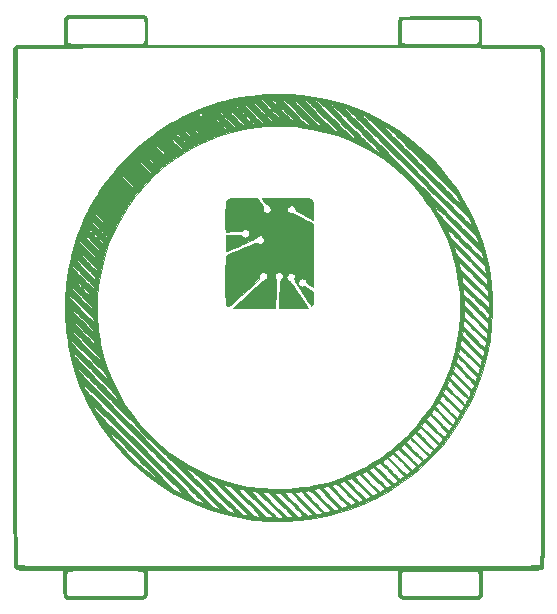
<source format=gbr>
G04 #@! TF.GenerationSoftware,KiCad,Pcbnew,(5.1.0-0)*
G04 #@! TF.CreationDate,2019-05-12T09:59:49-07:00*
G04 #@! TF.ProjectId,shitty_pixel,73686974-7479-45f7-9069-78656c2e6b69,rev?*
G04 #@! TF.SameCoordinates,Original*
G04 #@! TF.FileFunction,Legend,Top*
G04 #@! TF.FilePolarity,Positive*
%FSLAX46Y46*%
G04 Gerber Fmt 4.6, Leading zero omitted, Abs format (unit mm)*
G04 Created by KiCad (PCBNEW (5.1.0-0)) date 2019-05-12 09:59:49*
%MOMM*%
%LPD*%
G04 APERTURE LIST*
%ADD10C,0.010000*%
G04 APERTURE END LIST*
D10*
G36*
X150447812Y-88060460D02*
G01*
X150850997Y-88062341D01*
X150851778Y-88062346D01*
X151316179Y-88065255D01*
X151703444Y-88068099D01*
X152021104Y-88071234D01*
X152276688Y-88075017D01*
X152477727Y-88079804D01*
X152631750Y-88085951D01*
X152746288Y-88093815D01*
X152828870Y-88103750D01*
X152887027Y-88116115D01*
X152928289Y-88131264D01*
X152960185Y-88149554D01*
X152979028Y-88162974D01*
X153057643Y-88227665D01*
X153115676Y-88297510D01*
X153155918Y-88385751D01*
X153181157Y-88505628D01*
X153194183Y-88670382D01*
X153197786Y-88893252D01*
X153194761Y-89187008D01*
X153183167Y-89902768D01*
X152442334Y-89510632D01*
X152186963Y-89374533D01*
X151997140Y-89270299D01*
X151863023Y-89191258D01*
X151774773Y-89130735D01*
X151722550Y-89082058D01*
X151696512Y-89038554D01*
X151687375Y-88998665D01*
X151632216Y-88837727D01*
X151522163Y-88726649D01*
X151375955Y-88676710D01*
X151212332Y-88699188D01*
X151198768Y-88704571D01*
X151061275Y-88801480D01*
X150987142Y-88939581D01*
X150985283Y-89098268D01*
X151003670Y-89155618D01*
X151081470Y-89280478D01*
X151197072Y-89346691D01*
X151365157Y-89365667D01*
X151447389Y-89378121D01*
X151566819Y-89417962D01*
X151731964Y-89488903D01*
X151951341Y-89594662D01*
X152233466Y-89738952D01*
X152297291Y-89772300D01*
X152534755Y-89897374D01*
X152749358Y-90011638D01*
X152928748Y-90108416D01*
X153060577Y-90181034D01*
X153132492Y-90222816D01*
X153139288Y-90227383D01*
X153152721Y-90244260D01*
X153164140Y-90277675D01*
X153173666Y-90333736D01*
X153181423Y-90418550D01*
X153187535Y-90538224D01*
X153192123Y-90698866D01*
X153195312Y-90906584D01*
X153197223Y-91167485D01*
X153197980Y-91487676D01*
X153197705Y-91873266D01*
X153196523Y-92330360D01*
X153194554Y-92865067D01*
X153194188Y-92955029D01*
X153183167Y-95634224D01*
X152897417Y-95436923D01*
X152731768Y-95311753D01*
X152635637Y-95213810D01*
X152611667Y-95158220D01*
X152574088Y-95048398D01*
X152478965Y-94949604D01*
X152352715Y-94883763D01*
X152263177Y-94869000D01*
X152090560Y-94902995D01*
X151969685Y-95001051D01*
X151910110Y-95145570D01*
X151915617Y-95308769D01*
X151985241Y-95444343D01*
X152101903Y-95536895D01*
X152248526Y-95571028D01*
X152360575Y-95551663D01*
X152420207Y-95538356D01*
X152483845Y-95547294D01*
X152567920Y-95585774D01*
X152688863Y-95661091D01*
X152840288Y-95764641D01*
X153204334Y-96017942D01*
X153204334Y-96518281D01*
X153202580Y-96739111D01*
X153195759Y-96892506D01*
X153181534Y-96995655D01*
X153157565Y-97065747D01*
X153122672Y-97118560D01*
X153046917Y-97184541D01*
X152999391Y-97176167D01*
X152966582Y-97131187D01*
X152893762Y-97024264D01*
X152786972Y-96864501D01*
X152652255Y-96661001D01*
X152495653Y-96422868D01*
X152323207Y-96159205D01*
X152257531Y-96058437D01*
X152052149Y-95741382D01*
X151890318Y-95487376D01*
X151768026Y-95289422D01*
X151681261Y-95140525D01*
X151626011Y-95033687D01*
X151598264Y-94961913D01*
X151594010Y-94918206D01*
X151597645Y-94907636D01*
X151639472Y-94758178D01*
X151612616Y-94621731D01*
X151533043Y-94509406D01*
X151416716Y-94432309D01*
X151279598Y-94401550D01*
X151137653Y-94428237D01*
X151022243Y-94507243D01*
X150932813Y-94646820D01*
X150924457Y-94797551D01*
X150996707Y-94947804D01*
X151042077Y-94999257D01*
X151134578Y-95077536D01*
X151212770Y-95120301D01*
X151228473Y-95123000D01*
X151266853Y-95157412D01*
X151345025Y-95255365D01*
X151457378Y-95408937D01*
X151598302Y-95610206D01*
X151762185Y-95851250D01*
X151943416Y-96124145D01*
X152015471Y-96234250D01*
X152739817Y-97345500D01*
X151526346Y-97356743D01*
X151214303Y-97358876D01*
X150930428Y-97359362D01*
X150685567Y-97358301D01*
X150490568Y-97355789D01*
X150356276Y-97351925D01*
X150293538Y-97346806D01*
X150290480Y-97345591D01*
X150287021Y-97299083D01*
X150288592Y-97179233D01*
X150294748Y-96997189D01*
X150305046Y-96764099D01*
X150319042Y-96491111D01*
X150336292Y-96189374D01*
X150336973Y-96178033D01*
X150357673Y-95837270D01*
X150374832Y-95570977D01*
X150389860Y-95369102D01*
X150404163Y-95221592D01*
X150419153Y-95118397D01*
X150436237Y-95049462D01*
X150456823Y-95004738D01*
X150482321Y-94974171D01*
X150508813Y-94951888D01*
X150607492Y-94830914D01*
X150637843Y-94693554D01*
X150609077Y-94557429D01*
X150530405Y-94440159D01*
X150411037Y-94359362D01*
X150260184Y-94332659D01*
X150189878Y-94341764D01*
X150060412Y-94408608D01*
X149974016Y-94527366D01*
X149937759Y-94673321D01*
X149958711Y-94821756D01*
X150022538Y-94926909D01*
X150046976Y-94955520D01*
X150065372Y-94988450D01*
X150077785Y-95035721D01*
X150084274Y-95107354D01*
X150084898Y-95213372D01*
X150079718Y-95363796D01*
X150068792Y-95568648D01*
X150052180Y-95837951D01*
X150029966Y-96181334D01*
X150009998Y-96485745D01*
X149991659Y-96761206D01*
X149975697Y-96996813D01*
X149962859Y-97181659D01*
X149953893Y-97304841D01*
X149949548Y-97355451D01*
X149949405Y-97356084D01*
X149907455Y-97359154D01*
X149791752Y-97361678D01*
X149613021Y-97363674D01*
X149381985Y-97365159D01*
X149109368Y-97366150D01*
X148805893Y-97366666D01*
X148482285Y-97366724D01*
X148149267Y-97366341D01*
X147817562Y-97365536D01*
X147497895Y-97364325D01*
X147200989Y-97362726D01*
X146937568Y-97360758D01*
X146718356Y-97358437D01*
X146554076Y-97355781D01*
X146455452Y-97352808D01*
X146431000Y-97350305D01*
X146461070Y-97319007D01*
X146546857Y-97236632D01*
X146681727Y-97109383D01*
X146859046Y-96943462D01*
X147072180Y-96745071D01*
X147314494Y-96520410D01*
X147579354Y-96275683D01*
X147664992Y-96196722D01*
X148036843Y-95856342D01*
X148350463Y-95574233D01*
X148605513Y-95350687D01*
X148801653Y-95185993D01*
X148938544Y-95080445D01*
X149015846Y-95034333D01*
X149021393Y-95032742D01*
X149185648Y-94964093D01*
X149281915Y-94845398D01*
X149309667Y-94697796D01*
X149278996Y-94520460D01*
X149188934Y-94402196D01*
X149042405Y-94346121D01*
X148975733Y-94341758D01*
X148798209Y-94371954D01*
X148680545Y-94461968D01*
X148623559Y-94610936D01*
X148618450Y-94719646D01*
X148625687Y-94906652D01*
X147334849Y-96094213D01*
X147014327Y-96388579D01*
X146749872Y-96629987D01*
X146535670Y-96823264D01*
X146365906Y-96973235D01*
X146234765Y-97084725D01*
X146136430Y-97162561D01*
X146065087Y-97211569D01*
X146014920Y-97236574D01*
X145980115Y-97242401D01*
X145958755Y-97236146D01*
X145912304Y-97207944D01*
X145873446Y-97172507D01*
X145841526Y-97122566D01*
X145815889Y-97050850D01*
X145795879Y-96950090D01*
X145780842Y-96813013D01*
X145770121Y-96632351D01*
X145763061Y-96400833D01*
X145759007Y-96111188D01*
X145757303Y-95756146D01*
X145757294Y-95328437D01*
X145757887Y-95007943D01*
X145759367Y-94612105D01*
X145761912Y-94239921D01*
X145765375Y-93900454D01*
X145769612Y-93602772D01*
X145774477Y-93355938D01*
X145779825Y-93169020D01*
X145785512Y-93051082D01*
X145789795Y-93013746D01*
X145808656Y-92981288D01*
X145853005Y-92942644D01*
X145930334Y-92894073D01*
X146048132Y-92831831D01*
X146213889Y-92752176D01*
X146435095Y-92651367D01*
X146719241Y-92525661D01*
X147073817Y-92371316D01*
X147087326Y-92365465D01*
X147435107Y-92215092D01*
X147713819Y-92095545D01*
X147932011Y-92003831D01*
X148098234Y-91936958D01*
X148221038Y-91891936D01*
X148308972Y-91865770D01*
X148370589Y-91855471D01*
X148414436Y-91858046D01*
X148449065Y-91870502D01*
X148469532Y-91881803D01*
X148638442Y-91942278D01*
X148795303Y-91921781D01*
X148909424Y-91844091D01*
X148994240Y-91709321D01*
X149012438Y-91560463D01*
X148972060Y-91418285D01*
X148881147Y-91303554D01*
X148747740Y-91237038D01*
X148671006Y-91228334D01*
X148555753Y-91251614D01*
X148442276Y-91331285D01*
X148393193Y-91380281D01*
X148336757Y-91431218D01*
X148255610Y-91487419D01*
X148141353Y-91553088D01*
X147985589Y-91632428D01*
X147779918Y-91729644D01*
X147515942Y-91848939D01*
X147185263Y-91994516D01*
X147038050Y-92058609D01*
X146739074Y-92187336D01*
X146465277Y-92303040D01*
X146226195Y-92401863D01*
X146031360Y-92479948D01*
X145890308Y-92533439D01*
X145812572Y-92558479D01*
X145800523Y-92559235D01*
X145790574Y-92508734D01*
X145783135Y-92391916D01*
X145778183Y-92227095D01*
X145775696Y-92032582D01*
X145775651Y-91826690D01*
X145778026Y-91627732D01*
X145782799Y-91454019D01*
X145789948Y-91323865D01*
X145799451Y-91255583D01*
X145802113Y-91250402D01*
X145852013Y-91239107D01*
X145970787Y-91226470D01*
X146142683Y-91213770D01*
X146351950Y-91202286D01*
X146444280Y-91198250D01*
X147059169Y-91173337D01*
X147162932Y-91293968D01*
X147291154Y-91390267D01*
X147433984Y-91418499D01*
X147572381Y-91387259D01*
X147687305Y-91305144D01*
X147759713Y-91180750D01*
X147770567Y-91022673D01*
X147770125Y-91019847D01*
X147728619Y-90895616D01*
X147660638Y-90799035D01*
X147655265Y-90794417D01*
X147519276Y-90732485D01*
X147359030Y-90728857D01*
X147211272Y-90783127D01*
X147188126Y-90799570D01*
X147136948Y-90831092D01*
X147066435Y-90854256D01*
X146962274Y-90870929D01*
X146810150Y-90882984D01*
X146595748Y-90892288D01*
X146441930Y-90897028D01*
X145796694Y-90915248D01*
X145772499Y-90786041D01*
X145766478Y-90709735D01*
X145762012Y-90561536D01*
X145759213Y-90354207D01*
X145758193Y-90100509D01*
X145759062Y-89813205D01*
X145761569Y-89535000D01*
X145766177Y-89191558D01*
X145771410Y-88922482D01*
X145777999Y-88717471D01*
X145786678Y-88566225D01*
X145798180Y-88458445D01*
X145813238Y-88383828D01*
X145832585Y-88332076D01*
X145849197Y-88303754D01*
X145896662Y-88238816D01*
X145947506Y-88187446D01*
X146011715Y-88148057D01*
X146099276Y-88119064D01*
X146220176Y-88098879D01*
X146384402Y-88085917D01*
X146601940Y-88078592D01*
X146882778Y-88075318D01*
X147236901Y-88074507D01*
X147292612Y-88074500D01*
X148438003Y-88074500D01*
X148703941Y-88419041D01*
X148823598Y-88576469D01*
X148898099Y-88684600D01*
X148935280Y-88760170D01*
X148942973Y-88819916D01*
X148929012Y-88880575D01*
X148925195Y-88891763D01*
X148910379Y-89044594D01*
X148963131Y-89181131D01*
X149066355Y-89285727D01*
X149202954Y-89342732D01*
X149355833Y-89336497D01*
X149395951Y-89322663D01*
X149523961Y-89241530D01*
X149590113Y-89120567D01*
X149606000Y-88973663D01*
X149573398Y-88835261D01*
X149490013Y-88720092D01*
X149377481Y-88653444D01*
X149325686Y-88646000D01*
X149248229Y-88608401D01*
X149139238Y-88498461D01*
X149042665Y-88375432D01*
X148949419Y-88245218D01*
X148879649Y-88141656D01*
X148845532Y-88083005D01*
X148844000Y-88077528D01*
X148884960Y-88072286D01*
X149002354Y-88067875D01*
X149187953Y-88064357D01*
X149433527Y-88061794D01*
X149730848Y-88060249D01*
X150071686Y-88059784D01*
X150447812Y-88060460D01*
X150447812Y-88060460D01*
G37*
X150447812Y-88060460D02*
X150850997Y-88062341D01*
X150851778Y-88062346D01*
X151316179Y-88065255D01*
X151703444Y-88068099D01*
X152021104Y-88071234D01*
X152276688Y-88075017D01*
X152477727Y-88079804D01*
X152631750Y-88085951D01*
X152746288Y-88093815D01*
X152828870Y-88103750D01*
X152887027Y-88116115D01*
X152928289Y-88131264D01*
X152960185Y-88149554D01*
X152979028Y-88162974D01*
X153057643Y-88227665D01*
X153115676Y-88297510D01*
X153155918Y-88385751D01*
X153181157Y-88505628D01*
X153194183Y-88670382D01*
X153197786Y-88893252D01*
X153194761Y-89187008D01*
X153183167Y-89902768D01*
X152442334Y-89510632D01*
X152186963Y-89374533D01*
X151997140Y-89270299D01*
X151863023Y-89191258D01*
X151774773Y-89130735D01*
X151722550Y-89082058D01*
X151696512Y-89038554D01*
X151687375Y-88998665D01*
X151632216Y-88837727D01*
X151522163Y-88726649D01*
X151375955Y-88676710D01*
X151212332Y-88699188D01*
X151198768Y-88704571D01*
X151061275Y-88801480D01*
X150987142Y-88939581D01*
X150985283Y-89098268D01*
X151003670Y-89155618D01*
X151081470Y-89280478D01*
X151197072Y-89346691D01*
X151365157Y-89365667D01*
X151447389Y-89378121D01*
X151566819Y-89417962D01*
X151731964Y-89488903D01*
X151951341Y-89594662D01*
X152233466Y-89738952D01*
X152297291Y-89772300D01*
X152534755Y-89897374D01*
X152749358Y-90011638D01*
X152928748Y-90108416D01*
X153060577Y-90181034D01*
X153132492Y-90222816D01*
X153139288Y-90227383D01*
X153152721Y-90244260D01*
X153164140Y-90277675D01*
X153173666Y-90333736D01*
X153181423Y-90418550D01*
X153187535Y-90538224D01*
X153192123Y-90698866D01*
X153195312Y-90906584D01*
X153197223Y-91167485D01*
X153197980Y-91487676D01*
X153197705Y-91873266D01*
X153196523Y-92330360D01*
X153194554Y-92865067D01*
X153194188Y-92955029D01*
X153183167Y-95634224D01*
X152897417Y-95436923D01*
X152731768Y-95311753D01*
X152635637Y-95213810D01*
X152611667Y-95158220D01*
X152574088Y-95048398D01*
X152478965Y-94949604D01*
X152352715Y-94883763D01*
X152263177Y-94869000D01*
X152090560Y-94902995D01*
X151969685Y-95001051D01*
X151910110Y-95145570D01*
X151915617Y-95308769D01*
X151985241Y-95444343D01*
X152101903Y-95536895D01*
X152248526Y-95571028D01*
X152360575Y-95551663D01*
X152420207Y-95538356D01*
X152483845Y-95547294D01*
X152567920Y-95585774D01*
X152688863Y-95661091D01*
X152840288Y-95764641D01*
X153204334Y-96017942D01*
X153204334Y-96518281D01*
X153202580Y-96739111D01*
X153195759Y-96892506D01*
X153181534Y-96995655D01*
X153157565Y-97065747D01*
X153122672Y-97118560D01*
X153046917Y-97184541D01*
X152999391Y-97176167D01*
X152966582Y-97131187D01*
X152893762Y-97024264D01*
X152786972Y-96864501D01*
X152652255Y-96661001D01*
X152495653Y-96422868D01*
X152323207Y-96159205D01*
X152257531Y-96058437D01*
X152052149Y-95741382D01*
X151890318Y-95487376D01*
X151768026Y-95289422D01*
X151681261Y-95140525D01*
X151626011Y-95033687D01*
X151598264Y-94961913D01*
X151594010Y-94918206D01*
X151597645Y-94907636D01*
X151639472Y-94758178D01*
X151612616Y-94621731D01*
X151533043Y-94509406D01*
X151416716Y-94432309D01*
X151279598Y-94401550D01*
X151137653Y-94428237D01*
X151022243Y-94507243D01*
X150932813Y-94646820D01*
X150924457Y-94797551D01*
X150996707Y-94947804D01*
X151042077Y-94999257D01*
X151134578Y-95077536D01*
X151212770Y-95120301D01*
X151228473Y-95123000D01*
X151266853Y-95157412D01*
X151345025Y-95255365D01*
X151457378Y-95408937D01*
X151598302Y-95610206D01*
X151762185Y-95851250D01*
X151943416Y-96124145D01*
X152015471Y-96234250D01*
X152739817Y-97345500D01*
X151526346Y-97356743D01*
X151214303Y-97358876D01*
X150930428Y-97359362D01*
X150685567Y-97358301D01*
X150490568Y-97355789D01*
X150356276Y-97351925D01*
X150293538Y-97346806D01*
X150290480Y-97345591D01*
X150287021Y-97299083D01*
X150288592Y-97179233D01*
X150294748Y-96997189D01*
X150305046Y-96764099D01*
X150319042Y-96491111D01*
X150336292Y-96189374D01*
X150336973Y-96178033D01*
X150357673Y-95837270D01*
X150374832Y-95570977D01*
X150389860Y-95369102D01*
X150404163Y-95221592D01*
X150419153Y-95118397D01*
X150436237Y-95049462D01*
X150456823Y-95004738D01*
X150482321Y-94974171D01*
X150508813Y-94951888D01*
X150607492Y-94830914D01*
X150637843Y-94693554D01*
X150609077Y-94557429D01*
X150530405Y-94440159D01*
X150411037Y-94359362D01*
X150260184Y-94332659D01*
X150189878Y-94341764D01*
X150060412Y-94408608D01*
X149974016Y-94527366D01*
X149937759Y-94673321D01*
X149958711Y-94821756D01*
X150022538Y-94926909D01*
X150046976Y-94955520D01*
X150065372Y-94988450D01*
X150077785Y-95035721D01*
X150084274Y-95107354D01*
X150084898Y-95213372D01*
X150079718Y-95363796D01*
X150068792Y-95568648D01*
X150052180Y-95837951D01*
X150029966Y-96181334D01*
X150009998Y-96485745D01*
X149991659Y-96761206D01*
X149975697Y-96996813D01*
X149962859Y-97181659D01*
X149953893Y-97304841D01*
X149949548Y-97355451D01*
X149949405Y-97356084D01*
X149907455Y-97359154D01*
X149791752Y-97361678D01*
X149613021Y-97363674D01*
X149381985Y-97365159D01*
X149109368Y-97366150D01*
X148805893Y-97366666D01*
X148482285Y-97366724D01*
X148149267Y-97366341D01*
X147817562Y-97365536D01*
X147497895Y-97364325D01*
X147200989Y-97362726D01*
X146937568Y-97360758D01*
X146718356Y-97358437D01*
X146554076Y-97355781D01*
X146455452Y-97352808D01*
X146431000Y-97350305D01*
X146461070Y-97319007D01*
X146546857Y-97236632D01*
X146681727Y-97109383D01*
X146859046Y-96943462D01*
X147072180Y-96745071D01*
X147314494Y-96520410D01*
X147579354Y-96275683D01*
X147664992Y-96196722D01*
X148036843Y-95856342D01*
X148350463Y-95574233D01*
X148605513Y-95350687D01*
X148801653Y-95185993D01*
X148938544Y-95080445D01*
X149015846Y-95034333D01*
X149021393Y-95032742D01*
X149185648Y-94964093D01*
X149281915Y-94845398D01*
X149309667Y-94697796D01*
X149278996Y-94520460D01*
X149188934Y-94402196D01*
X149042405Y-94346121D01*
X148975733Y-94341758D01*
X148798209Y-94371954D01*
X148680545Y-94461968D01*
X148623559Y-94610936D01*
X148618450Y-94719646D01*
X148625687Y-94906652D01*
X147334849Y-96094213D01*
X147014327Y-96388579D01*
X146749872Y-96629987D01*
X146535670Y-96823264D01*
X146365906Y-96973235D01*
X146234765Y-97084725D01*
X146136430Y-97162561D01*
X146065087Y-97211569D01*
X146014920Y-97236574D01*
X145980115Y-97242401D01*
X145958755Y-97236146D01*
X145912304Y-97207944D01*
X145873446Y-97172507D01*
X145841526Y-97122566D01*
X145815889Y-97050850D01*
X145795879Y-96950090D01*
X145780842Y-96813013D01*
X145770121Y-96632351D01*
X145763061Y-96400833D01*
X145759007Y-96111188D01*
X145757303Y-95756146D01*
X145757294Y-95328437D01*
X145757887Y-95007943D01*
X145759367Y-94612105D01*
X145761912Y-94239921D01*
X145765375Y-93900454D01*
X145769612Y-93602772D01*
X145774477Y-93355938D01*
X145779825Y-93169020D01*
X145785512Y-93051082D01*
X145789795Y-93013746D01*
X145808656Y-92981288D01*
X145853005Y-92942644D01*
X145930334Y-92894073D01*
X146048132Y-92831831D01*
X146213889Y-92752176D01*
X146435095Y-92651367D01*
X146719241Y-92525661D01*
X147073817Y-92371316D01*
X147087326Y-92365465D01*
X147435107Y-92215092D01*
X147713819Y-92095545D01*
X147932011Y-92003831D01*
X148098234Y-91936958D01*
X148221038Y-91891936D01*
X148308972Y-91865770D01*
X148370589Y-91855471D01*
X148414436Y-91858046D01*
X148449065Y-91870502D01*
X148469532Y-91881803D01*
X148638442Y-91942278D01*
X148795303Y-91921781D01*
X148909424Y-91844091D01*
X148994240Y-91709321D01*
X149012438Y-91560463D01*
X148972060Y-91418285D01*
X148881147Y-91303554D01*
X148747740Y-91237038D01*
X148671006Y-91228334D01*
X148555753Y-91251614D01*
X148442276Y-91331285D01*
X148393193Y-91380281D01*
X148336757Y-91431218D01*
X148255610Y-91487419D01*
X148141353Y-91553088D01*
X147985589Y-91632428D01*
X147779918Y-91729644D01*
X147515942Y-91848939D01*
X147185263Y-91994516D01*
X147038050Y-92058609D01*
X146739074Y-92187336D01*
X146465277Y-92303040D01*
X146226195Y-92401863D01*
X146031360Y-92479948D01*
X145890308Y-92533439D01*
X145812572Y-92558479D01*
X145800523Y-92559235D01*
X145790574Y-92508734D01*
X145783135Y-92391916D01*
X145778183Y-92227095D01*
X145775696Y-92032582D01*
X145775651Y-91826690D01*
X145778026Y-91627732D01*
X145782799Y-91454019D01*
X145789948Y-91323865D01*
X145799451Y-91255583D01*
X145802113Y-91250402D01*
X145852013Y-91239107D01*
X145970787Y-91226470D01*
X146142683Y-91213770D01*
X146351950Y-91202286D01*
X146444280Y-91198250D01*
X147059169Y-91173337D01*
X147162932Y-91293968D01*
X147291154Y-91390267D01*
X147433984Y-91418499D01*
X147572381Y-91387259D01*
X147687305Y-91305144D01*
X147759713Y-91180750D01*
X147770567Y-91022673D01*
X147770125Y-91019847D01*
X147728619Y-90895616D01*
X147660638Y-90799035D01*
X147655265Y-90794417D01*
X147519276Y-90732485D01*
X147359030Y-90728857D01*
X147211272Y-90783127D01*
X147188126Y-90799570D01*
X147136948Y-90831092D01*
X147066435Y-90854256D01*
X146962274Y-90870929D01*
X146810150Y-90882984D01*
X146595748Y-90892288D01*
X146441930Y-90897028D01*
X145796694Y-90915248D01*
X145772499Y-90786041D01*
X145766478Y-90709735D01*
X145762012Y-90561536D01*
X145759213Y-90354207D01*
X145758193Y-90100509D01*
X145759062Y-89813205D01*
X145761569Y-89535000D01*
X145766177Y-89191558D01*
X145771410Y-88922482D01*
X145777999Y-88717471D01*
X145786678Y-88566225D01*
X145798180Y-88458445D01*
X145813238Y-88383828D01*
X145832585Y-88332076D01*
X145849197Y-88303754D01*
X145896662Y-88238816D01*
X145947506Y-88187446D01*
X146011715Y-88148057D01*
X146099276Y-88119064D01*
X146220176Y-88098879D01*
X146384402Y-88085917D01*
X146601940Y-88078592D01*
X146882778Y-88075318D01*
X147236901Y-88074507D01*
X147292612Y-88074500D01*
X148438003Y-88074500D01*
X148703941Y-88419041D01*
X148823598Y-88576469D01*
X148898099Y-88684600D01*
X148935280Y-88760170D01*
X148942973Y-88819916D01*
X148929012Y-88880575D01*
X148925195Y-88891763D01*
X148910379Y-89044594D01*
X148963131Y-89181131D01*
X149066355Y-89285727D01*
X149202954Y-89342732D01*
X149355833Y-89336497D01*
X149395951Y-89322663D01*
X149523961Y-89241530D01*
X149590113Y-89120567D01*
X149606000Y-88973663D01*
X149573398Y-88835261D01*
X149490013Y-88720092D01*
X149377481Y-88653444D01*
X149325686Y-88646000D01*
X149248229Y-88608401D01*
X149139238Y-88498461D01*
X149042665Y-88375432D01*
X148949419Y-88245218D01*
X148879649Y-88141656D01*
X148845532Y-88083005D01*
X148844000Y-88077528D01*
X148884960Y-88072286D01*
X149002354Y-88067875D01*
X149187953Y-88064357D01*
X149433527Y-88061794D01*
X149730848Y-88060249D01*
X150071686Y-88059784D01*
X150447812Y-88060460D01*
G36*
X151269816Y-79272528D02*
G01*
X152251147Y-79347955D01*
X153215753Y-79478305D01*
X154189956Y-79666929D01*
X154929321Y-79845167D01*
X155877916Y-80125628D01*
X156841984Y-80476007D01*
X157804189Y-80888174D01*
X158747198Y-81353994D01*
X159653676Y-81865335D01*
X160506289Y-82414064D01*
X160711841Y-82558167D01*
X161349570Y-83037924D01*
X161993830Y-83568987D01*
X162623869Y-84132654D01*
X163218937Y-84710223D01*
X163758281Y-85282992D01*
X163849307Y-85385808D01*
X164633960Y-86344450D01*
X165346642Y-87345437D01*
X165986324Y-88385101D01*
X166551975Y-89459780D01*
X167042565Y-90565809D01*
X167457066Y-91699522D01*
X167794446Y-92857257D01*
X168053677Y-94035347D01*
X168233728Y-95230128D01*
X168333569Y-96437937D01*
X168352172Y-97655108D01*
X168288505Y-98877977D01*
X168141540Y-100102879D01*
X168083833Y-100454280D01*
X167833595Y-101649060D01*
X167505692Y-102814563D01*
X167102910Y-103947801D01*
X166628035Y-105045785D01*
X166083853Y-106105525D01*
X165473151Y-107124033D01*
X164798717Y-108098320D01*
X164063335Y-109025397D01*
X163269793Y-109902274D01*
X162420878Y-110725963D01*
X161519375Y-111493475D01*
X160568071Y-112201820D01*
X159569754Y-112848011D01*
X158527209Y-113429057D01*
X157443223Y-113941969D01*
X156320582Y-114383760D01*
X155162073Y-114751439D01*
X154622500Y-114893721D01*
X153751357Y-115083399D01*
X152840993Y-115233772D01*
X151913022Y-115342798D01*
X150989062Y-115408434D01*
X150090729Y-115428636D01*
X149246167Y-115401773D01*
X148977606Y-115382151D01*
X148665900Y-115354967D01*
X148351811Y-115323985D01*
X148103167Y-115296249D01*
X146889451Y-115108658D01*
X145700337Y-114841464D01*
X144539080Y-114496996D01*
X143408938Y-114077584D01*
X142313166Y-113585556D01*
X141255020Y-113023242D01*
X140237755Y-112392969D01*
X139264629Y-111697068D01*
X138338897Y-110937867D01*
X137463815Y-110117695D01*
X136642639Y-109238881D01*
X135878625Y-108303754D01*
X135401134Y-107632500D01*
X135748288Y-107632500D01*
X135963244Y-107928834D01*
X136281323Y-108344684D01*
X136653006Y-108792285D01*
X137062604Y-109254737D01*
X137494427Y-109715138D01*
X137932789Y-110156586D01*
X138361999Y-110562179D01*
X138620500Y-110791563D01*
X138767808Y-110915872D01*
X138945099Y-111061252D01*
X139140994Y-111218841D01*
X139344112Y-111379776D01*
X139543073Y-111535193D01*
X139726498Y-111676231D01*
X139883007Y-111794026D01*
X140001219Y-111879715D01*
X140069755Y-111924436D01*
X140080799Y-111928870D01*
X140055709Y-111899930D01*
X139975999Y-111816502D01*
X139846946Y-111683939D01*
X139673826Y-111507591D01*
X139461916Y-111292810D01*
X139216494Y-111044950D01*
X138942835Y-110769360D01*
X138646218Y-110471393D01*
X138429799Y-110254420D01*
X138100134Y-109924770D01*
X137773082Y-109598855D01*
X137456355Y-109284285D01*
X137157664Y-108988671D01*
X136884719Y-108719623D01*
X136645231Y-108484753D01*
X136446913Y-108291671D01*
X136297473Y-108147988D01*
X136253061Y-108106004D01*
X135748288Y-107632500D01*
X135401134Y-107632500D01*
X135175029Y-107314644D01*
X134535108Y-106273879D01*
X134069897Y-105388834D01*
X134393151Y-105388834D01*
X134580659Y-105737581D01*
X134612058Y-105794101D01*
X134646858Y-105851332D01*
X134688509Y-105912908D01*
X134740458Y-105982463D01*
X134806156Y-106063631D01*
X134889052Y-106160046D01*
X134992595Y-106275342D01*
X135120235Y-106413153D01*
X135275420Y-106577113D01*
X135461600Y-106770856D01*
X135682225Y-106998016D01*
X135940743Y-107262226D01*
X136240604Y-107567122D01*
X136585257Y-107916337D01*
X136978152Y-108313504D01*
X137422737Y-108762259D01*
X137922463Y-109266234D01*
X138096553Y-109441747D01*
X141424938Y-112797167D01*
X141885386Y-113039677D01*
X142063439Y-113132542D01*
X142213048Y-113208849D01*
X142319073Y-113260999D01*
X142366379Y-113281393D01*
X142367000Y-113281441D01*
X142341075Y-113252325D01*
X142259472Y-113168251D01*
X142126740Y-113033766D01*
X141947430Y-112853419D01*
X141726091Y-112631758D01*
X141467274Y-112373331D01*
X141175529Y-112082686D01*
X140855404Y-111764372D01*
X140511451Y-111422935D01*
X140148219Y-111062925D01*
X140081000Y-110996363D01*
X139655658Y-110575412D01*
X139204051Y-110128799D01*
X138736570Y-109666780D01*
X138263606Y-109199614D01*
X137795552Y-108737557D01*
X137342798Y-108290868D01*
X136915737Y-107869802D01*
X136524759Y-107484619D01*
X136180256Y-107145575D01*
X136083492Y-107050432D01*
X134393151Y-105388834D01*
X134069897Y-105388834D01*
X133962116Y-105183787D01*
X133960338Y-105180107D01*
X133463685Y-104055497D01*
X133399868Y-103879347D01*
X133716262Y-103879347D01*
X133721940Y-103904119D01*
X133728637Y-103922339D01*
X133776445Y-104048417D01*
X133808056Y-104140959D01*
X133815667Y-104172067D01*
X133844822Y-104205904D01*
X133929270Y-104295054D01*
X134064485Y-104434917D01*
X134245938Y-104620890D01*
X134469105Y-104848370D01*
X134729457Y-105112754D01*
X135022468Y-105409441D01*
X135343612Y-105733827D01*
X135688362Y-106081311D01*
X136052191Y-106447289D01*
X136156168Y-106551750D01*
X136605656Y-107003387D01*
X137101805Y-107502228D01*
X137631725Y-108035296D01*
X138182525Y-108589612D01*
X138741314Y-109152198D01*
X139295202Y-109710075D01*
X139831299Y-110250264D01*
X140336713Y-110759787D01*
X140798555Y-111225666D01*
X140865102Y-111292823D01*
X143233533Y-113683146D01*
X143615183Y-113842105D01*
X143779940Y-113909810D01*
X143913579Y-113963005D01*
X143998151Y-113994639D01*
X144018000Y-114000336D01*
X143992810Y-113971364D01*
X143912699Y-113888310D01*
X143783029Y-113756546D01*
X143609157Y-113581444D01*
X143396443Y-113368378D01*
X143150245Y-113122719D01*
X142875923Y-112849842D01*
X142578835Y-112555118D01*
X142388167Y-112366354D01*
X142131221Y-112112113D01*
X141820538Y-111804604D01*
X141462514Y-111450163D01*
X141063546Y-111055124D01*
X140630030Y-110625822D01*
X140168362Y-110168593D01*
X139684938Y-109689771D01*
X139186154Y-109195692D01*
X138678407Y-108692690D01*
X138168092Y-108187100D01*
X137661607Y-107685257D01*
X137189387Y-107217321D01*
X136652696Y-106685577D01*
X136172980Y-106210587D01*
X135747162Y-105789422D01*
X135372166Y-105419152D01*
X135044914Y-105096847D01*
X134762330Y-104819578D01*
X134521336Y-104584415D01*
X134318855Y-104388429D01*
X134151812Y-104228690D01*
X134017128Y-104102268D01*
X133911726Y-104006234D01*
X133832530Y-103937659D01*
X133776463Y-103893612D01*
X133740447Y-103871164D01*
X133721406Y-103867385D01*
X133716262Y-103879347D01*
X133399868Y-103879347D01*
X133046739Y-102904640D01*
X132931881Y-102504391D01*
X133230471Y-102504391D01*
X133232363Y-102529167D01*
X133235049Y-102540780D01*
X133244949Y-102566676D01*
X133264967Y-102601475D01*
X133297555Y-102647708D01*
X133345160Y-102707905D01*
X133410233Y-102784597D01*
X133495223Y-102880315D01*
X133602581Y-102997589D01*
X133734756Y-103138950D01*
X133894197Y-103306927D01*
X134083354Y-103504053D01*
X134304678Y-103732857D01*
X134560617Y-103995871D01*
X134853621Y-104295623D01*
X135186141Y-104634647D01*
X135560625Y-105015471D01*
X135979524Y-105440626D01*
X136445286Y-105912643D01*
X136960363Y-106434053D01*
X137527203Y-107007386D01*
X138148257Y-107635173D01*
X138825973Y-108319944D01*
X138984767Y-108480360D01*
X144689664Y-114243363D01*
X144978249Y-114332404D01*
X145127552Y-114376950D01*
X145246911Y-114409780D01*
X145311589Y-114424111D01*
X145312987Y-114424222D01*
X145291041Y-114395627D01*
X145213373Y-114311946D01*
X145084416Y-114177671D01*
X144908605Y-113997296D01*
X144690375Y-113775313D01*
X144434159Y-113516214D01*
X144144391Y-113224491D01*
X143825508Y-112904639D01*
X143481941Y-112561147D01*
X143118127Y-112198511D01*
X143005820Y-112086781D01*
X142622798Y-111706706D01*
X142247585Y-111335943D01*
X141885912Y-110980061D01*
X141783714Y-110879943D01*
X142313781Y-110879943D01*
X142345501Y-110926232D01*
X142416100Y-111008741D01*
X142529835Y-111132502D01*
X142690961Y-111302546D01*
X142903735Y-111523905D01*
X143115596Y-111742966D01*
X143409562Y-112045156D01*
X143742765Y-112385487D01*
X144094785Y-112743246D01*
X144445204Y-113097720D01*
X144773604Y-113428197D01*
X145004486Y-113659125D01*
X145954280Y-114605750D01*
X146266724Y-114681308D01*
X146418833Y-114718010D01*
X146536169Y-114746168D01*
X146596918Y-114760549D01*
X146600138Y-114761266D01*
X146574977Y-114733063D01*
X146495108Y-114650318D01*
X146365749Y-114518299D01*
X146192117Y-114342276D01*
X145979429Y-114127519D01*
X145732901Y-113879297D01*
X145457751Y-113602880D01*
X145159195Y-113303537D01*
X144906804Y-113050897D01*
X144530075Y-112674663D01*
X144207524Y-112354041D01*
X143934016Y-112084224D01*
X143704413Y-111860406D01*
X143554816Y-111717244D01*
X143996834Y-111717244D01*
X145563736Y-113284287D01*
X145911744Y-113632037D01*
X146205456Y-113924598D01*
X146450231Y-114166863D01*
X146651427Y-114363724D01*
X146814402Y-114520074D01*
X146944514Y-114640807D01*
X147047121Y-114730814D01*
X147127582Y-114794990D01*
X147191255Y-114838225D01*
X147243498Y-114865415D01*
X147289670Y-114881450D01*
X147320569Y-114888526D01*
X147421433Y-114908232D01*
X147502464Y-114921355D01*
X147560185Y-114923314D01*
X147591119Y-114909525D01*
X147591789Y-114875407D01*
X147558719Y-114816376D01*
X147488431Y-114727851D01*
X147377450Y-114605248D01*
X147222297Y-114443984D01*
X147019496Y-114239479D01*
X146765571Y-113987148D01*
X146457044Y-113682409D01*
X146252037Y-113480164D01*
X145030303Y-112274757D01*
X145491772Y-112274757D01*
X146519092Y-113319129D01*
X146776618Y-113580987D01*
X147029299Y-113838025D01*
X147267401Y-114080334D01*
X147481190Y-114298002D01*
X147660931Y-114481122D01*
X147796891Y-114619783D01*
X147853651Y-114677770D01*
X148003369Y-114826337D01*
X148115370Y-114923374D01*
X148207389Y-114981328D01*
X148297164Y-115012650D01*
X148343695Y-115021722D01*
X148459113Y-115040913D01*
X148551795Y-115054332D01*
X148618373Y-115056957D01*
X148655477Y-115043764D01*
X148659740Y-115009731D01*
X148627793Y-114949835D01*
X148556268Y-114859055D01*
X148441797Y-114732367D01*
X148281010Y-114564749D01*
X148070541Y-114351178D01*
X147807019Y-114086632D01*
X147531398Y-113810521D01*
X147261306Y-113540658D01*
X147007399Y-113288613D01*
X146776392Y-113060931D01*
X146574998Y-112864156D01*
X146409933Y-112704834D01*
X146317165Y-112617156D01*
X146718007Y-112617156D01*
X147198783Y-113109328D01*
X147373652Y-113288044D01*
X147591374Y-113510094D01*
X147835327Y-113758553D01*
X148088888Y-114016495D01*
X148335437Y-114266995D01*
X148420088Y-114352917D01*
X149160618Y-115104334D01*
X149457392Y-115102274D01*
X149754167Y-115100214D01*
X148558880Y-113922915D01*
X147454141Y-112834800D01*
X147840977Y-112834800D01*
X147867955Y-112865257D01*
X147948373Y-112949090D01*
X148075825Y-113079785D01*
X148243904Y-113250828D01*
X148446206Y-113455702D01*
X148676324Y-113687893D01*
X148927852Y-113940887D01*
X148980970Y-113994218D01*
X149273263Y-114287378D01*
X149512288Y-114526072D01*
X149704456Y-114715892D01*
X149856176Y-114862430D01*
X149973860Y-114971277D01*
X150063917Y-115048025D01*
X150132759Y-115098265D01*
X150186795Y-115127591D01*
X150232437Y-115141593D01*
X150276094Y-115145862D01*
X150301493Y-115146089D01*
X150438525Y-115139311D01*
X150554782Y-115123354D01*
X150570412Y-115119637D01*
X150590232Y-115107536D01*
X150590694Y-115082424D01*
X150566733Y-115038736D01*
X150513279Y-114970908D01*
X150425266Y-114873375D01*
X150297626Y-114740572D01*
X150125292Y-114566935D01*
X149903195Y-114346899D01*
X149626269Y-114074900D01*
X149558946Y-114008965D01*
X148473949Y-112946731D01*
X148824853Y-112946731D01*
X149903032Y-114025532D01*
X150981211Y-115104334D01*
X151249633Y-115104334D01*
X151385125Y-115099821D01*
X151476683Y-115088029D01*
X151503945Y-115072584D01*
X151471462Y-115036412D01*
X151385555Y-114948012D01*
X151253261Y-114814427D01*
X151081613Y-114642702D01*
X150877648Y-114439878D01*
X150648400Y-114213001D01*
X150452667Y-114020037D01*
X149446754Y-113030000D01*
X149839495Y-113030000D01*
X150854087Y-114045253D01*
X151868678Y-115060505D01*
X152102589Y-115034206D01*
X152234872Y-115016343D01*
X152328899Y-114998065D01*
X152357667Y-114987541D01*
X152333626Y-114954254D01*
X152255625Y-114869198D01*
X152130600Y-114739428D01*
X151965487Y-114572001D01*
X151767221Y-114373972D01*
X151542736Y-114152396D01*
X151385537Y-113998588D01*
X150392240Y-113030000D01*
X149839495Y-113030000D01*
X149446754Y-113030000D01*
X149435658Y-113019079D01*
X150749000Y-113019079D01*
X150777849Y-113055571D01*
X150859659Y-113144396D01*
X150987329Y-113278213D01*
X151153756Y-113449684D01*
X151351837Y-113651468D01*
X151574470Y-113876227D01*
X151711437Y-114013611D01*
X151994039Y-114293889D01*
X152237025Y-114529669D01*
X152436676Y-114717527D01*
X152589273Y-114854034D01*
X152691097Y-114935766D01*
X152738021Y-114959424D01*
X152816326Y-114943691D01*
X152941815Y-114923512D01*
X153009893Y-114913802D01*
X153217620Y-114885487D01*
X151321206Y-112987667D01*
X151035103Y-112987667D01*
X150891877Y-112991915D01*
X150789252Y-113003063D01*
X150749019Y-113018719D01*
X150749000Y-113019079D01*
X149435658Y-113019079D01*
X149415500Y-112999240D01*
X149120177Y-112972986D01*
X148943860Y-112957311D01*
X151593262Y-112957311D01*
X152515215Y-113900197D01*
X152792695Y-114182273D01*
X153017578Y-114406812D01*
X153194818Y-114578378D01*
X153329369Y-114701535D01*
X153426182Y-114780845D01*
X153490213Y-114820873D01*
X153521834Y-114827566D01*
X153616875Y-114811153D01*
X153749128Y-114789417D01*
X153788054Y-114783185D01*
X153895053Y-114760468D01*
X153953409Y-114736790D01*
X153957374Y-114728245D01*
X153925249Y-114693078D01*
X153840212Y-114606095D01*
X153709764Y-114474800D01*
X153541403Y-114306695D01*
X153342630Y-114109286D01*
X153120944Y-113890076D01*
X153034987Y-113805313D01*
X152124834Y-112908458D01*
X151859048Y-112932885D01*
X151593262Y-112957311D01*
X148943860Y-112957311D01*
X148824853Y-112946731D01*
X148473949Y-112946731D01*
X148450901Y-112924167D01*
X148150034Y-112875999D01*
X148123755Y-112871980D01*
X152398553Y-112871980D01*
X153277693Y-113772461D01*
X153501209Y-113999881D01*
X153707110Y-114206475D01*
X153887646Y-114384698D01*
X154035071Y-114527003D01*
X154141633Y-114625844D01*
X154199585Y-114673676D01*
X154206521Y-114676971D01*
X154273948Y-114670281D01*
X154391501Y-114648754D01*
X154471104Y-114631396D01*
X154591950Y-114598037D01*
X154669905Y-114566027D01*
X154686000Y-114550437D01*
X154656781Y-114514037D01*
X154574202Y-114426569D01*
X154445881Y-114295704D01*
X154279433Y-114129112D01*
X154082476Y-113934465D01*
X153862627Y-113719433D01*
X153810459Y-113668708D01*
X153552588Y-113418429D01*
X153346917Y-113221055D01*
X153184629Y-113070791D01*
X153056909Y-112961843D01*
X152954939Y-112888418D01*
X152869904Y-112844722D01*
X152792987Y-112824959D01*
X152715371Y-112823338D01*
X152628242Y-112834063D01*
X152558026Y-112845623D01*
X152398553Y-112871980D01*
X148123755Y-112871980D01*
X148002163Y-112853385D01*
X147892269Y-112838585D01*
X147841945Y-112834478D01*
X147840977Y-112834800D01*
X147454141Y-112834800D01*
X147363593Y-112745615D01*
X147343315Y-112741580D01*
X153195131Y-112741580D01*
X154056982Y-113619407D01*
X154308516Y-113875787D01*
X154508516Y-114077975D01*
X154665461Y-114231502D01*
X154787833Y-114341899D01*
X154884109Y-114414697D01*
X154962770Y-114455428D01*
X155032295Y-114469622D01*
X155101164Y-114462811D01*
X155177857Y-114440526D01*
X155267928Y-114409294D01*
X155405357Y-114362416D01*
X153681925Y-112640522D01*
X153195131Y-112741580D01*
X147343315Y-112741580D01*
X147040800Y-112681386D01*
X146718007Y-112617156D01*
X146317165Y-112617156D01*
X146287912Y-112589509D01*
X146215649Y-112524727D01*
X146200862Y-112513643D01*
X146121571Y-112479433D01*
X145988050Y-112431093D01*
X145827307Y-112378329D01*
X145805331Y-112371501D01*
X145491772Y-112274757D01*
X145030303Y-112274757D01*
X144781907Y-112029681D01*
X144389370Y-111873463D01*
X143996834Y-111717244D01*
X143554816Y-111717244D01*
X143513580Y-111677782D01*
X143356380Y-111531545D01*
X143227677Y-111416890D01*
X143122334Y-111329012D01*
X143035216Y-111263104D01*
X142961185Y-111214360D01*
X142917334Y-111189435D01*
X142736175Y-111091252D01*
X142544157Y-110984713D01*
X142409334Y-110908087D01*
X142349954Y-110875902D01*
X142316684Y-110864844D01*
X142313781Y-110879943D01*
X141783714Y-110879943D01*
X141543504Y-110644624D01*
X141226091Y-110335200D01*
X140939400Y-110057356D01*
X140689158Y-109816658D01*
X140481094Y-109618674D01*
X140320935Y-109468970D01*
X140214410Y-109373113D01*
X140208000Y-109367616D01*
X139437608Y-108672678D01*
X138737021Y-107959646D01*
X138462116Y-107653667D01*
X138357591Y-107538901D01*
X138198455Y-107370632D01*
X137990476Y-107154711D01*
X137739418Y-106896989D01*
X137451051Y-106603318D01*
X137131140Y-106279548D01*
X136785453Y-105931532D01*
X136419756Y-105565119D01*
X136039817Y-105186161D01*
X135651402Y-104800510D01*
X135594690Y-104744351D01*
X135157728Y-104311981D01*
X134777046Y-103935808D01*
X134448890Y-103612326D01*
X134169506Y-103338032D01*
X133935142Y-103109418D01*
X133742043Y-102922981D01*
X133586455Y-102775214D01*
X133464626Y-102662612D01*
X133372801Y-102581670D01*
X133307226Y-102528882D01*
X133264149Y-102500743D01*
X133239815Y-102493748D01*
X133230471Y-102504391D01*
X132931881Y-102504391D01*
X132710008Y-101731224D01*
X132596408Y-101202161D01*
X132889828Y-101202161D01*
X132904242Y-101297649D01*
X132906566Y-101308517D01*
X132925630Y-101350710D01*
X132971386Y-101416811D01*
X133047453Y-101510705D01*
X133157453Y-101636275D01*
X133305005Y-101797404D01*
X133493730Y-101997974D01*
X133727248Y-102241871D01*
X134009180Y-102532975D01*
X134343146Y-102875171D01*
X134732766Y-103272343D01*
X134823583Y-103364711D01*
X135152507Y-103698964D01*
X135463559Y-104014720D01*
X135751721Y-104306907D01*
X136011973Y-104570452D01*
X136239297Y-104800281D01*
X136428673Y-104991321D01*
X136575081Y-105138498D01*
X136673503Y-105236740D01*
X136718920Y-105280972D01*
X136721427Y-105283000D01*
X136708853Y-105248354D01*
X136665654Y-105156151D01*
X136600179Y-105023999D01*
X136575854Y-104976084D01*
X136538253Y-104906588D01*
X136493926Y-104835092D01*
X136437960Y-104756268D01*
X136365445Y-104664788D01*
X136271469Y-104555323D01*
X136151119Y-104422547D01*
X135999485Y-104261131D01*
X135811654Y-104065747D01*
X135582714Y-103831067D01*
X135307755Y-103551764D01*
X134981865Y-103222509D01*
X134664672Y-102902940D01*
X134346991Y-102583696D01*
X134047251Y-102283569D01*
X133770712Y-102007753D01*
X133522633Y-101761441D01*
X133308272Y-101549825D01*
X133132888Y-101378099D01*
X133001740Y-101251456D01*
X132920086Y-101175087D01*
X132893227Y-101153663D01*
X132889828Y-101202161D01*
X132596408Y-101202161D01*
X132454000Y-100538934D01*
X132402547Y-100183461D01*
X132690099Y-100183461D01*
X132693480Y-100201393D01*
X132711491Y-100246087D01*
X132752265Y-100309782D01*
X132820147Y-100397219D01*
X132919483Y-100513140D01*
X133054619Y-100662285D01*
X133229899Y-100849396D01*
X133449667Y-101079214D01*
X133718271Y-101356479D01*
X134040054Y-101685932D01*
X134253251Y-101903289D01*
X134548284Y-102203199D01*
X134825086Y-102483565D01*
X135078073Y-102738803D01*
X135301663Y-102963329D01*
X135490273Y-103151556D01*
X135638319Y-103297902D01*
X135740218Y-103396780D01*
X135790386Y-103442607D01*
X135794663Y-103445115D01*
X135788050Y-103401678D01*
X135756742Y-103303412D01*
X135719774Y-103203587D01*
X135685057Y-103130375D01*
X135631215Y-103044228D01*
X135554026Y-102940692D01*
X135449269Y-102815310D01*
X135312721Y-102663630D01*
X135140160Y-102481195D01*
X134927365Y-102263552D01*
X134670114Y-102006246D01*
X134364186Y-101704822D01*
X134005357Y-101354826D01*
X133589408Y-100951802D01*
X133545424Y-100909296D01*
X133290516Y-100663620D01*
X133089972Y-100472252D01*
X132937751Y-100330174D01*
X132827815Y-100232367D01*
X132754121Y-100173810D01*
X132710631Y-100149487D01*
X132691304Y-100154376D01*
X132690099Y-100183461D01*
X132402547Y-100183461D01*
X132279223Y-99331457D01*
X132261522Y-99099538D01*
X132545667Y-99099538D01*
X132565387Y-99144804D01*
X132626466Y-99228273D01*
X132731784Y-99353099D01*
X132884222Y-99522438D01*
X133086660Y-99739444D01*
X133341977Y-100007274D01*
X133653053Y-100329083D01*
X133888586Y-100570817D01*
X134164056Y-100851597D01*
X134421125Y-101111241D01*
X134653875Y-101343940D01*
X134856387Y-101543890D01*
X135022741Y-101705282D01*
X135147018Y-101822311D01*
X135223298Y-101889169D01*
X135245947Y-101902328D01*
X135238140Y-101839922D01*
X135201165Y-101736085D01*
X135183610Y-101696989D01*
X135132263Y-101623883D01*
X135023019Y-101496507D01*
X134859541Y-101318719D01*
X134645497Y-101094374D01*
X134384551Y-100827328D01*
X134080368Y-100521436D01*
X133826250Y-100269032D01*
X133502283Y-99949746D01*
X133233471Y-99687144D01*
X133015690Y-99477459D01*
X132844815Y-99316925D01*
X132716721Y-99201775D01*
X132627284Y-99128242D01*
X132572379Y-99092559D01*
X132547881Y-99090959D01*
X132545667Y-99099538D01*
X132261522Y-99099538D01*
X132188979Y-98149084D01*
X132503334Y-98149084D01*
X132531306Y-98193957D01*
X132610265Y-98288857D01*
X132732776Y-98426166D01*
X132891401Y-98598263D01*
X133078703Y-98797531D01*
X133287248Y-99016349D01*
X133509597Y-99247100D01*
X133738316Y-99482164D01*
X133965966Y-99713922D01*
X134185113Y-99934755D01*
X134388319Y-100137044D01*
X134568149Y-100313170D01*
X134717166Y-100455514D01*
X134827932Y-100556457D01*
X134893013Y-100608379D01*
X134907324Y-100612110D01*
X134903081Y-100530216D01*
X134886158Y-100469873D01*
X134848457Y-100417920D01*
X134760150Y-100318805D01*
X134628929Y-100180020D01*
X134462485Y-100009055D01*
X134268508Y-99813400D01*
X134054689Y-99600548D01*
X133828719Y-99377987D01*
X133598291Y-99153210D01*
X133371093Y-98933707D01*
X133154818Y-98726969D01*
X132957157Y-98540486D01*
X132785800Y-98381750D01*
X132648438Y-98258250D01*
X132552763Y-98177479D01*
X132506465Y-98146926D01*
X132503334Y-98149084D01*
X132188979Y-98149084D01*
X132186185Y-98112478D01*
X132177990Y-97180818D01*
X132461000Y-97180818D01*
X132491782Y-97239064D01*
X132584053Y-97355274D01*
X132737706Y-97529329D01*
X132952629Y-97761108D01*
X133228713Y-98050491D01*
X133565849Y-98397356D01*
X133588337Y-98420321D01*
X133840498Y-98677110D01*
X134073622Y-98913329D01*
X134281214Y-99122484D01*
X134456776Y-99298081D01*
X134593811Y-99433626D01*
X134685822Y-99522627D01*
X134726312Y-99558590D01*
X134727599Y-99558969D01*
X134729445Y-99513456D01*
X134718425Y-99437032D01*
X134685101Y-99380687D01*
X134601954Y-99277802D01*
X134476620Y-99136009D01*
X134316735Y-98962940D01*
X134129936Y-98766228D01*
X133923859Y-98553504D01*
X133706141Y-98332401D01*
X133484417Y-98110551D01*
X133266324Y-97895586D01*
X133059499Y-97695139D01*
X132871577Y-97516843D01*
X132710195Y-97368328D01*
X132582990Y-97257227D01*
X132497598Y-97191173D01*
X132461655Y-97177798D01*
X132461000Y-97180818D01*
X132177990Y-97180818D01*
X132175393Y-96885685D01*
X132207986Y-96328183D01*
X132503334Y-96328183D01*
X132513614Y-96370216D01*
X132547875Y-96430948D01*
X132611245Y-96516225D01*
X132708852Y-96631891D01*
X132845825Y-96783794D01*
X133027292Y-96977778D01*
X133258382Y-97219688D01*
X133544223Y-97515371D01*
X133551084Y-97522440D01*
X133826993Y-97806389D01*
X134049869Y-98034532D01*
X134225453Y-98212007D01*
X134359484Y-98343950D01*
X134457702Y-98435501D01*
X134525847Y-98491796D01*
X134569660Y-98517973D01*
X134594880Y-98519170D01*
X134607248Y-98500526D01*
X134612031Y-98472055D01*
X134610939Y-98360638D01*
X134590864Y-98284506D01*
X134553358Y-98242045D01*
X134462529Y-98147774D01*
X134325661Y-98009002D01*
X134150040Y-97833038D01*
X133942951Y-97627189D01*
X133711680Y-97398765D01*
X133529917Y-97220145D01*
X133252024Y-96948304D01*
X133028338Y-96731386D01*
X132853184Y-96564460D01*
X132720886Y-96442595D01*
X132625768Y-96360859D01*
X132562156Y-96314322D01*
X132524373Y-96298052D01*
X132506744Y-96307117D01*
X132503334Y-96328183D01*
X132207986Y-96328183D01*
X132247357Y-95654764D01*
X132268868Y-95484122D01*
X132552810Y-95484122D01*
X132578322Y-95531688D01*
X132659878Y-95633479D01*
X132792971Y-95784544D01*
X132973095Y-95979933D01*
X133195743Y-96214693D01*
X133456406Y-96483874D01*
X133547644Y-96577014D01*
X133820001Y-96853721D01*
X134039279Y-97074715D01*
X134211237Y-97245166D01*
X134341636Y-97370242D01*
X134436234Y-97455112D01*
X134500792Y-97504943D01*
X134541069Y-97524904D01*
X134562825Y-97520164D01*
X134571802Y-97496021D01*
X134569080Y-97459369D01*
X134547738Y-97411310D01*
X134502032Y-97345533D01*
X134502005Y-97345500D01*
X134898872Y-97345500D01*
X134903822Y-97882389D01*
X134919808Y-98358687D01*
X134949023Y-98798007D01*
X134993664Y-99223962D01*
X135055925Y-99660165D01*
X135138000Y-100130228D01*
X135176278Y-100330000D01*
X135431992Y-101419778D01*
X135766141Y-102482183D01*
X136175853Y-103513458D01*
X136658257Y-104509843D01*
X137210481Y-105467582D01*
X137829654Y-106382914D01*
X138512904Y-107252084D01*
X139257359Y-108071331D01*
X140060147Y-108836898D01*
X140918398Y-109545027D01*
X141829238Y-110191959D01*
X142789797Y-110773936D01*
X143404167Y-111098057D01*
X144442654Y-111570467D01*
X145499856Y-111960651D01*
X146576528Y-112268751D01*
X147673425Y-112494909D01*
X148791303Y-112639265D01*
X149930917Y-112701963D01*
X151093023Y-112683143D01*
X151659167Y-112645186D01*
X152224758Y-112576567D01*
X153920870Y-112576567D01*
X154758518Y-113433188D01*
X154975197Y-113654342D01*
X155172281Y-113854668D01*
X155342135Y-114026471D01*
X155477121Y-114162055D01*
X155569602Y-114253723D01*
X155611941Y-114293779D01*
X155613613Y-114294905D01*
X155660220Y-114286009D01*
X155762185Y-114257716D01*
X155857029Y-114228769D01*
X155980247Y-114185950D01*
X156062322Y-114149808D01*
X156083000Y-114133112D01*
X156054234Y-114097978D01*
X155973064Y-114011118D01*
X155847182Y-113880444D01*
X155684280Y-113713869D01*
X155492050Y-113519306D01*
X155278184Y-113304669D01*
X155261126Y-113287622D01*
X154439252Y-112466559D01*
X153920870Y-112576567D01*
X152224758Y-112576567D01*
X152755246Y-112512207D01*
X153341315Y-112396111D01*
X154677567Y-112396111D01*
X155475534Y-113218449D01*
X155688623Y-113435858D01*
X155884838Y-113631893D01*
X156055893Y-113798608D01*
X156193505Y-113928057D01*
X156289389Y-114012293D01*
X156335259Y-114043370D01*
X156335585Y-114043394D01*
X156411121Y-114030569D01*
X156528099Y-113995222D01*
X156579002Y-113976749D01*
X156686822Y-113930360D01*
X156751765Y-113892361D01*
X156760334Y-113881081D01*
X156731574Y-113845344D01*
X156650494Y-113758040D01*
X156524894Y-113627218D01*
X156362574Y-113460927D01*
X156171333Y-113267216D01*
X155960065Y-113055228D01*
X155715928Y-112811245D01*
X155523308Y-112620899D01*
X155373137Y-112478686D01*
X155256343Y-112379101D01*
X155163859Y-112316642D01*
X155086614Y-112285803D01*
X155015539Y-112281082D01*
X154941563Y-112296974D01*
X154855618Y-112327974D01*
X154798200Y-112350142D01*
X154677567Y-112396111D01*
X153341315Y-112396111D01*
X153831233Y-112299062D01*
X154345329Y-112157169D01*
X155359134Y-112157169D01*
X156175743Y-112974585D01*
X156390780Y-113189124D01*
X156586074Y-113382609D01*
X156753739Y-113547335D01*
X156885883Y-113675593D01*
X156974619Y-113759679D01*
X157012058Y-113791886D01*
X157012511Y-113792000D01*
X157060714Y-113778191D01*
X157159368Y-113743266D01*
X157214002Y-113722749D01*
X157321821Y-113676378D01*
X157386764Y-113638424D01*
X157395334Y-113627170D01*
X157366067Y-113591979D01*
X157283556Y-113506163D01*
X157155736Y-113377626D01*
X156990541Y-113214272D01*
X156795905Y-113024006D01*
X156580417Y-112815362D01*
X155765500Y-112029882D01*
X155562317Y-112093526D01*
X155359134Y-112157169D01*
X154345329Y-112157169D01*
X154883488Y-112008635D01*
X155150458Y-111913603D01*
X156045643Y-111913603D01*
X156068649Y-111946219D01*
X156142070Y-112029277D01*
X156256609Y-112153193D01*
X156402970Y-112308381D01*
X156571857Y-112485259D01*
X156753974Y-112674241D01*
X156940025Y-112865743D01*
X157120714Y-113050182D01*
X157286744Y-113217971D01*
X157428821Y-113359528D01*
X157537647Y-113465268D01*
X157603927Y-113525607D01*
X157619270Y-113536028D01*
X157674076Y-113519563D01*
X157774666Y-113475592D01*
X157830937Y-113448130D01*
X157939965Y-113391713D01*
X158012948Y-113351259D01*
X158027440Y-113341662D01*
X158024999Y-113322162D01*
X157993844Y-113278709D01*
X157928833Y-113206070D01*
X157824825Y-113099013D01*
X157676679Y-112952307D01*
X157479254Y-112760719D01*
X157227410Y-112519018D01*
X157092297Y-112389973D01*
X156429428Y-111757580D01*
X156245631Y-111829175D01*
X156133347Y-111874195D01*
X156059419Y-111906242D01*
X156045643Y-111913603D01*
X155150458Y-111913603D01*
X155838093Y-111668829D01*
X156675667Y-111668829D01*
X156704009Y-111705155D01*
X156782596Y-111791457D01*
X156901773Y-111917879D01*
X157051883Y-112074562D01*
X157223268Y-112251650D01*
X157406273Y-112439284D01*
X157591241Y-112627607D01*
X157768514Y-112806762D01*
X157928437Y-112966891D01*
X158061354Y-113098137D01*
X158157606Y-113190641D01*
X158207538Y-113234547D01*
X158211657Y-113236775D01*
X158264758Y-113221663D01*
X158367407Y-113177526D01*
X158461531Y-113131848D01*
X158678248Y-113022030D01*
X157103367Y-111447149D01*
X156889517Y-111547311D01*
X156772653Y-111605541D01*
X156694979Y-111650940D01*
X156675667Y-111668829D01*
X155838093Y-111668829D01*
X155908370Y-111643813D01*
X156520132Y-111375235D01*
X157268334Y-111375235D01*
X157297034Y-111410469D01*
X157377846Y-111497207D01*
X157502841Y-111627264D01*
X157664087Y-111792451D01*
X157853653Y-111984581D01*
X158039434Y-112171277D01*
X158810534Y-112943223D01*
X159018026Y-112825997D01*
X159130432Y-112757110D01*
X159204129Y-112701576D01*
X159221551Y-112677905D01*
X159191380Y-112641084D01*
X159108566Y-112553631D01*
X158981285Y-112423816D01*
X158817714Y-112259909D01*
X158626029Y-112070179D01*
X158453115Y-111900656D01*
X157688647Y-111154275D01*
X157478490Y-111252707D01*
X157362718Y-111310945D01*
X157286388Y-111357035D01*
X157268334Y-111375235D01*
X156520132Y-111375235D01*
X156902238Y-111207482D01*
X157242500Y-111028359D01*
X157905317Y-111028359D01*
X157928291Y-111060812D01*
X158002219Y-111142769D01*
X158117486Y-111264576D01*
X158264475Y-111416580D01*
X158433573Y-111589125D01*
X158615162Y-111772557D01*
X158799629Y-111957221D01*
X158977357Y-112133463D01*
X159138732Y-112291628D01*
X159274138Y-112422062D01*
X159373960Y-112515111D01*
X159428583Y-112561119D01*
X159435056Y-112564334D01*
X159487193Y-112544583D01*
X159581156Y-112495257D01*
X159615414Y-112475485D01*
X159709219Y-112414000D01*
X159761862Y-112367584D01*
X159766000Y-112358628D01*
X159737265Y-112322283D01*
X159656416Y-112234680D01*
X159531493Y-112104146D01*
X159370533Y-111939008D01*
X159181574Y-111747592D01*
X159011282Y-111576774D01*
X158256564Y-110822929D01*
X158090532Y-110918113D01*
X157986571Y-110978539D01*
X157917592Y-111020170D01*
X157905317Y-111028359D01*
X157242500Y-111028359D01*
X157834866Y-110716522D01*
X158448220Y-110716522D01*
X159202360Y-111471553D01*
X159476320Y-111742411D01*
X159694478Y-111950510D01*
X159857348Y-112096313D01*
X159965447Y-112180281D01*
X160019291Y-112202875D01*
X160020000Y-112202637D01*
X160095586Y-112163905D01*
X160200189Y-112099260D01*
X160220356Y-112085762D01*
X160357212Y-111992834D01*
X159606964Y-111241417D01*
X159400465Y-111035865D01*
X159213083Y-110851761D01*
X159053228Y-110697170D01*
X158929310Y-110580161D01*
X158849739Y-110508801D01*
X158823617Y-110490000D01*
X158771593Y-110511600D01*
X158676731Y-110566493D01*
X158619369Y-110603261D01*
X158448220Y-110716522D01*
X157834866Y-110716522D01*
X157861451Y-110702527D01*
X158423113Y-110354465D01*
X159055867Y-110354465D01*
X159079735Y-110419840D01*
X159144458Y-110509082D01*
X159253979Y-110630533D01*
X159412241Y-110792535D01*
X159623187Y-111003432D01*
X159743136Y-111123300D01*
X159978930Y-111359543D01*
X160162951Y-111541618D01*
X160304096Y-111674412D01*
X160411265Y-111762810D01*
X160493355Y-111811699D01*
X160559266Y-111825963D01*
X160617897Y-111810488D01*
X160678145Y-111770162D01*
X160748911Y-111709868D01*
X160773229Y-111688867D01*
X160912625Y-111569500D01*
X160170307Y-110829447D01*
X159427988Y-110089394D01*
X159290077Y-110164781D01*
X159189958Y-110218114D01*
X159114921Y-110261944D01*
X159068910Y-110304614D01*
X159055867Y-110354465D01*
X158423113Y-110354465D01*
X158782369Y-110131835D01*
X158983492Y-109986871D01*
X159538939Y-109986871D01*
X160276432Y-110725269D01*
X160481657Y-110929050D01*
X160668378Y-111111237D01*
X160827979Y-111263681D01*
X160951845Y-111378237D01*
X161031359Y-111446758D01*
X161056713Y-111463037D01*
X161111480Y-111437103D01*
X161203194Y-111371752D01*
X161259902Y-111325454D01*
X161420304Y-111188500D01*
X160679759Y-110450058D01*
X160445370Y-110216067D01*
X160262769Y-110036041D01*
X160122815Y-109905154D01*
X160016367Y-109818582D01*
X159934284Y-109771501D01*
X159867427Y-109759086D01*
X159806653Y-109776511D01*
X159742823Y-109818953D01*
X159666795Y-109881587D01*
X159641886Y-109902242D01*
X159538939Y-109986871D01*
X158983492Y-109986871D01*
X159524316Y-109597061D01*
X160062334Y-109597061D01*
X160090871Y-109632569D01*
X160169848Y-109717410D01*
X160289307Y-109841600D01*
X160439294Y-109995153D01*
X160609852Y-110168086D01*
X160791026Y-110350414D01*
X160972860Y-110532153D01*
X161145399Y-110703318D01*
X161298687Y-110853924D01*
X161422767Y-110973988D01*
X161507685Y-111053525D01*
X161543485Y-111082551D01*
X161543547Y-111082552D01*
X161584631Y-111056911D01*
X161668329Y-110990765D01*
X161747179Y-110923802D01*
X161929191Y-110765167D01*
X161165782Y-110032371D01*
X160402372Y-109299574D01*
X160232353Y-109436206D01*
X160135929Y-109517995D01*
X160074316Y-109578521D01*
X160062334Y-109597061D01*
X159524316Y-109597061D01*
X159661350Y-109498291D01*
X160051248Y-109173841D01*
X160549167Y-109173841D01*
X161289547Y-109916587D01*
X161494079Y-110120846D01*
X161678875Y-110303624D01*
X161835590Y-110456813D01*
X161955882Y-110572304D01*
X162031408Y-110641990D01*
X162053825Y-110659334D01*
X162094619Y-110631534D01*
X162171889Y-110560712D01*
X162222382Y-110510085D01*
X162367039Y-110360837D01*
X160876962Y-108870760D01*
X160713064Y-109022300D01*
X160549167Y-109173841D01*
X160051248Y-109173841D01*
X160494756Y-108804781D01*
X160577274Y-108725798D01*
X161039467Y-108725798D01*
X161767984Y-109478025D01*
X161969384Y-109685173D01*
X162151282Y-109870723D01*
X162305452Y-110026411D01*
X162423672Y-110143971D01*
X162497716Y-110215141D01*
X162519436Y-110233126D01*
X162558870Y-110206871D01*
X162637968Y-110135792D01*
X162720083Y-110054926D01*
X162897793Y-109873852D01*
X162443147Y-109430268D01*
X162250133Y-109242280D01*
X162047271Y-109045258D01*
X161856884Y-108860847D01*
X161701292Y-108710693D01*
X161682019Y-108692159D01*
X161375537Y-108397634D01*
X161039467Y-108725798D01*
X160577274Y-108725798D01*
X161033795Y-108288836D01*
X161481576Y-108288836D01*
X162221531Y-109029698D01*
X162426772Y-109233112D01*
X162613386Y-109414107D01*
X162772830Y-109564720D01*
X162896562Y-109676985D01*
X162976043Y-109742939D01*
X163001678Y-109757163D01*
X163050261Y-109718570D01*
X163127637Y-109635984D01*
X163169392Y-109586208D01*
X163296914Y-109428651D01*
X162558578Y-108689410D01*
X161820243Y-107950169D01*
X161481576Y-108288836D01*
X161033795Y-108288836D01*
X161278943Y-108054192D01*
X161508669Y-107801392D01*
X161969096Y-107801392D01*
X161997311Y-107841806D01*
X162077541Y-107933128D01*
X162201639Y-108066695D01*
X162361455Y-108233843D01*
X162548845Y-108425906D01*
X162697584Y-108576081D01*
X163427834Y-109308877D01*
X163586216Y-109126917D01*
X163744599Y-108944957D01*
X162996159Y-108195650D01*
X162247719Y-107446342D01*
X162109289Y-107602921D01*
X162028347Y-107701987D01*
X161977598Y-107778508D01*
X161969096Y-107801392D01*
X161508669Y-107801392D01*
X161934156Y-107333170D01*
X162346198Y-107333170D01*
X163842884Y-108831590D01*
X163984609Y-108661957D01*
X164064678Y-108561166D01*
X164115926Y-108487134D01*
X164126040Y-108464578D01*
X164096715Y-108428784D01*
X164014416Y-108342771D01*
X163887399Y-108214792D01*
X163723924Y-108053100D01*
X163532249Y-107865948D01*
X163370683Y-107709727D01*
X162615619Y-106982621D01*
X162480909Y-107157896D01*
X162346198Y-107333170D01*
X161934156Y-107333170D01*
X162010273Y-107249409D01*
X162352124Y-106815736D01*
X162760133Y-106815736D01*
X163495696Y-107552201D01*
X163699706Y-107755481D01*
X163884019Y-107937264D01*
X164040236Y-108089418D01*
X164159955Y-108203810D01*
X164234776Y-108272306D01*
X164256378Y-108288667D01*
X164294781Y-108258432D01*
X164366235Y-108180857D01*
X164421339Y-108114652D01*
X164561181Y-107940637D01*
X163801964Y-107181420D01*
X163042746Y-106422203D01*
X162901439Y-106618969D01*
X162760133Y-106815736D01*
X162352124Y-106815736D01*
X162685104Y-106393318D01*
X162771196Y-106266634D01*
X163146375Y-106266634D01*
X163264817Y-106399234D01*
X163357838Y-106500038D01*
X163487640Y-106636134D01*
X163644081Y-106797351D01*
X163817018Y-106973518D01*
X163996308Y-107154463D01*
X164171810Y-107330017D01*
X164333380Y-107490007D01*
X164470877Y-107624262D01*
X164574157Y-107722612D01*
X164633079Y-107774885D01*
X164642354Y-107780667D01*
X164680879Y-107748582D01*
X164748890Y-107665698D01*
X164808914Y-107582540D01*
X164945229Y-107384413D01*
X164197109Y-106651206D01*
X163989929Y-106449426D01*
X163802212Y-106269017D01*
X163642498Y-106117994D01*
X163519327Y-106004368D01*
X163441242Y-105936150D01*
X163417244Y-105919607D01*
X163376809Y-105952462D01*
X163308988Y-106034447D01*
X163265938Y-106093924D01*
X163146375Y-106266634D01*
X162771196Y-106266634D01*
X163132751Y-105734609D01*
X163533667Y-105734609D01*
X163562392Y-105772776D01*
X163643193Y-105862096D01*
X163768004Y-105994124D01*
X163928762Y-106160419D01*
X164117402Y-106352535D01*
X164283022Y-106519199D01*
X165032378Y-107269423D01*
X165150674Y-107091128D01*
X165218988Y-106980319D01*
X165261810Y-106895769D01*
X165269152Y-106870059D01*
X165240405Y-106829620D01*
X165159432Y-106738235D01*
X165034289Y-106604409D01*
X164873033Y-106436647D01*
X164683720Y-106243454D01*
X164513620Y-106072446D01*
X163757906Y-105317607D01*
X163645787Y-105508925D01*
X163582252Y-105623431D01*
X163541616Y-105708368D01*
X163533667Y-105734609D01*
X163132751Y-105734609D01*
X163299796Y-105488805D01*
X163493271Y-105155155D01*
X163861016Y-105155155D01*
X164611955Y-105938495D01*
X164815926Y-106149551D01*
X165000949Y-106337728D01*
X165158981Y-106495110D01*
X165281979Y-106613782D01*
X165361898Y-106685826D01*
X165390197Y-106704375D01*
X165424368Y-106659947D01*
X165482082Y-106565245D01*
X165522606Y-106492672D01*
X165627712Y-106298427D01*
X164866880Y-105536713D01*
X164659474Y-105329885D01*
X164471903Y-105144400D01*
X164312376Y-104988247D01*
X164189099Y-104869417D01*
X164110280Y-104795898D01*
X164084369Y-104775000D01*
X164053977Y-104809027D01*
X163999948Y-104896070D01*
X163961852Y-104965078D01*
X163861016Y-105155155D01*
X163493271Y-105155155D01*
X163839223Y-104558559D01*
X164198764Y-104558559D01*
X164954928Y-105346764D01*
X165189562Y-105591829D01*
X165372422Y-105781040D01*
X165511537Y-105918473D01*
X165614939Y-106008206D01*
X165690658Y-106054317D01*
X165746724Y-106060881D01*
X165791168Y-106031977D01*
X165832021Y-105971682D01*
X165877311Y-105884072D01*
X165905201Y-105829232D01*
X165984107Y-105676965D01*
X165188273Y-104911009D01*
X164392439Y-104145054D01*
X164295601Y-104351806D01*
X164198764Y-104558559D01*
X163839223Y-104558559D01*
X163850707Y-104538756D01*
X164142174Y-103940316D01*
X164507334Y-103940316D01*
X164535439Y-103978980D01*
X164613379Y-104067994D01*
X164731588Y-104197373D01*
X164880499Y-104357133D01*
X165050547Y-104537291D01*
X165232166Y-104727863D01*
X165415791Y-104918863D01*
X165591856Y-105100310D01*
X165750794Y-105262218D01*
X165883041Y-105394604D01*
X165979030Y-105487484D01*
X166029196Y-105530874D01*
X166033098Y-105532780D01*
X166062287Y-105500310D01*
X166114798Y-105411726D01*
X166167026Y-105310681D01*
X166278024Y-105084362D01*
X165481838Y-104289004D01*
X164685652Y-103493645D01*
X164596493Y-103695204D01*
X164545602Y-103818094D01*
X164513324Y-103911119D01*
X164507334Y-103940316D01*
X164142174Y-103940316D01*
X164334197Y-103546057D01*
X164428083Y-103311023D01*
X164758674Y-103311023D01*
X165553336Y-104106512D01*
X165764868Y-104317898D01*
X165955961Y-104508157D01*
X166118726Y-104669493D01*
X166245275Y-104794108D01*
X166327721Y-104874207D01*
X166358139Y-104902000D01*
X166381524Y-104868110D01*
X166428799Y-104782530D01*
X166453806Y-104734353D01*
X166506378Y-104619606D01*
X166536530Y-104531131D01*
X166539334Y-104511685D01*
X166510463Y-104468197D01*
X166429094Y-104373732D01*
X166303086Y-104236685D01*
X166140300Y-104065452D01*
X165948597Y-103868427D01*
X165741974Y-103660133D01*
X164944614Y-102863602D01*
X164851644Y-103087313D01*
X164758674Y-103311023D01*
X164428083Y-103311023D01*
X164680352Y-102679500D01*
X165016270Y-102679500D01*
X165830118Y-103494223D01*
X166643965Y-104308946D01*
X166723752Y-104098966D01*
X166765228Y-103970160D01*
X166784538Y-103869031D01*
X166782389Y-103833875D01*
X166747193Y-103790753D01*
X166658937Y-103697655D01*
X166525943Y-103562923D01*
X166356536Y-103394894D01*
X166159037Y-103201910D01*
X165959186Y-103009015D01*
X165157130Y-102239266D01*
X165016270Y-102679500D01*
X164680352Y-102679500D01*
X164746626Y-102513594D01*
X164861451Y-102179959D01*
X164917827Y-101986513D01*
X165254488Y-101986513D01*
X166074861Y-102807695D01*
X166289735Y-103022152D01*
X166484235Y-103215067D01*
X166650628Y-103378867D01*
X166781179Y-103505980D01*
X166868155Y-103588832D01*
X166903823Y-103619850D01*
X166904239Y-103619856D01*
X166923401Y-103578867D01*
X166963222Y-103482850D01*
X166998132Y-103395449D01*
X167083019Y-103180065D01*
X166249872Y-102347699D01*
X166032287Y-102131166D01*
X165834146Y-101935607D01*
X165663314Y-101768654D01*
X165527657Y-101637939D01*
X165435038Y-101551094D01*
X165393324Y-101515751D01*
X165392124Y-101515334D01*
X165369850Y-101552838D01*
X165337639Y-101649876D01*
X165311006Y-101750923D01*
X165254488Y-101986513D01*
X164917827Y-101986513D01*
X165127776Y-101266112D01*
X165445070Y-101266112D01*
X166272797Y-102110390D01*
X166488779Y-102329665D01*
X166685818Y-102527752D01*
X166856097Y-102696948D01*
X166991799Y-102829551D01*
X167085106Y-102917858D01*
X167128202Y-102954167D01*
X167129698Y-102954667D01*
X167156758Y-102917704D01*
X167197611Y-102821653D01*
X167235610Y-102711250D01*
X167312349Y-102467834D01*
X166449591Y-101635339D01*
X166226958Y-101421394D01*
X166024710Y-101228725D01*
X165850632Y-101064611D01*
X165712504Y-100936330D01*
X165618110Y-100851160D01*
X165575231Y-100816380D01*
X165573574Y-100816043D01*
X165556260Y-100860961D01*
X165526011Y-100962179D01*
X165502692Y-101047677D01*
X165445070Y-101266112D01*
X165127776Y-101266112D01*
X165170509Y-101119483D01*
X165299433Y-100520500D01*
X165622789Y-100520500D01*
X166493341Y-101398825D01*
X167363893Y-102277149D01*
X167433667Y-102033825D01*
X167503441Y-101790500D01*
X166630182Y-100912084D01*
X166407518Y-100689009D01*
X166203950Y-100486793D01*
X166027133Y-100312905D01*
X165884727Y-100174814D01*
X165784388Y-100079991D01*
X165733776Y-100035903D01*
X165729600Y-100033667D01*
X165708765Y-100071717D01*
X165682748Y-100170334D01*
X165662533Y-100277084D01*
X165622789Y-100520500D01*
X165299433Y-100520500D01*
X165405952Y-100025615D01*
X165455353Y-99694181D01*
X165767844Y-99694181D01*
X166646848Y-100605388D01*
X166868169Y-100833165D01*
X167070719Y-101038461D01*
X167247099Y-101214026D01*
X167389907Y-101352609D01*
X167491742Y-101446959D01*
X167545203Y-101489828D01*
X167551147Y-101491298D01*
X167574153Y-101438676D01*
X167605733Y-101331177D01*
X167626293Y-101247251D01*
X167676144Y-101028500D01*
X166758489Y-100134673D01*
X165840834Y-99240845D01*
X165767844Y-99694181D01*
X165455353Y-99694181D01*
X165549882Y-99060000D01*
X165565302Y-98896916D01*
X165860526Y-98896916D01*
X166782013Y-99842499D01*
X167053512Y-100119590D01*
X167271967Y-100338923D01*
X167441985Y-100504749D01*
X167568168Y-100621321D01*
X167655122Y-100692890D01*
X167707451Y-100723709D01*
X167729759Y-100718029D01*
X167729850Y-100717791D01*
X167753110Y-100633348D01*
X167779444Y-100507073D01*
X167787428Y-100462018D01*
X167818656Y-100276536D01*
X166893606Y-99350768D01*
X166664026Y-99121830D01*
X166453527Y-98913488D01*
X166269553Y-98732986D01*
X166119548Y-98587571D01*
X166010958Y-98484485D01*
X165951228Y-98430975D01*
X165942273Y-98425000D01*
X165923497Y-98463177D01*
X165902360Y-98561806D01*
X165888258Y-98660958D01*
X165860526Y-98896916D01*
X165565302Y-98896916D01*
X165578157Y-98760973D01*
X165600015Y-98399798D01*
X165611113Y-98106810D01*
X165946667Y-98106810D01*
X166887378Y-99048218D01*
X167168066Y-99326650D01*
X167404896Y-99556418D01*
X167594987Y-99734878D01*
X167735462Y-99859384D01*
X167823440Y-99927294D01*
X167855514Y-99937564D01*
X167876497Y-99867341D01*
X167899264Y-99746747D01*
X167909944Y-99671916D01*
X167936951Y-99458331D01*
X166941809Y-98493730D01*
X165946667Y-97529128D01*
X165946667Y-98106810D01*
X165611113Y-98106810D01*
X165615330Y-97995502D01*
X165623975Y-97567112D01*
X165625689Y-97165404D01*
X165946667Y-97165404D01*
X166925370Y-98176202D01*
X167160102Y-98417666D01*
X167376543Y-98638464D01*
X167567593Y-98831497D01*
X167726151Y-98989664D01*
X167845114Y-99105865D01*
X167917382Y-99172998D01*
X167936282Y-99187000D01*
X167956088Y-99148499D01*
X167975881Y-99048076D01*
X167989974Y-98922417D01*
X168011456Y-98657834D01*
X166979062Y-97620774D01*
X165946667Y-96583714D01*
X165946667Y-97165404D01*
X165625689Y-97165404D01*
X165625825Y-97133654D01*
X165620753Y-96714156D01*
X165608632Y-96327645D01*
X165589337Y-95993146D01*
X165571516Y-95800334D01*
X165549994Y-95652167D01*
X165854006Y-95652167D01*
X165882848Y-95927334D01*
X165911689Y-96202500D01*
X166955761Y-97251001D01*
X167232849Y-97528940D01*
X167456332Y-97751866D01*
X167632159Y-97924952D01*
X167766275Y-98053370D01*
X167864628Y-98142292D01*
X167933164Y-98196891D01*
X167977831Y-98222338D01*
X168004575Y-98223806D01*
X168019343Y-98206467D01*
X168026575Y-98182334D01*
X168048813Y-98047207D01*
X168058325Y-97937760D01*
X168053801Y-97893285D01*
X168032488Y-97841079D01*
X167987857Y-97773630D01*
X167913380Y-97683427D01*
X167802529Y-97562961D01*
X167648776Y-97404721D01*
X167445592Y-97201197D01*
X167248417Y-97006005D01*
X167014366Y-96775420D01*
X166783472Y-96548731D01*
X166567600Y-96337529D01*
X166378615Y-96153405D01*
X166228384Y-96007950D01*
X166143753Y-95926912D01*
X165854006Y-95652167D01*
X165549994Y-95652167D01*
X165404648Y-94651546D01*
X165389173Y-94579256D01*
X165709880Y-94579256D01*
X165754190Y-94872073D01*
X165798500Y-95164891D01*
X166920334Y-96287556D01*
X168042167Y-97410222D01*
X168054961Y-97148249D01*
X168067756Y-96886276D01*
X167758628Y-96572961D01*
X167644403Y-96458696D01*
X167480888Y-96297216D01*
X167279815Y-96099997D01*
X167052914Y-95878519D01*
X166811917Y-95644259D01*
X166579690Y-95419450D01*
X165709880Y-94579256D01*
X165389173Y-94579256D01*
X165168655Y-93549173D01*
X165120790Y-93383696D01*
X165448599Y-93383696D01*
X165529733Y-93734765D01*
X165610868Y-94085834D01*
X167999834Y-96478846D01*
X168012441Y-96224114D01*
X168013890Y-96078833D01*
X168004683Y-95964490D01*
X167991274Y-95915773D01*
X167954725Y-95875322D01*
X167864325Y-95781992D01*
X167726567Y-95642300D01*
X167547940Y-95462759D01*
X167334936Y-95249884D01*
X167094046Y-95010189D01*
X166831762Y-94750188D01*
X166703049Y-94622931D01*
X165448599Y-93383696D01*
X165120790Y-93383696D01*
X164861812Y-92488389D01*
X164759916Y-92213379D01*
X165098546Y-92213379D01*
X165113676Y-92265179D01*
X165120581Y-92285005D01*
X165173799Y-92447202D01*
X165223331Y-92615489D01*
X165229611Y-92638863D01*
X165247475Y-92688316D01*
X165279898Y-92746957D01*
X165332083Y-92820494D01*
X165409233Y-92914636D01*
X165516549Y-93035093D01*
X165659236Y-93187571D01*
X165842495Y-93377781D01*
X166071529Y-93611431D01*
X166351542Y-93894229D01*
X166614660Y-94158595D01*
X166891181Y-94435650D01*
X167148742Y-94693012D01*
X167381332Y-94924726D01*
X167582942Y-95124838D01*
X167747561Y-95287390D01*
X167869177Y-95406428D01*
X167941781Y-95475996D01*
X167960515Y-95492095D01*
X167959397Y-95448820D01*
X167949468Y-95343664D01*
X167932834Y-95198706D01*
X167931439Y-95187356D01*
X167894936Y-94891878D01*
X167058385Y-94052097D01*
X166800916Y-93794917D01*
X166526529Y-93523072D01*
X166251585Y-93252618D01*
X165992447Y-92999614D01*
X165765480Y-92780116D01*
X165640002Y-92660217D01*
X165438637Y-92469648D01*
X165291283Y-92332424D01*
X165190768Y-92243366D01*
X165129921Y-92197292D01*
X165101571Y-92189023D01*
X165098546Y-92213379D01*
X164759916Y-92213379D01*
X164482394Y-91464368D01*
X164076091Y-90575959D01*
X164423285Y-90575959D01*
X164602893Y-90983636D01*
X164782500Y-91391313D01*
X166280164Y-92920131D01*
X166572153Y-93217418D01*
X166846117Y-93494853D01*
X167096402Y-93746817D01*
X167317358Y-93967691D01*
X167503330Y-94151854D01*
X167648666Y-94293690D01*
X167747715Y-94387577D01*
X167794823Y-94427896D01*
X167797872Y-94428906D01*
X167801299Y-94380289D01*
X167791329Y-94271481D01*
X167770114Y-94125514D01*
X167768790Y-94117614D01*
X167719665Y-93826367D01*
X166293416Y-92410244D01*
X165997641Y-92116807D01*
X165713109Y-91834976D01*
X165446921Y-91571754D01*
X165206178Y-91334142D01*
X164997981Y-91129143D01*
X164829432Y-90963758D01*
X164707631Y-90844991D01*
X164645226Y-90785040D01*
X164423285Y-90575959D01*
X164076091Y-90575959D01*
X164028675Y-90472282D01*
X163498932Y-89507307D01*
X163090110Y-88857667D01*
X162863005Y-88540167D01*
X163258283Y-88540167D01*
X163311586Y-88624761D01*
X163397796Y-88762605D01*
X163505227Y-88934978D01*
X163622195Y-89123158D01*
X163628200Y-89132834D01*
X163690575Y-89231790D01*
X163752135Y-89324521D01*
X163818064Y-89416646D01*
X163893549Y-89513787D01*
X163983774Y-89621566D01*
X164093925Y-89745604D01*
X164229188Y-89891521D01*
X164394747Y-90064940D01*
X164595788Y-90271482D01*
X164837496Y-90516767D01*
X165125056Y-90806417D01*
X165463654Y-91146054D01*
X165746672Y-91429417D01*
X166071557Y-91754479D01*
X166378167Y-92061098D01*
X166661360Y-92344145D01*
X166915998Y-92598488D01*
X167136939Y-92818999D01*
X167319045Y-93000548D01*
X167457175Y-93138005D01*
X167546189Y-93226240D01*
X167580947Y-93260124D01*
X167581234Y-93260334D01*
X167575252Y-93222859D01*
X167554573Y-93125357D01*
X167528513Y-93010057D01*
X167492033Y-92861563D01*
X167457816Y-92737779D01*
X167438930Y-92680744D01*
X167404199Y-92638438D01*
X167314073Y-92541690D01*
X167173471Y-92395479D01*
X166987311Y-92204783D01*
X166760511Y-91974583D01*
X166497989Y-91709856D01*
X166204662Y-91415582D01*
X165885450Y-91096740D01*
X165545269Y-90758309D01*
X165292270Y-90507437D01*
X164944544Y-90163744D01*
X164616862Y-89841115D01*
X164313770Y-89543944D01*
X164039810Y-89276627D01*
X163799528Y-89043560D01*
X163597468Y-88849137D01*
X163438173Y-88697753D01*
X163326188Y-88593803D01*
X163266057Y-88541683D01*
X163258283Y-88540167D01*
X162863005Y-88540167D01*
X162418727Y-87919055D01*
X161690639Y-87042521D01*
X160908284Y-86229561D01*
X160074101Y-85481666D01*
X159190526Y-84800333D01*
X158259999Y-84187053D01*
X157284958Y-83643321D01*
X156267840Y-83170632D01*
X155211083Y-82770478D01*
X154117126Y-82444354D01*
X152988407Y-82193753D01*
X151955500Y-82035316D01*
X151696762Y-82011618D01*
X151370789Y-81994002D01*
X150994680Y-81982366D01*
X150585529Y-81976610D01*
X150160433Y-81976632D01*
X149736488Y-81982331D01*
X149330792Y-81993606D01*
X148960440Y-82010357D01*
X148642528Y-82032483D01*
X148420667Y-82056191D01*
X147281570Y-82245174D01*
X146192448Y-82500114D01*
X145147998Y-82822836D01*
X144142917Y-83215166D01*
X143171901Y-83678929D01*
X142335556Y-84151110D01*
X141375906Y-84781624D01*
X140473137Y-85472797D01*
X139629454Y-86221407D01*
X138847062Y-87024232D01*
X138128168Y-87878051D01*
X137474976Y-88779644D01*
X136889692Y-89725788D01*
X136374523Y-90713262D01*
X135931672Y-91738846D01*
X135563347Y-92799317D01*
X135271752Y-93891454D01*
X135108715Y-94706230D01*
X135042284Y-95109853D01*
X134990854Y-95471080D01*
X134952716Y-95811403D01*
X134926161Y-96152315D01*
X134909480Y-96515307D01*
X134900965Y-96921873D01*
X134898872Y-97345500D01*
X134502005Y-97345500D01*
X134426220Y-97255731D01*
X134314558Y-97135595D01*
X134161306Y-96978815D01*
X133960718Y-96779083D01*
X133707053Y-96530091D01*
X133576968Y-96403129D01*
X133273371Y-96109486D01*
X133020942Y-95870267D01*
X132821174Y-95686812D01*
X132675558Y-95560459D01*
X132585587Y-95492548D01*
X132552810Y-95484122D01*
X132268868Y-95484122D01*
X132366464Y-94709920D01*
X132678046Y-94709920D01*
X132703002Y-94749074D01*
X132781164Y-94840247D01*
X132905500Y-94975960D01*
X133068978Y-95148737D01*
X133264567Y-95351098D01*
X133485235Y-95575565D01*
X133609379Y-95700365D01*
X133897032Y-95986454D01*
X134129635Y-96213402D01*
X134310059Y-96383822D01*
X134441177Y-96500326D01*
X134525858Y-96565529D01*
X134566976Y-96582042D01*
X134571768Y-96576131D01*
X134548171Y-96524871D01*
X134465807Y-96422293D01*
X134323699Y-96267359D01*
X134120869Y-96059030D01*
X133856340Y-95796266D01*
X133640434Y-95585686D01*
X133407393Y-95361475D01*
X133194186Y-95159733D01*
X133008191Y-94987176D01*
X132856786Y-94850516D01*
X132747349Y-94756468D01*
X132687259Y-94711747D01*
X132678046Y-94709920D01*
X132366464Y-94709920D01*
X132402583Y-94423400D01*
X132443961Y-94175692D01*
X132517297Y-93825982D01*
X132797703Y-93825982D01*
X132805710Y-93874442D01*
X132858941Y-93959817D01*
X132960528Y-94085875D01*
X133113604Y-94256388D01*
X133321300Y-94475126D01*
X133586749Y-94745857D01*
X133720417Y-94880187D01*
X133984370Y-95143489D01*
X134195059Y-95350969D01*
X134358119Y-95507629D01*
X134479182Y-95618470D01*
X134563885Y-95688492D01*
X134617861Y-95722698D01*
X134646744Y-95726087D01*
X134655537Y-95710191D01*
X134647003Y-95669860D01*
X134608443Y-95606036D01*
X134534708Y-95512947D01*
X134420648Y-95384823D01*
X134261113Y-95215894D01*
X134050955Y-95000389D01*
X133785023Y-94732538D01*
X133766907Y-94714401D01*
X133539888Y-94488225D01*
X133331681Y-94282752D01*
X133149881Y-94105324D01*
X133002084Y-93963283D01*
X132895888Y-93863970D01*
X132838888Y-93814727D01*
X132831786Y-93810667D01*
X132797703Y-93825982D01*
X132517297Y-93825982D01*
X132664419Y-93124417D01*
X132976421Y-93124417D01*
X132983842Y-93165215D01*
X133018716Y-93227604D01*
X133086320Y-93317733D01*
X133191931Y-93441752D01*
X133340828Y-93605807D01*
X133538287Y-93816049D01*
X133789587Y-94078626D01*
X133842930Y-94133980D01*
X134093161Y-94393141D01*
X134291138Y-94596839D01*
X134443291Y-94750644D01*
X134556046Y-94860123D01*
X134635833Y-94930847D01*
X134689079Y-94968384D01*
X134722213Y-94978303D01*
X134741663Y-94966174D01*
X134753857Y-94937565D01*
X134757214Y-94926064D01*
X134764254Y-94889042D01*
X134759679Y-94849805D01*
X134737369Y-94801222D01*
X134691203Y-94736164D01*
X134615060Y-94647498D01*
X134502821Y-94528094D01*
X134348365Y-94370821D01*
X134145571Y-94168548D01*
X133890705Y-93916500D01*
X133630993Y-93661025D01*
X133424768Y-93460652D01*
X133266059Y-93310208D01*
X133148893Y-93204518D01*
X133067299Y-93138410D01*
X133015306Y-93106709D01*
X132986942Y-93104243D01*
X132976421Y-93124417D01*
X132664419Y-93124417D01*
X132693011Y-92988074D01*
X132851690Y-92426159D01*
X133138426Y-92426159D01*
X133149252Y-92466776D01*
X133199479Y-92540230D01*
X133293179Y-92651231D01*
X133434424Y-92804492D01*
X133627284Y-93004723D01*
X133875831Y-93256636D01*
X133992847Y-93374021D01*
X134213356Y-93592851D01*
X134415146Y-93789519D01*
X134590399Y-93956692D01*
X134731296Y-94087035D01*
X134830019Y-94173214D01*
X134878750Y-94207895D01*
X134881847Y-94207984D01*
X134914718Y-94151337D01*
X134916334Y-94134629D01*
X134887236Y-94095386D01*
X134806182Y-94006943D01*
X134682531Y-93878485D01*
X134525641Y-93719198D01*
X134344872Y-93538267D01*
X134149582Y-93344878D01*
X133949129Y-93148217D01*
X133752873Y-92957469D01*
X133570172Y-92781820D01*
X133410385Y-92630455D01*
X133282871Y-92512560D01*
X133196989Y-92437321D01*
X133162930Y-92413667D01*
X133138426Y-92426159D01*
X132851690Y-92426159D01*
X133021156Y-91826049D01*
X133064311Y-91705207D01*
X133354131Y-91705207D01*
X133359618Y-91742163D01*
X133402877Y-91809873D01*
X133488180Y-91913341D01*
X133619796Y-92057570D01*
X133801994Y-92247564D01*
X134039045Y-92488327D01*
X134184827Y-92634669D01*
X134472344Y-92919424D01*
X134703130Y-93141331D01*
X134877184Y-93300388D01*
X134994506Y-93396597D01*
X135055097Y-93429958D01*
X135061987Y-93427946D01*
X135046529Y-93383610D01*
X134968309Y-93282445D01*
X134827329Y-93124451D01*
X134623587Y-92909629D01*
X134357085Y-92637978D01*
X134259307Y-92539807D01*
X134039873Y-92321262D01*
X133839380Y-92123677D01*
X133665704Y-91954644D01*
X133526718Y-91821755D01*
X133430296Y-91732603D01*
X133384312Y-91694781D01*
X133382147Y-91694000D01*
X133354131Y-91705207D01*
X133064311Y-91705207D01*
X133310208Y-91016666D01*
X133625167Y-91016666D01*
X133644406Y-91064031D01*
X133724751Y-91167012D01*
X133864832Y-91324092D01*
X134063275Y-91533749D01*
X134318707Y-91794464D01*
X134413077Y-91889248D01*
X134629154Y-92104410D01*
X134826229Y-92298493D01*
X134996298Y-92463788D01*
X135131357Y-92592587D01*
X135223401Y-92677180D01*
X135264428Y-92709856D01*
X135265176Y-92710000D01*
X135295053Y-92676347D01*
X135297334Y-92656676D01*
X135268866Y-92608713D01*
X135189653Y-92514380D01*
X135068980Y-92382785D01*
X134916133Y-92223035D01*
X134740396Y-92044235D01*
X134551055Y-91855494D01*
X134357396Y-91665916D01*
X134168703Y-91484611D01*
X133994262Y-91320683D01*
X133843358Y-91183240D01*
X133725276Y-91081388D01*
X133649303Y-91024235D01*
X133625167Y-91016666D01*
X133310208Y-91016666D01*
X133425751Y-90693134D01*
X133554481Y-90397065D01*
X133870824Y-90397065D01*
X133891617Y-90433594D01*
X133965361Y-90521629D01*
X134084705Y-90653249D01*
X134242296Y-90820532D01*
X134430781Y-91015556D01*
X134642806Y-91230399D01*
X134664300Y-91251948D01*
X134935796Y-91521402D01*
X135151921Y-91730334D01*
X135314646Y-91880515D01*
X135425939Y-91973718D01*
X135487768Y-92011716D01*
X135502628Y-92006637D01*
X135482043Y-91937965D01*
X135411423Y-91840471D01*
X135354461Y-91780896D01*
X135274559Y-91703988D01*
X135146071Y-91579591D01*
X134981002Y-91419359D01*
X134791354Y-91234946D01*
X134589128Y-91038003D01*
X134546191Y-90996149D01*
X134354430Y-90811847D01*
X134182525Y-90651670D01*
X134039680Y-90523784D01*
X133935101Y-90436356D01*
X133877996Y-90397551D01*
X133870824Y-90397065D01*
X133554481Y-90397065D01*
X133824533Y-89775967D01*
X134141221Y-89775967D01*
X134162516Y-89815848D01*
X134234820Y-89905365D01*
X134348799Y-90034871D01*
X134495118Y-90194719D01*
X134664444Y-90375264D01*
X134847442Y-90566857D01*
X135034777Y-90759852D01*
X135217115Y-90944603D01*
X135385121Y-91111462D01*
X135529462Y-91250783D01*
X135640802Y-91352919D01*
X135709807Y-91408224D01*
X135727067Y-91414878D01*
X135756758Y-91357266D01*
X135754761Y-91340803D01*
X135721345Y-91294983D01*
X135637819Y-91202905D01*
X135513747Y-91073842D01*
X135358692Y-90917069D01*
X135182215Y-90741860D01*
X134993881Y-90557488D01*
X134803250Y-90373229D01*
X134619887Y-90198356D01*
X134453355Y-90042143D01*
X134313215Y-89913865D01*
X134209030Y-89822795D01*
X134150364Y-89778207D01*
X134141221Y-89775967D01*
X133824533Y-89775967D01*
X133904153Y-89592848D01*
X134124164Y-89166833D01*
X134466057Y-89166833D01*
X134487562Y-89201997D01*
X134559101Y-89287682D01*
X134671335Y-89414047D01*
X134814926Y-89571253D01*
X134980535Y-89749460D01*
X135158822Y-89938827D01*
X135340450Y-90129516D01*
X135516079Y-90311686D01*
X135676371Y-90475497D01*
X135811987Y-90611110D01*
X135913588Y-90708685D01*
X135971836Y-90758382D01*
X135980625Y-90762667D01*
X136030061Y-90732762D01*
X136034111Y-90726897D01*
X136011734Y-90688877D01*
X135937884Y-90602390D01*
X135822145Y-90476970D01*
X135674102Y-90322155D01*
X135503340Y-90147480D01*
X135319445Y-89962482D01*
X135132001Y-89776696D01*
X134950593Y-89599659D01*
X134784807Y-89440906D01*
X134644226Y-89309975D01*
X134538437Y-89216401D01*
X134477024Y-89169720D01*
X134466057Y-89166833D01*
X134124164Y-89166833D01*
X134244309Y-88934192D01*
X135147504Y-88934192D01*
X135173056Y-88968806D01*
X135257179Y-89061579D01*
X135399626Y-89212160D01*
X135600145Y-89420196D01*
X135825322Y-89651417D01*
X136032471Y-89860328D01*
X136186198Y-90008172D01*
X136289237Y-90097246D01*
X136344320Y-90129847D01*
X136354180Y-90108272D01*
X136348611Y-90091276D01*
X136315225Y-90052687D01*
X136229365Y-89964456D01*
X136099861Y-89835343D01*
X135935543Y-89674107D01*
X135745240Y-89489506D01*
X135636000Y-89384361D01*
X135424771Y-89182821D01*
X135273112Y-89040848D01*
X135180773Y-88958088D01*
X135147504Y-88934192D01*
X134244309Y-88934192D01*
X134453718Y-88528710D01*
X134728206Y-88073745D01*
X135209493Y-88073745D01*
X135261670Y-88136691D01*
X135359872Y-88246164D01*
X135497618Y-88395058D01*
X135668427Y-88576268D01*
X135847667Y-88763818D01*
X136050859Y-88973929D01*
X136235270Y-89162246D01*
X136392690Y-89320580D01*
X136514911Y-89440740D01*
X136593725Y-89514535D01*
X136620250Y-89534706D01*
X136651843Y-89503667D01*
X136652000Y-89500209D01*
X136623198Y-89461112D01*
X136543593Y-89373458D01*
X136423383Y-89247403D01*
X136272771Y-89093102D01*
X136101955Y-88920710D01*
X135921137Y-88740381D01*
X135740515Y-88562271D01*
X135570292Y-88396535D01*
X135420665Y-88253327D01*
X135301837Y-88142802D01*
X135224007Y-88075115D01*
X135209820Y-88064433D01*
X135209493Y-88073745D01*
X134728206Y-88073745D01*
X134944844Y-87714667D01*
X135700827Y-87714667D01*
X135716528Y-87742968D01*
X135784467Y-87822126D01*
X135896622Y-87943528D01*
X136044968Y-88098557D01*
X136221484Y-88278598D01*
X136292167Y-88349667D01*
X136515553Y-88572442D01*
X136686614Y-88740180D01*
X136812019Y-88858571D01*
X136898437Y-88933307D01*
X136952538Y-88970082D01*
X136980990Y-88974587D01*
X136990462Y-88952513D01*
X136990667Y-88945827D01*
X136961268Y-88904772D01*
X136880564Y-88817374D01*
X136759790Y-88694358D01*
X136610184Y-88546450D01*
X136442982Y-88384375D01*
X136269421Y-88218859D01*
X136100737Y-88060627D01*
X135948168Y-87920405D01*
X135822950Y-87808918D01*
X135736320Y-87736892D01*
X135700827Y-87714667D01*
X134944844Y-87714667D01*
X135071801Y-87504238D01*
X135264454Y-87227834D01*
X136172255Y-87227834D01*
X136740211Y-87831067D01*
X136955564Y-88058161D01*
X137119757Y-88227202D01*
X137238126Y-88343194D01*
X137316009Y-88411143D01*
X137358743Y-88436054D01*
X137371667Y-88423183D01*
X137342991Y-88391471D01*
X137263009Y-88309522D01*
X137140787Y-88186455D01*
X136985394Y-88031393D01*
X136805896Y-87853455D01*
X136771961Y-87819933D01*
X136172255Y-87227834D01*
X135264454Y-87227834D01*
X135755759Y-86522950D01*
X135886035Y-86360000D01*
X136250728Y-86360000D01*
X136267692Y-86388453D01*
X136337421Y-86468554D01*
X136452478Y-86592420D01*
X136605427Y-86752166D01*
X136788832Y-86939907D01*
X136967958Y-87120456D01*
X137174851Y-87325995D01*
X137361945Y-87508820D01*
X137521070Y-87661194D01*
X137644056Y-87775380D01*
X137722732Y-87843642D01*
X137748694Y-87859751D01*
X137725941Y-87825325D01*
X137650808Y-87739678D01*
X137531123Y-87611113D01*
X137374719Y-87447932D01*
X137189425Y-87258438D01*
X137031464Y-87099296D01*
X136826127Y-86895358D01*
X136639324Y-86712966D01*
X136479660Y-86560270D01*
X136355741Y-86445418D01*
X136276172Y-86376559D01*
X136250728Y-86360000D01*
X135886035Y-86360000D01*
X136301398Y-85840462D01*
X136680298Y-85840462D01*
X136702014Y-85879368D01*
X136773841Y-85968187D01*
X136886180Y-86096800D01*
X137029432Y-86255093D01*
X137193999Y-86432949D01*
X137370283Y-86620251D01*
X137548685Y-86806885D01*
X137719606Y-86982733D01*
X137873449Y-87137679D01*
X138000615Y-87261608D01*
X138091506Y-87344402D01*
X138136522Y-87375947D01*
X138137255Y-87376000D01*
X138173211Y-87342459D01*
X138176000Y-87322630D01*
X138147749Y-87277102D01*
X138069497Y-87185175D01*
X137950992Y-87056509D01*
X137801985Y-86900766D01*
X137649887Y-86745623D01*
X138366959Y-86745623D01*
X138416697Y-86824224D01*
X138441775Y-86857417D01*
X138499169Y-86903342D01*
X138546221Y-86903782D01*
X138555670Y-86878584D01*
X138523889Y-86834194D01*
X138448611Y-86769747D01*
X138442868Y-86765518D01*
X138375688Y-86725607D01*
X138366959Y-86745623D01*
X137649887Y-86745623D01*
X137632225Y-86727608D01*
X137451462Y-86546696D01*
X137269445Y-86367691D01*
X137095924Y-86200254D01*
X136940649Y-86054047D01*
X136813368Y-85938732D01*
X136723833Y-85863970D01*
X136681791Y-85839421D01*
X136680298Y-85840462D01*
X136301398Y-85840462D01*
X136502947Y-85588365D01*
X136934856Y-85115505D01*
X137675887Y-85115505D01*
X137707997Y-85154062D01*
X137709897Y-85156121D01*
X137806810Y-85259369D01*
X137937601Y-85396490D01*
X138091965Y-85556914D01*
X138259592Y-85730075D01*
X138430176Y-85905403D01*
X138593410Y-86072329D01*
X138738985Y-86220286D01*
X138856595Y-86338705D01*
X138935932Y-86417017D01*
X138966617Y-86444667D01*
X138992810Y-86416038D01*
X138998121Y-86407802D01*
X138974959Y-86369835D01*
X138897872Y-86282300D01*
X138774835Y-86153396D01*
X138613823Y-85991321D01*
X138422809Y-85804274D01*
X138249202Y-85637839D01*
X138053906Y-85453400D01*
X137893762Y-85304334D01*
X137773935Y-85195254D01*
X137699588Y-85130774D01*
X137675887Y-85115505D01*
X136934856Y-85115505D01*
X137310722Y-84704002D01*
X137556552Y-84468137D01*
X137979419Y-84468137D01*
X138000236Y-84504497D01*
X138073385Y-84592120D01*
X138191140Y-84722588D01*
X138345774Y-84887487D01*
X138529560Y-85078400D01*
X138685912Y-85237667D01*
X138947803Y-85499136D01*
X139154729Y-85698683D01*
X139308087Y-85837563D01*
X139409277Y-85917033D01*
X139459696Y-85938350D01*
X139463340Y-85936260D01*
X139468029Y-85880443D01*
X139399016Y-85792058D01*
X139381035Y-85774662D01*
X139312458Y-85709064D01*
X139194772Y-85595489D01*
X139039477Y-85445076D01*
X138858073Y-85268967D01*
X138662059Y-85078302D01*
X138631313Y-85048362D01*
X138442874Y-84867357D01*
X138274569Y-84710494D01*
X138135748Y-84586091D01*
X138035757Y-84502470D01*
X137983944Y-84467951D01*
X137979419Y-84468137D01*
X137556552Y-84468137D01*
X138041340Y-84003001D01*
X138486889Y-84003001D01*
X138508280Y-84038214D01*
X138580386Y-84122877D01*
X138693531Y-84247097D01*
X138838040Y-84400981D01*
X139004237Y-84574638D01*
X139182446Y-84758175D01*
X139362990Y-84941700D01*
X139536196Y-85115321D01*
X139692386Y-85269146D01*
X139821885Y-85393281D01*
X139915017Y-85477836D01*
X139962107Y-85512918D01*
X139964170Y-85513334D01*
X139990903Y-85481041D01*
X139988854Y-85455000D01*
X139955782Y-85408860D01*
X139872617Y-85316879D01*
X139749363Y-85188728D01*
X139596024Y-85034076D01*
X139422602Y-84862596D01*
X139239101Y-84683956D01*
X139131017Y-84580257D01*
X139883758Y-84580257D01*
X139884922Y-84596132D01*
X139944372Y-84670106D01*
X140059834Y-84799012D01*
X140211934Y-84961863D01*
X140316638Y-85066145D01*
X140381231Y-85117930D01*
X140412995Y-85123291D01*
X140419667Y-85098992D01*
X140391083Y-85054912D01*
X140316376Y-84972323D01*
X140218584Y-84875716D01*
X140051730Y-84720600D01*
X139939741Y-84621930D01*
X139883758Y-84580257D01*
X139131017Y-84580257D01*
X139055525Y-84507829D01*
X138881877Y-84343884D01*
X138728161Y-84201792D01*
X138604379Y-84091224D01*
X138520536Y-84021850D01*
X138486889Y-84003001D01*
X138041340Y-84003001D01*
X138176439Y-83873379D01*
X138968140Y-83208598D01*
X139451100Y-83208598D01*
X139474688Y-83242065D01*
X139549464Y-83328047D01*
X139667761Y-83458192D01*
X139821912Y-83624150D01*
X140004248Y-83817571D01*
X140167550Y-83988862D01*
X140414206Y-84243941D01*
X140608768Y-84439494D01*
X140755348Y-84579315D01*
X140858058Y-84667196D01*
X140921010Y-84706929D01*
X140945616Y-84706491D01*
X140941364Y-84671884D01*
X140891939Y-84600603D01*
X140793575Y-84488544D01*
X140642501Y-84331603D01*
X140434950Y-84125675D01*
X140229167Y-83926227D01*
X140020168Y-83726309D01*
X139831788Y-83548385D01*
X139672372Y-83400152D01*
X139550265Y-83289306D01*
X139473814Y-83223545D01*
X139451100Y-83208598D01*
X138968140Y-83208598D01*
X139097455Y-83100014D01*
X139530845Y-82782834D01*
X139975167Y-82782834D01*
X140313693Y-83142667D01*
X140568650Y-83412086D01*
X140805068Y-83658861D01*
X141016568Y-83876548D01*
X141196766Y-84058704D01*
X141339281Y-84198887D01*
X141437732Y-84290655D01*
X141485737Y-84327563D01*
X141487789Y-84328000D01*
X141520294Y-84297066D01*
X141520334Y-84295456D01*
X141490374Y-84253871D01*
X141404790Y-84161082D01*
X141270024Y-84023471D01*
X141092520Y-83847418D01*
X140878719Y-83639305D01*
X140635065Y-83405514D01*
X140368000Y-83152427D01*
X140335000Y-83121360D01*
X139975167Y-82782834D01*
X139530845Y-82782834D01*
X140037105Y-82412324D01*
X140574431Y-82412324D01*
X140595125Y-82453121D01*
X140666636Y-82543154D01*
X140779309Y-82672402D01*
X140923488Y-82830845D01*
X141089517Y-83008463D01*
X141267741Y-83195235D01*
X141448502Y-83381140D01*
X141622146Y-83556158D01*
X141779016Y-83710269D01*
X141909456Y-83833452D01*
X142003811Y-83915686D01*
X142052423Y-83946951D01*
X142053277Y-83947000D01*
X142107220Y-83928585D01*
X142113000Y-83914809D01*
X142084489Y-83872565D01*
X142005448Y-83783530D01*
X141885616Y-83657215D01*
X141734731Y-83503130D01*
X141562531Y-83330784D01*
X141378754Y-83149687D01*
X141317864Y-83090528D01*
X142036151Y-83090528D01*
X142076683Y-83155035D01*
X142175532Y-83272107D01*
X142271750Y-83377810D01*
X142415262Y-83526166D01*
X142516677Y-83613046D01*
X142585172Y-83644346D01*
X142629925Y-83625964D01*
X142638850Y-83613700D01*
X142621280Y-83569599D01*
X142555140Y-83487971D01*
X142457111Y-83385236D01*
X142343877Y-83277817D01*
X142232120Y-83182134D01*
X142138522Y-83114610D01*
X142122465Y-83105399D01*
X142052042Y-83075134D01*
X142036151Y-83090528D01*
X141317864Y-83090528D01*
X141193139Y-82969350D01*
X141015425Y-82799281D01*
X140901373Y-82692202D01*
X141618494Y-82692202D01*
X141658389Y-82780020D01*
X141706105Y-82831838D01*
X141812938Y-82910552D01*
X141881755Y-82923693D01*
X141925919Y-82872985D01*
X141930918Y-82860829D01*
X141918322Y-82792923D01*
X141858629Y-82707554D01*
X141776666Y-82631933D01*
X141697256Y-82593273D01*
X141685978Y-82592334D01*
X141626999Y-82621414D01*
X141618494Y-82692202D01*
X140901373Y-82692202D01*
X140855348Y-82648992D01*
X140722649Y-82527992D01*
X140627064Y-82445790D01*
X140578333Y-82411898D01*
X140574431Y-82412324D01*
X140037105Y-82412324D01*
X140071126Y-82387426D01*
X141084491Y-81745667D01*
X141663024Y-81745667D01*
X141681886Y-81774168D01*
X141753472Y-81854483D01*
X141870367Y-81978831D01*
X142025155Y-82139431D01*
X142210420Y-82328499D01*
X142409334Y-82528834D01*
X142670209Y-82788725D01*
X142876890Y-82991490D01*
X143033820Y-83141078D01*
X143145439Y-83241438D01*
X143216191Y-83296521D01*
X143250517Y-83310274D01*
X143252859Y-83286647D01*
X143248945Y-83275304D01*
X143214498Y-83233532D01*
X143129175Y-83144219D01*
X143002919Y-83016958D01*
X142845675Y-82861339D01*
X142667387Y-82686954D01*
X142477999Y-82503394D01*
X142287456Y-82320251D01*
X142105702Y-82147117D01*
X141942682Y-81993582D01*
X141808339Y-81869237D01*
X141712619Y-81783676D01*
X141665465Y-81746488D01*
X141663024Y-81745667D01*
X141084491Y-81745667D01*
X141094807Y-81739134D01*
X141667524Y-81428737D01*
X142288819Y-81428737D01*
X142309830Y-81464410D01*
X142382021Y-81549555D01*
X142495928Y-81674561D01*
X142642089Y-81829816D01*
X142811040Y-82005708D01*
X142993319Y-82192626D01*
X143179462Y-82380957D01*
X143360007Y-82561090D01*
X143525491Y-82723413D01*
X143666450Y-82858314D01*
X143773422Y-82956182D01*
X143836944Y-83007405D01*
X143848249Y-83012693D01*
X143836480Y-82985071D01*
X143771413Y-82905658D01*
X143660079Y-82782063D01*
X143509508Y-82621897D01*
X143326733Y-82432772D01*
X143118784Y-82222300D01*
X143109388Y-82212889D01*
X142896694Y-82001305D01*
X142703824Y-81811987D01*
X142538694Y-81652498D01*
X142409220Y-81530405D01*
X142323318Y-81453273D01*
X142288905Y-81428665D01*
X142288819Y-81428737D01*
X141667524Y-81428737D01*
X141711790Y-81404746D01*
X143158567Y-81404746D01*
X143201019Y-81456610D01*
X143302450Y-81566951D01*
X143463112Y-81736074D01*
X143683256Y-81964283D01*
X143963136Y-82251882D01*
X143993696Y-82283180D01*
X144154192Y-82443699D01*
X144295524Y-82577893D01*
X144406803Y-82675980D01*
X144477136Y-82728176D01*
X144495008Y-82733491D01*
X144491081Y-82692670D01*
X144438501Y-82614872D01*
X144392096Y-82562577D01*
X144319300Y-82489736D01*
X144196233Y-82369927D01*
X144034337Y-82214146D01*
X143845055Y-82033388D01*
X143639830Y-81838649D01*
X143573500Y-81775970D01*
X143382560Y-81596970D01*
X143249590Y-81475230D01*
X143199796Y-81432479D01*
X144073818Y-81432479D01*
X144090214Y-81458922D01*
X144101847Y-81472434D01*
X144251962Y-81638303D01*
X144419010Y-81815205D01*
X144592016Y-81992392D01*
X144760003Y-82159114D01*
X144911993Y-82304619D01*
X145037011Y-82418160D01*
X145124079Y-82488985D01*
X145158919Y-82507667D01*
X145160513Y-82480506D01*
X145110593Y-82407662D01*
X145018712Y-82302093D01*
X144969175Y-82250366D01*
X144843951Y-82125628D01*
X144703993Y-81990694D01*
X144558569Y-81853878D01*
X144416946Y-81723491D01*
X144288392Y-81607845D01*
X144182175Y-81515253D01*
X144107561Y-81454027D01*
X144073818Y-81432479D01*
X143199796Y-81432479D01*
X143174841Y-81411054D01*
X143158567Y-81404746D01*
X141711790Y-81404746D01*
X142165854Y-81158656D01*
X142261167Y-81111487D01*
X142750615Y-80888956D01*
X143475795Y-80888956D01*
X143487937Y-80966453D01*
X143539146Y-81034817D01*
X143624616Y-81092358D01*
X143706006Y-81092628D01*
X143751300Y-81042992D01*
X143739040Y-80966870D01*
X143678012Y-80889391D01*
X143597608Y-80839335D01*
X143541379Y-80837439D01*
X143475795Y-80888956D01*
X142750615Y-80888956D01*
X143342502Y-80619850D01*
X144156039Y-80619850D01*
X144176632Y-80656033D01*
X144249079Y-80741592D01*
X144364154Y-80867273D01*
X144512630Y-81023822D01*
X144685279Y-81201986D01*
X144872875Y-81392510D01*
X145066190Y-81586140D01*
X145255998Y-81773623D01*
X145433071Y-81945705D01*
X145588182Y-82093132D01*
X145712104Y-82206651D01*
X145795610Y-82277006D01*
X145827343Y-82296000D01*
X145876858Y-82273239D01*
X145880667Y-82259861D01*
X145851556Y-82219347D01*
X145770524Y-82131622D01*
X145647023Y-82005674D01*
X145490505Y-81850491D01*
X145310422Y-81675060D01*
X145116225Y-81488371D01*
X144917367Y-81299411D01*
X144723299Y-81117168D01*
X144543473Y-80950630D01*
X144387341Y-80808786D01*
X144264354Y-80700624D01*
X144183965Y-80635131D01*
X144156039Y-80619850D01*
X143342502Y-80619850D01*
X143373478Y-80605767D01*
X143966272Y-80380227D01*
X144847218Y-80380227D01*
X144867926Y-80416321D01*
X144940546Y-80501887D01*
X145055927Y-80627751D01*
X145204916Y-80784736D01*
X145378362Y-80963667D01*
X145567113Y-81155370D01*
X145762016Y-81350668D01*
X145953919Y-81540387D01*
X146133670Y-81715352D01*
X146292118Y-81866387D01*
X146420109Y-81984316D01*
X146508493Y-82059965D01*
X146547020Y-82084334D01*
X146596211Y-82064325D01*
X146599822Y-82052584D01*
X146570550Y-82012662D01*
X146489393Y-81925231D01*
X146365704Y-81799217D01*
X146208836Y-81643542D01*
X146028142Y-81467132D01*
X145832974Y-81278910D01*
X145632684Y-81087802D01*
X145436626Y-80902732D01*
X145254152Y-80732624D01*
X145094615Y-80586403D01*
X144967367Y-80472992D01*
X144881761Y-80401317D01*
X144847218Y-80380227D01*
X143966272Y-80380227D01*
X144485426Y-80182705D01*
X144567161Y-80157713D01*
X145585068Y-80157713D01*
X145601717Y-80193965D01*
X145671019Y-80282861D01*
X145786192Y-80416749D01*
X145940452Y-80587975D01*
X146127017Y-80788886D01*
X146339103Y-81011830D01*
X146375897Y-81050013D01*
X146640791Y-81322403D01*
X146854037Y-81536888D01*
X147020855Y-81698294D01*
X147146461Y-81811445D01*
X147236073Y-81881166D01*
X147294909Y-81912281D01*
X147311322Y-81915000D01*
X147382493Y-81902174D01*
X147397611Y-81878306D01*
X147360489Y-81830150D01*
X147272264Y-81735636D01*
X147142222Y-81603581D01*
X146979652Y-81442801D01*
X146793840Y-81262111D01*
X146594072Y-81070326D01*
X146389636Y-80876263D01*
X146189818Y-80688738D01*
X146003906Y-80516566D01*
X145841186Y-80368562D01*
X145710945Y-80253544D01*
X145622471Y-80180326D01*
X145585068Y-80157713D01*
X144567161Y-80157713D01*
X145163903Y-79975249D01*
X146302422Y-79975249D01*
X146318271Y-80008322D01*
X146386928Y-80093964D01*
X146501571Y-80224633D01*
X146655382Y-80392788D01*
X146841541Y-80590888D01*
X147053227Y-80811392D01*
X147129521Y-80889837D01*
X147392278Y-81157717D01*
X147603514Y-81369486D01*
X147769533Y-81530878D01*
X147896641Y-81647625D01*
X147991143Y-81725459D01*
X148059345Y-81770111D01*
X148107551Y-81787316D01*
X148117475Y-81788000D01*
X148174981Y-81784911D01*
X148189505Y-81766714D01*
X148155319Y-81720016D01*
X148066694Y-81631422D01*
X148039110Y-81604774D01*
X147954861Y-81523132D01*
X147821213Y-81393166D01*
X147649312Y-81225735D01*
X147450303Y-81031700D01*
X147235334Y-80821920D01*
X147100433Y-80690185D01*
X146892278Y-80489367D01*
X146702401Y-80310942D01*
X146539557Y-80162754D01*
X146412502Y-80052648D01*
X146329991Y-79988469D01*
X146302422Y-79975249D01*
X145163903Y-79975249D01*
X145520099Y-79866336D01*
X147043619Y-79866336D01*
X147097593Y-79941292D01*
X147208410Y-80068250D01*
X147377359Y-80248628D01*
X147605733Y-80483847D01*
X147891500Y-80772000D01*
X148167423Y-81046664D01*
X148390716Y-81265308D01*
X148567210Y-81433158D01*
X148702734Y-81555439D01*
X148803118Y-81637377D01*
X148874191Y-81684197D01*
X148921782Y-81701125D01*
X148928306Y-81701401D01*
X148949964Y-81692701D01*
X148945098Y-81664153D01*
X148908711Y-81610264D01*
X148835806Y-81525543D01*
X148721386Y-81404497D01*
X148560452Y-81241635D01*
X148348008Y-81031465D01*
X148082000Y-80771363D01*
X147804404Y-80503459D01*
X147562328Y-80275081D01*
X147360521Y-80090488D01*
X147203732Y-79953938D01*
X147096713Y-79869687D01*
X147045194Y-79841962D01*
X147043619Y-79866336D01*
X145520099Y-79866336D01*
X145604183Y-79840626D01*
X146128134Y-79719082D01*
X147853886Y-79719082D01*
X147880525Y-79767513D01*
X147965935Y-79873984D01*
X148110897Y-80038346D01*
X148316195Y-80260453D01*
X148582611Y-80540156D01*
X148723733Y-80685890D01*
X149011626Y-80979903D01*
X149246674Y-81215453D01*
X149433176Y-81396548D01*
X149575435Y-81527196D01*
X149677749Y-81611406D01*
X149744419Y-81653187D01*
X149768278Y-81659556D01*
X149838279Y-81649416D01*
X149852225Y-81629250D01*
X149819526Y-81592746D01*
X149733824Y-81504228D01*
X149602458Y-81371076D01*
X149432762Y-81200670D01*
X149232074Y-81000391D01*
X149007730Y-80777620D01*
X148884403Y-80655584D01*
X148574855Y-80352679D01*
X148319381Y-80108700D01*
X148118765Y-79923499D01*
X147973789Y-79796927D01*
X147885235Y-79728837D01*
X147853886Y-79719082D01*
X146128134Y-79719082D01*
X146615594Y-79606003D01*
X148641220Y-79606003D01*
X148660983Y-79643313D01*
X148734024Y-79730417D01*
X148851977Y-79859072D01*
X149006473Y-80021036D01*
X149189147Y-80208066D01*
X149391632Y-80411919D01*
X149605560Y-80624351D01*
X149822564Y-80837121D01*
X150034277Y-81041985D01*
X150232333Y-81230700D01*
X150408364Y-81395024D01*
X150554004Y-81526713D01*
X150660884Y-81617526D01*
X150720640Y-81659218D01*
X150727165Y-81661000D01*
X150729747Y-81638146D01*
X150680651Y-81568222D01*
X150578012Y-81449184D01*
X150419967Y-81278989D01*
X150204652Y-81055595D01*
X149930204Y-80776957D01*
X149817329Y-80663493D01*
X149526358Y-80372300D01*
X149288879Y-80136475D01*
X149099170Y-79950874D01*
X148951509Y-79810350D01*
X148840171Y-79709758D01*
X148759436Y-79643953D01*
X148703578Y-79607788D01*
X148666877Y-79596118D01*
X148643610Y-79603798D01*
X148641220Y-79606003D01*
X146615594Y-79606003D01*
X146736922Y-79577858D01*
X146891515Y-79553055D01*
X149502462Y-79553055D01*
X149509111Y-79582639D01*
X149546526Y-79638216D01*
X149619332Y-79724914D01*
X149732151Y-79847863D01*
X149889607Y-80012192D01*
X150096324Y-80223032D01*
X150356926Y-80485511D01*
X150495000Y-80623834D01*
X150795264Y-80922958D01*
X151042097Y-81165686D01*
X151240668Y-81356728D01*
X151396150Y-81500798D01*
X151513712Y-81602605D01*
X151598525Y-81666862D01*
X151655761Y-81698280D01*
X151679711Y-81703334D01*
X151699205Y-81694612D01*
X151692556Y-81665028D01*
X151655141Y-81609451D01*
X151582335Y-81522753D01*
X151469516Y-81399804D01*
X151312060Y-81235475D01*
X151105343Y-81024635D01*
X150844741Y-80762156D01*
X150706667Y-80623834D01*
X150406403Y-80324709D01*
X150159570Y-80081981D01*
X149960999Y-79890939D01*
X149805517Y-79746869D01*
X149687955Y-79645062D01*
X149603142Y-79580805D01*
X149555081Y-79554423D01*
X150395007Y-79554423D01*
X150404643Y-79586660D01*
X150446185Y-79646571D01*
X150524082Y-79739127D01*
X150642783Y-79869299D01*
X150806737Y-80042058D01*
X151020394Y-80262375D01*
X151288202Y-80535219D01*
X151406946Y-80655584D01*
X151656451Y-80908386D01*
X151886636Y-81141926D01*
X152090853Y-81349435D01*
X152262452Y-81524142D01*
X152394784Y-81659276D01*
X152481199Y-81748068D01*
X152515048Y-81783747D01*
X152515235Y-81784005D01*
X152557879Y-81800408D01*
X152651578Y-81824424D01*
X152764081Y-81848544D01*
X152863137Y-81865261D01*
X152865667Y-81865583D01*
X152841228Y-81837659D01*
X152762540Y-81756884D01*
X152635931Y-81629557D01*
X152467731Y-81461979D01*
X152264268Y-81260447D01*
X152031870Y-81031262D01*
X151776868Y-80780723D01*
X151701500Y-80706841D01*
X151379639Y-80392811D01*
X151112438Y-80135237D01*
X150895369Y-79930034D01*
X150723902Y-79773119D01*
X150593507Y-79660408D01*
X150510488Y-79596193D01*
X151366012Y-79596193D01*
X151376024Y-79627913D01*
X151417151Y-79686538D01*
X151493701Y-79776780D01*
X151609984Y-79903349D01*
X151770308Y-80070957D01*
X151978983Y-80284316D01*
X152240319Y-80548136D01*
X152504001Y-80812500D01*
X152771520Y-81078483D01*
X153023090Y-81325440D01*
X153251910Y-81546926D01*
X153451178Y-81736498D01*
X153614093Y-81887712D01*
X153733854Y-81994126D01*
X153803660Y-82049295D01*
X153816060Y-82055568D01*
X153907315Y-82072419D01*
X153945167Y-82078370D01*
X153925394Y-82050796D01*
X153851477Y-81969721D01*
X153729376Y-81841277D01*
X153565048Y-81671596D01*
X153364454Y-81466809D01*
X153133551Y-81233050D01*
X152878299Y-80976449D01*
X152737198Y-80835301D01*
X152411046Y-80510740D01*
X152139077Y-80242838D01*
X151916675Y-80027338D01*
X151739221Y-79859982D01*
X151602097Y-79736514D01*
X151551865Y-79694986D01*
X152395841Y-79694986D01*
X152412745Y-79732136D01*
X152456735Y-79792910D01*
X152532295Y-79882365D01*
X152643909Y-80005556D01*
X152796064Y-80167539D01*
X152993242Y-80373371D01*
X153239930Y-80628109D01*
X153540611Y-80936807D01*
X153619473Y-81017608D01*
X153937918Y-81343230D01*
X154203562Y-81613287D01*
X154422281Y-81833251D01*
X154599952Y-82008594D01*
X154742451Y-82144788D01*
X154855654Y-82247306D01*
X154945437Y-82321619D01*
X155017675Y-82373199D01*
X155078246Y-82407519D01*
X155133024Y-82430050D01*
X155137992Y-82431727D01*
X155258637Y-82471243D01*
X155342319Y-82497587D01*
X155363334Y-82503443D01*
X155338659Y-82475327D01*
X155259724Y-82393240D01*
X155132251Y-82262968D01*
X154961959Y-82090295D01*
X154754570Y-81881007D01*
X154515803Y-81640890D01*
X154251380Y-81375729D01*
X153967021Y-81091308D01*
X153965034Y-81089324D01*
X153628659Y-80753948D01*
X153346448Y-80474244D01*
X153113248Y-80245468D01*
X152923909Y-80062877D01*
X152773278Y-79921725D01*
X152656205Y-79817268D01*
X152633340Y-79798570D01*
X153353852Y-79798570D01*
X153374661Y-79827545D01*
X153449835Y-79910802D01*
X153573927Y-80042698D01*
X153741490Y-80217590D01*
X153947078Y-80429836D01*
X154185244Y-80673791D01*
X154450541Y-80943812D01*
X154737523Y-81234257D01*
X154814352Y-81311750D01*
X155172108Y-81671475D01*
X155476293Y-81975212D01*
X155732147Y-82227884D01*
X155944908Y-82434411D01*
X156119817Y-82599716D01*
X156262113Y-82728718D01*
X156377036Y-82826339D01*
X156469823Y-82897500D01*
X156545716Y-82947124D01*
X156569834Y-82960622D01*
X156704169Y-83029448D01*
X156810784Y-83078935D01*
X156865958Y-83098205D01*
X156844980Y-83069663D01*
X156769282Y-82986837D01*
X156644164Y-82855162D01*
X156474921Y-82680075D01*
X156266851Y-82467011D01*
X156025252Y-82221406D01*
X155755422Y-81948696D01*
X155462657Y-81654316D01*
X155299625Y-81490988D01*
X154936726Y-81128364D01*
X154628023Y-80821379D01*
X154368223Y-80565429D01*
X154152030Y-80355907D01*
X153974151Y-80188210D01*
X153832664Y-80060769D01*
X154531652Y-80060769D01*
X154549332Y-80092399D01*
X154622417Y-80179278D01*
X154746490Y-80316741D01*
X154917136Y-80500121D01*
X155129939Y-80724752D01*
X155380482Y-80985969D01*
X155664350Y-81279104D01*
X155977126Y-81599491D01*
X156266430Y-81893834D01*
X156640225Y-82272782D01*
X156960400Y-82596589D01*
X157232627Y-82870549D01*
X157462576Y-83099958D01*
X157655920Y-83290112D01*
X157818332Y-83446307D01*
X157955484Y-83573839D01*
X158073047Y-83678004D01*
X158176694Y-83764097D01*
X158272097Y-83837415D01*
X158364927Y-83903252D01*
X158460858Y-83966906D01*
X158543062Y-84019445D01*
X158720554Y-84131444D01*
X158870356Y-84225226D01*
X158979032Y-84292437D01*
X159033149Y-84324721D01*
X159036612Y-84326362D01*
X159009297Y-84297622D01*
X158926651Y-84214023D01*
X158793455Y-84080334D01*
X158614486Y-83901323D01*
X158394524Y-83681758D01*
X158138349Y-83426406D01*
X157850739Y-83140035D01*
X157536474Y-82827414D01*
X157200333Y-82493310D01*
X156948409Y-82243084D01*
X156595756Y-81893927D01*
X156258048Y-81561543D01*
X155940466Y-81250906D01*
X155648191Y-80966993D01*
X155386404Y-80714779D01*
X155160285Y-80499238D01*
X155056596Y-80401917D01*
X155789310Y-80401917D01*
X155796502Y-80417264D01*
X155816941Y-80445138D01*
X155852782Y-80487758D01*
X155906183Y-80547340D01*
X155979298Y-80626104D01*
X156074285Y-80726265D01*
X156193298Y-80850043D01*
X156338494Y-80999654D01*
X156512030Y-81177317D01*
X156716061Y-81385248D01*
X156952742Y-81625666D01*
X157224231Y-81900788D01*
X157532684Y-82212832D01*
X157880255Y-82564015D01*
X158269102Y-82956556D01*
X158701380Y-83392671D01*
X159179245Y-83874579D01*
X159704854Y-84404497D01*
X160280362Y-84984643D01*
X160907925Y-85617234D01*
X161589700Y-86304488D01*
X162327843Y-87048623D01*
X162705352Y-87429230D01*
X163217413Y-87945283D01*
X163713189Y-88444478D01*
X164189410Y-88923545D01*
X164642811Y-89379217D01*
X165070123Y-89808224D01*
X165468080Y-90207296D01*
X165833413Y-90573165D01*
X166162856Y-90902562D01*
X166453141Y-91192217D01*
X166701000Y-91438862D01*
X166903167Y-91639228D01*
X167056374Y-91790045D01*
X167157353Y-91888045D01*
X167202837Y-91929959D01*
X167205149Y-91931296D01*
X167200465Y-91886075D01*
X167172472Y-91781781D01*
X167126826Y-91638899D01*
X167114483Y-91602899D01*
X167006486Y-91291834D01*
X165576993Y-89871102D01*
X165364387Y-89659979D01*
X165096913Y-89394669D01*
X164779937Y-89080483D01*
X164418826Y-88722733D01*
X164018948Y-88326731D01*
X163585668Y-87897789D01*
X163124354Y-87441218D01*
X162640373Y-86962331D01*
X162139092Y-86466439D01*
X161625876Y-85958853D01*
X161106095Y-85444886D01*
X160585113Y-84929849D01*
X160139185Y-84489108D01*
X159560865Y-83917733D01*
X159039526Y-83403044D01*
X158572066Y-82942073D01*
X158155385Y-82531853D01*
X157786381Y-82169415D01*
X157461954Y-81851792D01*
X157179003Y-81576014D01*
X156934427Y-81339114D01*
X156725125Y-81138124D01*
X156547997Y-80970076D01*
X156527992Y-80951419D01*
X157202380Y-80951419D01*
X157229942Y-80982520D01*
X157313333Y-81069775D01*
X157448698Y-81209295D01*
X157632185Y-81397186D01*
X157859938Y-81629559D01*
X158128106Y-81902522D01*
X158432834Y-82212183D01*
X158770268Y-82554651D01*
X159136554Y-82926036D01*
X159527840Y-83322445D01*
X159940271Y-83739987D01*
X160369994Y-84174771D01*
X160813155Y-84622907D01*
X161265901Y-85080501D01*
X161724377Y-85543664D01*
X162184730Y-86008504D01*
X162643107Y-86471129D01*
X163095654Y-86927649D01*
X163538517Y-87374172D01*
X163967842Y-87806806D01*
X164379776Y-88221661D01*
X164770465Y-88614845D01*
X165136056Y-88982467D01*
X165472694Y-89320635D01*
X165776527Y-89625459D01*
X166043700Y-89893047D01*
X166270360Y-90119507D01*
X166452654Y-90300949D01*
X166586726Y-90433481D01*
X166668725Y-90513212D01*
X166694857Y-90536588D01*
X166685969Y-90493626D01*
X166649203Y-90391089D01*
X166591196Y-90246716D01*
X166551289Y-90152776D01*
X166392016Y-89784669D01*
X162023871Y-85460222D01*
X161413704Y-84856346D01*
X160860642Y-84309427D01*
X160361792Y-83816679D01*
X159914266Y-83375317D01*
X159515172Y-82982558D01*
X159161620Y-82635614D01*
X158850720Y-82331702D01*
X158579580Y-82068036D01*
X158345311Y-81841831D01*
X158333787Y-81830811D01*
X158988564Y-81830811D01*
X159012948Y-81860162D01*
X159093328Y-81945847D01*
X159226036Y-82084125D01*
X159407405Y-82271258D01*
X159633770Y-82503505D01*
X159901462Y-82777126D01*
X160206815Y-83088381D01*
X160546162Y-83433529D01*
X160915837Y-83808831D01*
X161312172Y-84210547D01*
X161731501Y-84634937D01*
X162170158Y-85078260D01*
X162391440Y-85301667D01*
X162839077Y-85753304D01*
X163270025Y-86187818D01*
X163680550Y-86601458D01*
X164066917Y-86990476D01*
X164425393Y-87351119D01*
X164752243Y-87679639D01*
X165043732Y-87972284D01*
X165296127Y-88225305D01*
X165505693Y-88434951D01*
X165668696Y-88597471D01*
X165781401Y-88709116D01*
X165840074Y-88766135D01*
X165847949Y-88773000D01*
X165844059Y-88741205D01*
X165815358Y-88677750D01*
X165773620Y-88602583D01*
X165699975Y-88474594D01*
X165605930Y-88313648D01*
X165530990Y-88186735D01*
X165489024Y-88117551D01*
X165444888Y-88049515D01*
X165394677Y-87978553D01*
X165334485Y-87900588D01*
X165260407Y-87811544D01*
X165168536Y-87707345D01*
X165054968Y-87583915D01*
X164915796Y-87437177D01*
X164747115Y-87263056D01*
X164545020Y-87057476D01*
X164305605Y-86816359D01*
X164024964Y-86535631D01*
X163699191Y-86211215D01*
X163324381Y-85839035D01*
X162896629Y-85415015D01*
X162476756Y-84999169D01*
X161987324Y-84514879D01*
X161553909Y-84086831D01*
X161489645Y-84023541D01*
X162070090Y-84023541D01*
X162074712Y-84038096D01*
X162130671Y-84104118D01*
X162233924Y-84217189D01*
X162380425Y-84372891D01*
X162566131Y-84566804D01*
X162786997Y-84794509D01*
X162814000Y-84822182D01*
X163055619Y-85069414D01*
X163278047Y-85296539D01*
X163474489Y-85496657D01*
X163638155Y-85662870D01*
X163762252Y-85788277D01*
X163839987Y-85865979D01*
X163864633Y-85889410D01*
X163851794Y-85862476D01*
X163803182Y-85789398D01*
X163785101Y-85763730D01*
X163714520Y-85677221D01*
X163593796Y-85542778D01*
X163433641Y-85371337D01*
X163244765Y-85173830D01*
X163037879Y-84961191D01*
X162823694Y-84744354D01*
X162612922Y-84534254D01*
X162416273Y-84341822D01*
X162244459Y-84177994D01*
X162120852Y-84064874D01*
X162070090Y-84023541D01*
X161489645Y-84023541D01*
X161172679Y-83711381D01*
X160839800Y-83384887D01*
X160551439Y-83103705D01*
X160303761Y-82864193D01*
X160092934Y-82662706D01*
X159915123Y-82495602D01*
X159766496Y-82359238D01*
X159643218Y-82249970D01*
X159541456Y-82164155D01*
X159457376Y-82098150D01*
X159387146Y-82048312D01*
X159341217Y-82019328D01*
X159194576Y-81934390D01*
X159074808Y-81869294D01*
X159000894Y-81834185D01*
X158988564Y-81830811D01*
X158333787Y-81830811D01*
X158145021Y-81650301D01*
X157975820Y-81490663D01*
X157834818Y-81360130D01*
X157719124Y-81255918D01*
X157625848Y-81175241D01*
X157552099Y-81115315D01*
X157494986Y-81073354D01*
X157451619Y-81046573D01*
X157434306Y-81038056D01*
X157313107Y-80987072D01*
X157228382Y-80956158D01*
X157202380Y-80951419D01*
X156527992Y-80951419D01*
X156399940Y-80832001D01*
X156277855Y-80720932D01*
X156178641Y-80633900D01*
X156099196Y-80567937D01*
X156036420Y-80520075D01*
X155987211Y-80487346D01*
X155948470Y-80466782D01*
X155928773Y-80458984D01*
X155903606Y-80448731D01*
X155876593Y-80435482D01*
X155849891Y-80421455D01*
X155825656Y-80408867D01*
X155806043Y-80399936D01*
X155793209Y-80396880D01*
X155789310Y-80401917D01*
X155056596Y-80401917D01*
X154975016Y-80325348D01*
X154835778Y-80198083D01*
X154747751Y-80122419D01*
X154720082Y-80103102D01*
X154613123Y-80068286D01*
X154533098Y-80060484D01*
X154531652Y-80060769D01*
X153832664Y-80060769D01*
X153829292Y-80057732D01*
X153712157Y-79959868D01*
X153617453Y-79890014D01*
X153539885Y-79843565D01*
X153474160Y-79815915D01*
X153414983Y-79802460D01*
X153357060Y-79798595D01*
X153353852Y-79798570D01*
X152633340Y-79798570D01*
X152567538Y-79744763D01*
X152502126Y-79699464D01*
X152454816Y-79676628D01*
X152425349Y-79671334D01*
X152401537Y-79676404D01*
X152395841Y-79694986D01*
X151551865Y-79694986D01*
X151500685Y-79652675D01*
X151430368Y-79604210D01*
X151386527Y-79586860D01*
X151382805Y-79586667D01*
X151366012Y-79596193D01*
X150510488Y-79596193D01*
X150499657Y-79587816D01*
X150437820Y-79551261D01*
X150412828Y-79544890D01*
X150395007Y-79554423D01*
X149555081Y-79554423D01*
X149545906Y-79549387D01*
X149521956Y-79544334D01*
X149502462Y-79553055D01*
X146891515Y-79553055D01*
X147890813Y-79392727D01*
X149073030Y-79283561D01*
X150245436Y-79248670D01*
X151269816Y-79272528D01*
X151269816Y-79272528D01*
G37*
X151269816Y-79272528D02*
X152251147Y-79347955D01*
X153215753Y-79478305D01*
X154189956Y-79666929D01*
X154929321Y-79845167D01*
X155877916Y-80125628D01*
X156841984Y-80476007D01*
X157804189Y-80888174D01*
X158747198Y-81353994D01*
X159653676Y-81865335D01*
X160506289Y-82414064D01*
X160711841Y-82558167D01*
X161349570Y-83037924D01*
X161993830Y-83568987D01*
X162623869Y-84132654D01*
X163218937Y-84710223D01*
X163758281Y-85282992D01*
X163849307Y-85385808D01*
X164633960Y-86344450D01*
X165346642Y-87345437D01*
X165986324Y-88385101D01*
X166551975Y-89459780D01*
X167042565Y-90565809D01*
X167457066Y-91699522D01*
X167794446Y-92857257D01*
X168053677Y-94035347D01*
X168233728Y-95230128D01*
X168333569Y-96437937D01*
X168352172Y-97655108D01*
X168288505Y-98877977D01*
X168141540Y-100102879D01*
X168083833Y-100454280D01*
X167833595Y-101649060D01*
X167505692Y-102814563D01*
X167102910Y-103947801D01*
X166628035Y-105045785D01*
X166083853Y-106105525D01*
X165473151Y-107124033D01*
X164798717Y-108098320D01*
X164063335Y-109025397D01*
X163269793Y-109902274D01*
X162420878Y-110725963D01*
X161519375Y-111493475D01*
X160568071Y-112201820D01*
X159569754Y-112848011D01*
X158527209Y-113429057D01*
X157443223Y-113941969D01*
X156320582Y-114383760D01*
X155162073Y-114751439D01*
X154622500Y-114893721D01*
X153751357Y-115083399D01*
X152840993Y-115233772D01*
X151913022Y-115342798D01*
X150989062Y-115408434D01*
X150090729Y-115428636D01*
X149246167Y-115401773D01*
X148977606Y-115382151D01*
X148665900Y-115354967D01*
X148351811Y-115323985D01*
X148103167Y-115296249D01*
X146889451Y-115108658D01*
X145700337Y-114841464D01*
X144539080Y-114496996D01*
X143408938Y-114077584D01*
X142313166Y-113585556D01*
X141255020Y-113023242D01*
X140237755Y-112392969D01*
X139264629Y-111697068D01*
X138338897Y-110937867D01*
X137463815Y-110117695D01*
X136642639Y-109238881D01*
X135878625Y-108303754D01*
X135401134Y-107632500D01*
X135748288Y-107632500D01*
X135963244Y-107928834D01*
X136281323Y-108344684D01*
X136653006Y-108792285D01*
X137062604Y-109254737D01*
X137494427Y-109715138D01*
X137932789Y-110156586D01*
X138361999Y-110562179D01*
X138620500Y-110791563D01*
X138767808Y-110915872D01*
X138945099Y-111061252D01*
X139140994Y-111218841D01*
X139344112Y-111379776D01*
X139543073Y-111535193D01*
X139726498Y-111676231D01*
X139883007Y-111794026D01*
X140001219Y-111879715D01*
X140069755Y-111924436D01*
X140080799Y-111928870D01*
X140055709Y-111899930D01*
X139975999Y-111816502D01*
X139846946Y-111683939D01*
X139673826Y-111507591D01*
X139461916Y-111292810D01*
X139216494Y-111044950D01*
X138942835Y-110769360D01*
X138646218Y-110471393D01*
X138429799Y-110254420D01*
X138100134Y-109924770D01*
X137773082Y-109598855D01*
X137456355Y-109284285D01*
X137157664Y-108988671D01*
X136884719Y-108719623D01*
X136645231Y-108484753D01*
X136446913Y-108291671D01*
X136297473Y-108147988D01*
X136253061Y-108106004D01*
X135748288Y-107632500D01*
X135401134Y-107632500D01*
X135175029Y-107314644D01*
X134535108Y-106273879D01*
X134069897Y-105388834D01*
X134393151Y-105388834D01*
X134580659Y-105737581D01*
X134612058Y-105794101D01*
X134646858Y-105851332D01*
X134688509Y-105912908D01*
X134740458Y-105982463D01*
X134806156Y-106063631D01*
X134889052Y-106160046D01*
X134992595Y-106275342D01*
X135120235Y-106413153D01*
X135275420Y-106577113D01*
X135461600Y-106770856D01*
X135682225Y-106998016D01*
X135940743Y-107262226D01*
X136240604Y-107567122D01*
X136585257Y-107916337D01*
X136978152Y-108313504D01*
X137422737Y-108762259D01*
X137922463Y-109266234D01*
X138096553Y-109441747D01*
X141424938Y-112797167D01*
X141885386Y-113039677D01*
X142063439Y-113132542D01*
X142213048Y-113208849D01*
X142319073Y-113260999D01*
X142366379Y-113281393D01*
X142367000Y-113281441D01*
X142341075Y-113252325D01*
X142259472Y-113168251D01*
X142126740Y-113033766D01*
X141947430Y-112853419D01*
X141726091Y-112631758D01*
X141467274Y-112373331D01*
X141175529Y-112082686D01*
X140855404Y-111764372D01*
X140511451Y-111422935D01*
X140148219Y-111062925D01*
X140081000Y-110996363D01*
X139655658Y-110575412D01*
X139204051Y-110128799D01*
X138736570Y-109666780D01*
X138263606Y-109199614D01*
X137795552Y-108737557D01*
X137342798Y-108290868D01*
X136915737Y-107869802D01*
X136524759Y-107484619D01*
X136180256Y-107145575D01*
X136083492Y-107050432D01*
X134393151Y-105388834D01*
X134069897Y-105388834D01*
X133962116Y-105183787D01*
X133960338Y-105180107D01*
X133463685Y-104055497D01*
X133399868Y-103879347D01*
X133716262Y-103879347D01*
X133721940Y-103904119D01*
X133728637Y-103922339D01*
X133776445Y-104048417D01*
X133808056Y-104140959D01*
X133815667Y-104172067D01*
X133844822Y-104205904D01*
X133929270Y-104295054D01*
X134064485Y-104434917D01*
X134245938Y-104620890D01*
X134469105Y-104848370D01*
X134729457Y-105112754D01*
X135022468Y-105409441D01*
X135343612Y-105733827D01*
X135688362Y-106081311D01*
X136052191Y-106447289D01*
X136156168Y-106551750D01*
X136605656Y-107003387D01*
X137101805Y-107502228D01*
X137631725Y-108035296D01*
X138182525Y-108589612D01*
X138741314Y-109152198D01*
X139295202Y-109710075D01*
X139831299Y-110250264D01*
X140336713Y-110759787D01*
X140798555Y-111225666D01*
X140865102Y-111292823D01*
X143233533Y-113683146D01*
X143615183Y-113842105D01*
X143779940Y-113909810D01*
X143913579Y-113963005D01*
X143998151Y-113994639D01*
X144018000Y-114000336D01*
X143992810Y-113971364D01*
X143912699Y-113888310D01*
X143783029Y-113756546D01*
X143609157Y-113581444D01*
X143396443Y-113368378D01*
X143150245Y-113122719D01*
X142875923Y-112849842D01*
X142578835Y-112555118D01*
X142388167Y-112366354D01*
X142131221Y-112112113D01*
X141820538Y-111804604D01*
X141462514Y-111450163D01*
X141063546Y-111055124D01*
X140630030Y-110625822D01*
X140168362Y-110168593D01*
X139684938Y-109689771D01*
X139186154Y-109195692D01*
X138678407Y-108692690D01*
X138168092Y-108187100D01*
X137661607Y-107685257D01*
X137189387Y-107217321D01*
X136652696Y-106685577D01*
X136172980Y-106210587D01*
X135747162Y-105789422D01*
X135372166Y-105419152D01*
X135044914Y-105096847D01*
X134762330Y-104819578D01*
X134521336Y-104584415D01*
X134318855Y-104388429D01*
X134151812Y-104228690D01*
X134017128Y-104102268D01*
X133911726Y-104006234D01*
X133832530Y-103937659D01*
X133776463Y-103893612D01*
X133740447Y-103871164D01*
X133721406Y-103867385D01*
X133716262Y-103879347D01*
X133399868Y-103879347D01*
X133046739Y-102904640D01*
X132931881Y-102504391D01*
X133230471Y-102504391D01*
X133232363Y-102529167D01*
X133235049Y-102540780D01*
X133244949Y-102566676D01*
X133264967Y-102601475D01*
X133297555Y-102647708D01*
X133345160Y-102707905D01*
X133410233Y-102784597D01*
X133495223Y-102880315D01*
X133602581Y-102997589D01*
X133734756Y-103138950D01*
X133894197Y-103306927D01*
X134083354Y-103504053D01*
X134304678Y-103732857D01*
X134560617Y-103995871D01*
X134853621Y-104295623D01*
X135186141Y-104634647D01*
X135560625Y-105015471D01*
X135979524Y-105440626D01*
X136445286Y-105912643D01*
X136960363Y-106434053D01*
X137527203Y-107007386D01*
X138148257Y-107635173D01*
X138825973Y-108319944D01*
X138984767Y-108480360D01*
X144689664Y-114243363D01*
X144978249Y-114332404D01*
X145127552Y-114376950D01*
X145246911Y-114409780D01*
X145311589Y-114424111D01*
X145312987Y-114424222D01*
X145291041Y-114395627D01*
X145213373Y-114311946D01*
X145084416Y-114177671D01*
X144908605Y-113997296D01*
X144690375Y-113775313D01*
X144434159Y-113516214D01*
X144144391Y-113224491D01*
X143825508Y-112904639D01*
X143481941Y-112561147D01*
X143118127Y-112198511D01*
X143005820Y-112086781D01*
X142622798Y-111706706D01*
X142247585Y-111335943D01*
X141885912Y-110980061D01*
X141783714Y-110879943D01*
X142313781Y-110879943D01*
X142345501Y-110926232D01*
X142416100Y-111008741D01*
X142529835Y-111132502D01*
X142690961Y-111302546D01*
X142903735Y-111523905D01*
X143115596Y-111742966D01*
X143409562Y-112045156D01*
X143742765Y-112385487D01*
X144094785Y-112743246D01*
X144445204Y-113097720D01*
X144773604Y-113428197D01*
X145004486Y-113659125D01*
X145954280Y-114605750D01*
X146266724Y-114681308D01*
X146418833Y-114718010D01*
X146536169Y-114746168D01*
X146596918Y-114760549D01*
X146600138Y-114761266D01*
X146574977Y-114733063D01*
X146495108Y-114650318D01*
X146365749Y-114518299D01*
X146192117Y-114342276D01*
X145979429Y-114127519D01*
X145732901Y-113879297D01*
X145457751Y-113602880D01*
X145159195Y-113303537D01*
X144906804Y-113050897D01*
X144530075Y-112674663D01*
X144207524Y-112354041D01*
X143934016Y-112084224D01*
X143704413Y-111860406D01*
X143554816Y-111717244D01*
X143996834Y-111717244D01*
X145563736Y-113284287D01*
X145911744Y-113632037D01*
X146205456Y-113924598D01*
X146450231Y-114166863D01*
X146651427Y-114363724D01*
X146814402Y-114520074D01*
X146944514Y-114640807D01*
X147047121Y-114730814D01*
X147127582Y-114794990D01*
X147191255Y-114838225D01*
X147243498Y-114865415D01*
X147289670Y-114881450D01*
X147320569Y-114888526D01*
X147421433Y-114908232D01*
X147502464Y-114921355D01*
X147560185Y-114923314D01*
X147591119Y-114909525D01*
X147591789Y-114875407D01*
X147558719Y-114816376D01*
X147488431Y-114727851D01*
X147377450Y-114605248D01*
X147222297Y-114443984D01*
X147019496Y-114239479D01*
X146765571Y-113987148D01*
X146457044Y-113682409D01*
X146252037Y-113480164D01*
X145030303Y-112274757D01*
X145491772Y-112274757D01*
X146519092Y-113319129D01*
X146776618Y-113580987D01*
X147029299Y-113838025D01*
X147267401Y-114080334D01*
X147481190Y-114298002D01*
X147660931Y-114481122D01*
X147796891Y-114619783D01*
X147853651Y-114677770D01*
X148003369Y-114826337D01*
X148115370Y-114923374D01*
X148207389Y-114981328D01*
X148297164Y-115012650D01*
X148343695Y-115021722D01*
X148459113Y-115040913D01*
X148551795Y-115054332D01*
X148618373Y-115056957D01*
X148655477Y-115043764D01*
X148659740Y-115009731D01*
X148627793Y-114949835D01*
X148556268Y-114859055D01*
X148441797Y-114732367D01*
X148281010Y-114564749D01*
X148070541Y-114351178D01*
X147807019Y-114086632D01*
X147531398Y-113810521D01*
X147261306Y-113540658D01*
X147007399Y-113288613D01*
X146776392Y-113060931D01*
X146574998Y-112864156D01*
X146409933Y-112704834D01*
X146317165Y-112617156D01*
X146718007Y-112617156D01*
X147198783Y-113109328D01*
X147373652Y-113288044D01*
X147591374Y-113510094D01*
X147835327Y-113758553D01*
X148088888Y-114016495D01*
X148335437Y-114266995D01*
X148420088Y-114352917D01*
X149160618Y-115104334D01*
X149457392Y-115102274D01*
X149754167Y-115100214D01*
X148558880Y-113922915D01*
X147454141Y-112834800D01*
X147840977Y-112834800D01*
X147867955Y-112865257D01*
X147948373Y-112949090D01*
X148075825Y-113079785D01*
X148243904Y-113250828D01*
X148446206Y-113455702D01*
X148676324Y-113687893D01*
X148927852Y-113940887D01*
X148980970Y-113994218D01*
X149273263Y-114287378D01*
X149512288Y-114526072D01*
X149704456Y-114715892D01*
X149856176Y-114862430D01*
X149973860Y-114971277D01*
X150063917Y-115048025D01*
X150132759Y-115098265D01*
X150186795Y-115127591D01*
X150232437Y-115141593D01*
X150276094Y-115145862D01*
X150301493Y-115146089D01*
X150438525Y-115139311D01*
X150554782Y-115123354D01*
X150570412Y-115119637D01*
X150590232Y-115107536D01*
X150590694Y-115082424D01*
X150566733Y-115038736D01*
X150513279Y-114970908D01*
X150425266Y-114873375D01*
X150297626Y-114740572D01*
X150125292Y-114566935D01*
X149903195Y-114346899D01*
X149626269Y-114074900D01*
X149558946Y-114008965D01*
X148473949Y-112946731D01*
X148824853Y-112946731D01*
X149903032Y-114025532D01*
X150981211Y-115104334D01*
X151249633Y-115104334D01*
X151385125Y-115099821D01*
X151476683Y-115088029D01*
X151503945Y-115072584D01*
X151471462Y-115036412D01*
X151385555Y-114948012D01*
X151253261Y-114814427D01*
X151081613Y-114642702D01*
X150877648Y-114439878D01*
X150648400Y-114213001D01*
X150452667Y-114020037D01*
X149446754Y-113030000D01*
X149839495Y-113030000D01*
X150854087Y-114045253D01*
X151868678Y-115060505D01*
X152102589Y-115034206D01*
X152234872Y-115016343D01*
X152328899Y-114998065D01*
X152357667Y-114987541D01*
X152333626Y-114954254D01*
X152255625Y-114869198D01*
X152130600Y-114739428D01*
X151965487Y-114572001D01*
X151767221Y-114373972D01*
X151542736Y-114152396D01*
X151385537Y-113998588D01*
X150392240Y-113030000D01*
X149839495Y-113030000D01*
X149446754Y-113030000D01*
X149435658Y-113019079D01*
X150749000Y-113019079D01*
X150777849Y-113055571D01*
X150859659Y-113144396D01*
X150987329Y-113278213D01*
X151153756Y-113449684D01*
X151351837Y-113651468D01*
X151574470Y-113876227D01*
X151711437Y-114013611D01*
X151994039Y-114293889D01*
X152237025Y-114529669D01*
X152436676Y-114717527D01*
X152589273Y-114854034D01*
X152691097Y-114935766D01*
X152738021Y-114959424D01*
X152816326Y-114943691D01*
X152941815Y-114923512D01*
X153009893Y-114913802D01*
X153217620Y-114885487D01*
X151321206Y-112987667D01*
X151035103Y-112987667D01*
X150891877Y-112991915D01*
X150789252Y-113003063D01*
X150749019Y-113018719D01*
X150749000Y-113019079D01*
X149435658Y-113019079D01*
X149415500Y-112999240D01*
X149120177Y-112972986D01*
X148943860Y-112957311D01*
X151593262Y-112957311D01*
X152515215Y-113900197D01*
X152792695Y-114182273D01*
X153017578Y-114406812D01*
X153194818Y-114578378D01*
X153329369Y-114701535D01*
X153426182Y-114780845D01*
X153490213Y-114820873D01*
X153521834Y-114827566D01*
X153616875Y-114811153D01*
X153749128Y-114789417D01*
X153788054Y-114783185D01*
X153895053Y-114760468D01*
X153953409Y-114736790D01*
X153957374Y-114728245D01*
X153925249Y-114693078D01*
X153840212Y-114606095D01*
X153709764Y-114474800D01*
X153541403Y-114306695D01*
X153342630Y-114109286D01*
X153120944Y-113890076D01*
X153034987Y-113805313D01*
X152124834Y-112908458D01*
X151859048Y-112932885D01*
X151593262Y-112957311D01*
X148943860Y-112957311D01*
X148824853Y-112946731D01*
X148473949Y-112946731D01*
X148450901Y-112924167D01*
X148150034Y-112875999D01*
X148123755Y-112871980D01*
X152398553Y-112871980D01*
X153277693Y-113772461D01*
X153501209Y-113999881D01*
X153707110Y-114206475D01*
X153887646Y-114384698D01*
X154035071Y-114527003D01*
X154141633Y-114625844D01*
X154199585Y-114673676D01*
X154206521Y-114676971D01*
X154273948Y-114670281D01*
X154391501Y-114648754D01*
X154471104Y-114631396D01*
X154591950Y-114598037D01*
X154669905Y-114566027D01*
X154686000Y-114550437D01*
X154656781Y-114514037D01*
X154574202Y-114426569D01*
X154445881Y-114295704D01*
X154279433Y-114129112D01*
X154082476Y-113934465D01*
X153862627Y-113719433D01*
X153810459Y-113668708D01*
X153552588Y-113418429D01*
X153346917Y-113221055D01*
X153184629Y-113070791D01*
X153056909Y-112961843D01*
X152954939Y-112888418D01*
X152869904Y-112844722D01*
X152792987Y-112824959D01*
X152715371Y-112823338D01*
X152628242Y-112834063D01*
X152558026Y-112845623D01*
X152398553Y-112871980D01*
X148123755Y-112871980D01*
X148002163Y-112853385D01*
X147892269Y-112838585D01*
X147841945Y-112834478D01*
X147840977Y-112834800D01*
X147454141Y-112834800D01*
X147363593Y-112745615D01*
X147343315Y-112741580D01*
X153195131Y-112741580D01*
X154056982Y-113619407D01*
X154308516Y-113875787D01*
X154508516Y-114077975D01*
X154665461Y-114231502D01*
X154787833Y-114341899D01*
X154884109Y-114414697D01*
X154962770Y-114455428D01*
X155032295Y-114469622D01*
X155101164Y-114462811D01*
X155177857Y-114440526D01*
X155267928Y-114409294D01*
X155405357Y-114362416D01*
X153681925Y-112640522D01*
X153195131Y-112741580D01*
X147343315Y-112741580D01*
X147040800Y-112681386D01*
X146718007Y-112617156D01*
X146317165Y-112617156D01*
X146287912Y-112589509D01*
X146215649Y-112524727D01*
X146200862Y-112513643D01*
X146121571Y-112479433D01*
X145988050Y-112431093D01*
X145827307Y-112378329D01*
X145805331Y-112371501D01*
X145491772Y-112274757D01*
X145030303Y-112274757D01*
X144781907Y-112029681D01*
X144389370Y-111873463D01*
X143996834Y-111717244D01*
X143554816Y-111717244D01*
X143513580Y-111677782D01*
X143356380Y-111531545D01*
X143227677Y-111416890D01*
X143122334Y-111329012D01*
X143035216Y-111263104D01*
X142961185Y-111214360D01*
X142917334Y-111189435D01*
X142736175Y-111091252D01*
X142544157Y-110984713D01*
X142409334Y-110908087D01*
X142349954Y-110875902D01*
X142316684Y-110864844D01*
X142313781Y-110879943D01*
X141783714Y-110879943D01*
X141543504Y-110644624D01*
X141226091Y-110335200D01*
X140939400Y-110057356D01*
X140689158Y-109816658D01*
X140481094Y-109618674D01*
X140320935Y-109468970D01*
X140214410Y-109373113D01*
X140208000Y-109367616D01*
X139437608Y-108672678D01*
X138737021Y-107959646D01*
X138462116Y-107653667D01*
X138357591Y-107538901D01*
X138198455Y-107370632D01*
X137990476Y-107154711D01*
X137739418Y-106896989D01*
X137451051Y-106603318D01*
X137131140Y-106279548D01*
X136785453Y-105931532D01*
X136419756Y-105565119D01*
X136039817Y-105186161D01*
X135651402Y-104800510D01*
X135594690Y-104744351D01*
X135157728Y-104311981D01*
X134777046Y-103935808D01*
X134448890Y-103612326D01*
X134169506Y-103338032D01*
X133935142Y-103109418D01*
X133742043Y-102922981D01*
X133586455Y-102775214D01*
X133464626Y-102662612D01*
X133372801Y-102581670D01*
X133307226Y-102528882D01*
X133264149Y-102500743D01*
X133239815Y-102493748D01*
X133230471Y-102504391D01*
X132931881Y-102504391D01*
X132710008Y-101731224D01*
X132596408Y-101202161D01*
X132889828Y-101202161D01*
X132904242Y-101297649D01*
X132906566Y-101308517D01*
X132925630Y-101350710D01*
X132971386Y-101416811D01*
X133047453Y-101510705D01*
X133157453Y-101636275D01*
X133305005Y-101797404D01*
X133493730Y-101997974D01*
X133727248Y-102241871D01*
X134009180Y-102532975D01*
X134343146Y-102875171D01*
X134732766Y-103272343D01*
X134823583Y-103364711D01*
X135152507Y-103698964D01*
X135463559Y-104014720D01*
X135751721Y-104306907D01*
X136011973Y-104570452D01*
X136239297Y-104800281D01*
X136428673Y-104991321D01*
X136575081Y-105138498D01*
X136673503Y-105236740D01*
X136718920Y-105280972D01*
X136721427Y-105283000D01*
X136708853Y-105248354D01*
X136665654Y-105156151D01*
X136600179Y-105023999D01*
X136575854Y-104976084D01*
X136538253Y-104906588D01*
X136493926Y-104835092D01*
X136437960Y-104756268D01*
X136365445Y-104664788D01*
X136271469Y-104555323D01*
X136151119Y-104422547D01*
X135999485Y-104261131D01*
X135811654Y-104065747D01*
X135582714Y-103831067D01*
X135307755Y-103551764D01*
X134981865Y-103222509D01*
X134664672Y-102902940D01*
X134346991Y-102583696D01*
X134047251Y-102283569D01*
X133770712Y-102007753D01*
X133522633Y-101761441D01*
X133308272Y-101549825D01*
X133132888Y-101378099D01*
X133001740Y-101251456D01*
X132920086Y-101175087D01*
X132893227Y-101153663D01*
X132889828Y-101202161D01*
X132596408Y-101202161D01*
X132454000Y-100538934D01*
X132402547Y-100183461D01*
X132690099Y-100183461D01*
X132693480Y-100201393D01*
X132711491Y-100246087D01*
X132752265Y-100309782D01*
X132820147Y-100397219D01*
X132919483Y-100513140D01*
X133054619Y-100662285D01*
X133229899Y-100849396D01*
X133449667Y-101079214D01*
X133718271Y-101356479D01*
X134040054Y-101685932D01*
X134253251Y-101903289D01*
X134548284Y-102203199D01*
X134825086Y-102483565D01*
X135078073Y-102738803D01*
X135301663Y-102963329D01*
X135490273Y-103151556D01*
X135638319Y-103297902D01*
X135740218Y-103396780D01*
X135790386Y-103442607D01*
X135794663Y-103445115D01*
X135788050Y-103401678D01*
X135756742Y-103303412D01*
X135719774Y-103203587D01*
X135685057Y-103130375D01*
X135631215Y-103044228D01*
X135554026Y-102940692D01*
X135449269Y-102815310D01*
X135312721Y-102663630D01*
X135140160Y-102481195D01*
X134927365Y-102263552D01*
X134670114Y-102006246D01*
X134364186Y-101704822D01*
X134005357Y-101354826D01*
X133589408Y-100951802D01*
X133545424Y-100909296D01*
X133290516Y-100663620D01*
X133089972Y-100472252D01*
X132937751Y-100330174D01*
X132827815Y-100232367D01*
X132754121Y-100173810D01*
X132710631Y-100149487D01*
X132691304Y-100154376D01*
X132690099Y-100183461D01*
X132402547Y-100183461D01*
X132279223Y-99331457D01*
X132261522Y-99099538D01*
X132545667Y-99099538D01*
X132565387Y-99144804D01*
X132626466Y-99228273D01*
X132731784Y-99353099D01*
X132884222Y-99522438D01*
X133086660Y-99739444D01*
X133341977Y-100007274D01*
X133653053Y-100329083D01*
X133888586Y-100570817D01*
X134164056Y-100851597D01*
X134421125Y-101111241D01*
X134653875Y-101343940D01*
X134856387Y-101543890D01*
X135022741Y-101705282D01*
X135147018Y-101822311D01*
X135223298Y-101889169D01*
X135245947Y-101902328D01*
X135238140Y-101839922D01*
X135201165Y-101736085D01*
X135183610Y-101696989D01*
X135132263Y-101623883D01*
X135023019Y-101496507D01*
X134859541Y-101318719D01*
X134645497Y-101094374D01*
X134384551Y-100827328D01*
X134080368Y-100521436D01*
X133826250Y-100269032D01*
X133502283Y-99949746D01*
X133233471Y-99687144D01*
X133015690Y-99477459D01*
X132844815Y-99316925D01*
X132716721Y-99201775D01*
X132627284Y-99128242D01*
X132572379Y-99092559D01*
X132547881Y-99090959D01*
X132545667Y-99099538D01*
X132261522Y-99099538D01*
X132188979Y-98149084D01*
X132503334Y-98149084D01*
X132531306Y-98193957D01*
X132610265Y-98288857D01*
X132732776Y-98426166D01*
X132891401Y-98598263D01*
X133078703Y-98797531D01*
X133287248Y-99016349D01*
X133509597Y-99247100D01*
X133738316Y-99482164D01*
X133965966Y-99713922D01*
X134185113Y-99934755D01*
X134388319Y-100137044D01*
X134568149Y-100313170D01*
X134717166Y-100455514D01*
X134827932Y-100556457D01*
X134893013Y-100608379D01*
X134907324Y-100612110D01*
X134903081Y-100530216D01*
X134886158Y-100469873D01*
X134848457Y-100417920D01*
X134760150Y-100318805D01*
X134628929Y-100180020D01*
X134462485Y-100009055D01*
X134268508Y-99813400D01*
X134054689Y-99600548D01*
X133828719Y-99377987D01*
X133598291Y-99153210D01*
X133371093Y-98933707D01*
X133154818Y-98726969D01*
X132957157Y-98540486D01*
X132785800Y-98381750D01*
X132648438Y-98258250D01*
X132552763Y-98177479D01*
X132506465Y-98146926D01*
X132503334Y-98149084D01*
X132188979Y-98149084D01*
X132186185Y-98112478D01*
X132177990Y-97180818D01*
X132461000Y-97180818D01*
X132491782Y-97239064D01*
X132584053Y-97355274D01*
X132737706Y-97529329D01*
X132952629Y-97761108D01*
X133228713Y-98050491D01*
X133565849Y-98397356D01*
X133588337Y-98420321D01*
X133840498Y-98677110D01*
X134073622Y-98913329D01*
X134281214Y-99122484D01*
X134456776Y-99298081D01*
X134593811Y-99433626D01*
X134685822Y-99522627D01*
X134726312Y-99558590D01*
X134727599Y-99558969D01*
X134729445Y-99513456D01*
X134718425Y-99437032D01*
X134685101Y-99380687D01*
X134601954Y-99277802D01*
X134476620Y-99136009D01*
X134316735Y-98962940D01*
X134129936Y-98766228D01*
X133923859Y-98553504D01*
X133706141Y-98332401D01*
X133484417Y-98110551D01*
X133266324Y-97895586D01*
X133059499Y-97695139D01*
X132871577Y-97516843D01*
X132710195Y-97368328D01*
X132582990Y-97257227D01*
X132497598Y-97191173D01*
X132461655Y-97177798D01*
X132461000Y-97180818D01*
X132177990Y-97180818D01*
X132175393Y-96885685D01*
X132207986Y-96328183D01*
X132503334Y-96328183D01*
X132513614Y-96370216D01*
X132547875Y-96430948D01*
X132611245Y-96516225D01*
X132708852Y-96631891D01*
X132845825Y-96783794D01*
X133027292Y-96977778D01*
X133258382Y-97219688D01*
X133544223Y-97515371D01*
X133551084Y-97522440D01*
X133826993Y-97806389D01*
X134049869Y-98034532D01*
X134225453Y-98212007D01*
X134359484Y-98343950D01*
X134457702Y-98435501D01*
X134525847Y-98491796D01*
X134569660Y-98517973D01*
X134594880Y-98519170D01*
X134607248Y-98500526D01*
X134612031Y-98472055D01*
X134610939Y-98360638D01*
X134590864Y-98284506D01*
X134553358Y-98242045D01*
X134462529Y-98147774D01*
X134325661Y-98009002D01*
X134150040Y-97833038D01*
X133942951Y-97627189D01*
X133711680Y-97398765D01*
X133529917Y-97220145D01*
X133252024Y-96948304D01*
X133028338Y-96731386D01*
X132853184Y-96564460D01*
X132720886Y-96442595D01*
X132625768Y-96360859D01*
X132562156Y-96314322D01*
X132524373Y-96298052D01*
X132506744Y-96307117D01*
X132503334Y-96328183D01*
X132207986Y-96328183D01*
X132247357Y-95654764D01*
X132268868Y-95484122D01*
X132552810Y-95484122D01*
X132578322Y-95531688D01*
X132659878Y-95633479D01*
X132792971Y-95784544D01*
X132973095Y-95979933D01*
X133195743Y-96214693D01*
X133456406Y-96483874D01*
X133547644Y-96577014D01*
X133820001Y-96853721D01*
X134039279Y-97074715D01*
X134211237Y-97245166D01*
X134341636Y-97370242D01*
X134436234Y-97455112D01*
X134500792Y-97504943D01*
X134541069Y-97524904D01*
X134562825Y-97520164D01*
X134571802Y-97496021D01*
X134569080Y-97459369D01*
X134547738Y-97411310D01*
X134502032Y-97345533D01*
X134502005Y-97345500D01*
X134898872Y-97345500D01*
X134903822Y-97882389D01*
X134919808Y-98358687D01*
X134949023Y-98798007D01*
X134993664Y-99223962D01*
X135055925Y-99660165D01*
X135138000Y-100130228D01*
X135176278Y-100330000D01*
X135431992Y-101419778D01*
X135766141Y-102482183D01*
X136175853Y-103513458D01*
X136658257Y-104509843D01*
X137210481Y-105467582D01*
X137829654Y-106382914D01*
X138512904Y-107252084D01*
X139257359Y-108071331D01*
X140060147Y-108836898D01*
X140918398Y-109545027D01*
X141829238Y-110191959D01*
X142789797Y-110773936D01*
X143404167Y-111098057D01*
X144442654Y-111570467D01*
X145499856Y-111960651D01*
X146576528Y-112268751D01*
X147673425Y-112494909D01*
X148791303Y-112639265D01*
X149930917Y-112701963D01*
X151093023Y-112683143D01*
X151659167Y-112645186D01*
X152224758Y-112576567D01*
X153920870Y-112576567D01*
X154758518Y-113433188D01*
X154975197Y-113654342D01*
X155172281Y-113854668D01*
X155342135Y-114026471D01*
X155477121Y-114162055D01*
X155569602Y-114253723D01*
X155611941Y-114293779D01*
X155613613Y-114294905D01*
X155660220Y-114286009D01*
X155762185Y-114257716D01*
X155857029Y-114228769D01*
X155980247Y-114185950D01*
X156062322Y-114149808D01*
X156083000Y-114133112D01*
X156054234Y-114097978D01*
X155973064Y-114011118D01*
X155847182Y-113880444D01*
X155684280Y-113713869D01*
X155492050Y-113519306D01*
X155278184Y-113304669D01*
X155261126Y-113287622D01*
X154439252Y-112466559D01*
X153920870Y-112576567D01*
X152224758Y-112576567D01*
X152755246Y-112512207D01*
X153341315Y-112396111D01*
X154677567Y-112396111D01*
X155475534Y-113218449D01*
X155688623Y-113435858D01*
X155884838Y-113631893D01*
X156055893Y-113798608D01*
X156193505Y-113928057D01*
X156289389Y-114012293D01*
X156335259Y-114043370D01*
X156335585Y-114043394D01*
X156411121Y-114030569D01*
X156528099Y-113995222D01*
X156579002Y-113976749D01*
X156686822Y-113930360D01*
X156751765Y-113892361D01*
X156760334Y-113881081D01*
X156731574Y-113845344D01*
X156650494Y-113758040D01*
X156524894Y-113627218D01*
X156362574Y-113460927D01*
X156171333Y-113267216D01*
X155960065Y-113055228D01*
X155715928Y-112811245D01*
X155523308Y-112620899D01*
X155373137Y-112478686D01*
X155256343Y-112379101D01*
X155163859Y-112316642D01*
X155086614Y-112285803D01*
X155015539Y-112281082D01*
X154941563Y-112296974D01*
X154855618Y-112327974D01*
X154798200Y-112350142D01*
X154677567Y-112396111D01*
X153341315Y-112396111D01*
X153831233Y-112299062D01*
X154345329Y-112157169D01*
X155359134Y-112157169D01*
X156175743Y-112974585D01*
X156390780Y-113189124D01*
X156586074Y-113382609D01*
X156753739Y-113547335D01*
X156885883Y-113675593D01*
X156974619Y-113759679D01*
X157012058Y-113791886D01*
X157012511Y-113792000D01*
X157060714Y-113778191D01*
X157159368Y-113743266D01*
X157214002Y-113722749D01*
X157321821Y-113676378D01*
X157386764Y-113638424D01*
X157395334Y-113627170D01*
X157366067Y-113591979D01*
X157283556Y-113506163D01*
X157155736Y-113377626D01*
X156990541Y-113214272D01*
X156795905Y-113024006D01*
X156580417Y-112815362D01*
X155765500Y-112029882D01*
X155562317Y-112093526D01*
X155359134Y-112157169D01*
X154345329Y-112157169D01*
X154883488Y-112008635D01*
X155150458Y-111913603D01*
X156045643Y-111913603D01*
X156068649Y-111946219D01*
X156142070Y-112029277D01*
X156256609Y-112153193D01*
X156402970Y-112308381D01*
X156571857Y-112485259D01*
X156753974Y-112674241D01*
X156940025Y-112865743D01*
X157120714Y-113050182D01*
X157286744Y-113217971D01*
X157428821Y-113359528D01*
X157537647Y-113465268D01*
X157603927Y-113525607D01*
X157619270Y-113536028D01*
X157674076Y-113519563D01*
X157774666Y-113475592D01*
X157830937Y-113448130D01*
X157939965Y-113391713D01*
X158012948Y-113351259D01*
X158027440Y-113341662D01*
X158024999Y-113322162D01*
X157993844Y-113278709D01*
X157928833Y-113206070D01*
X157824825Y-113099013D01*
X157676679Y-112952307D01*
X157479254Y-112760719D01*
X157227410Y-112519018D01*
X157092297Y-112389973D01*
X156429428Y-111757580D01*
X156245631Y-111829175D01*
X156133347Y-111874195D01*
X156059419Y-111906242D01*
X156045643Y-111913603D01*
X155150458Y-111913603D01*
X155838093Y-111668829D01*
X156675667Y-111668829D01*
X156704009Y-111705155D01*
X156782596Y-111791457D01*
X156901773Y-111917879D01*
X157051883Y-112074562D01*
X157223268Y-112251650D01*
X157406273Y-112439284D01*
X157591241Y-112627607D01*
X157768514Y-112806762D01*
X157928437Y-112966891D01*
X158061354Y-113098137D01*
X158157606Y-113190641D01*
X158207538Y-113234547D01*
X158211657Y-113236775D01*
X158264758Y-113221663D01*
X158367407Y-113177526D01*
X158461531Y-113131848D01*
X158678248Y-113022030D01*
X157103367Y-111447149D01*
X156889517Y-111547311D01*
X156772653Y-111605541D01*
X156694979Y-111650940D01*
X156675667Y-111668829D01*
X155838093Y-111668829D01*
X155908370Y-111643813D01*
X156520132Y-111375235D01*
X157268334Y-111375235D01*
X157297034Y-111410469D01*
X157377846Y-111497207D01*
X157502841Y-111627264D01*
X157664087Y-111792451D01*
X157853653Y-111984581D01*
X158039434Y-112171277D01*
X158810534Y-112943223D01*
X159018026Y-112825997D01*
X159130432Y-112757110D01*
X159204129Y-112701576D01*
X159221551Y-112677905D01*
X159191380Y-112641084D01*
X159108566Y-112553631D01*
X158981285Y-112423816D01*
X158817714Y-112259909D01*
X158626029Y-112070179D01*
X158453115Y-111900656D01*
X157688647Y-111154275D01*
X157478490Y-111252707D01*
X157362718Y-111310945D01*
X157286388Y-111357035D01*
X157268334Y-111375235D01*
X156520132Y-111375235D01*
X156902238Y-111207482D01*
X157242500Y-111028359D01*
X157905317Y-111028359D01*
X157928291Y-111060812D01*
X158002219Y-111142769D01*
X158117486Y-111264576D01*
X158264475Y-111416580D01*
X158433573Y-111589125D01*
X158615162Y-111772557D01*
X158799629Y-111957221D01*
X158977357Y-112133463D01*
X159138732Y-112291628D01*
X159274138Y-112422062D01*
X159373960Y-112515111D01*
X159428583Y-112561119D01*
X159435056Y-112564334D01*
X159487193Y-112544583D01*
X159581156Y-112495257D01*
X159615414Y-112475485D01*
X159709219Y-112414000D01*
X159761862Y-112367584D01*
X159766000Y-112358628D01*
X159737265Y-112322283D01*
X159656416Y-112234680D01*
X159531493Y-112104146D01*
X159370533Y-111939008D01*
X159181574Y-111747592D01*
X159011282Y-111576774D01*
X158256564Y-110822929D01*
X158090532Y-110918113D01*
X157986571Y-110978539D01*
X157917592Y-111020170D01*
X157905317Y-111028359D01*
X157242500Y-111028359D01*
X157834866Y-110716522D01*
X158448220Y-110716522D01*
X159202360Y-111471553D01*
X159476320Y-111742411D01*
X159694478Y-111950510D01*
X159857348Y-112096313D01*
X159965447Y-112180281D01*
X160019291Y-112202875D01*
X160020000Y-112202637D01*
X160095586Y-112163905D01*
X160200189Y-112099260D01*
X160220356Y-112085762D01*
X160357212Y-111992834D01*
X159606964Y-111241417D01*
X159400465Y-111035865D01*
X159213083Y-110851761D01*
X159053228Y-110697170D01*
X158929310Y-110580161D01*
X158849739Y-110508801D01*
X158823617Y-110490000D01*
X158771593Y-110511600D01*
X158676731Y-110566493D01*
X158619369Y-110603261D01*
X158448220Y-110716522D01*
X157834866Y-110716522D01*
X157861451Y-110702527D01*
X158423113Y-110354465D01*
X159055867Y-110354465D01*
X159079735Y-110419840D01*
X159144458Y-110509082D01*
X159253979Y-110630533D01*
X159412241Y-110792535D01*
X159623187Y-111003432D01*
X159743136Y-111123300D01*
X159978930Y-111359543D01*
X160162951Y-111541618D01*
X160304096Y-111674412D01*
X160411265Y-111762810D01*
X160493355Y-111811699D01*
X160559266Y-111825963D01*
X160617897Y-111810488D01*
X160678145Y-111770162D01*
X160748911Y-111709868D01*
X160773229Y-111688867D01*
X160912625Y-111569500D01*
X160170307Y-110829447D01*
X159427988Y-110089394D01*
X159290077Y-110164781D01*
X159189958Y-110218114D01*
X159114921Y-110261944D01*
X159068910Y-110304614D01*
X159055867Y-110354465D01*
X158423113Y-110354465D01*
X158782369Y-110131835D01*
X158983492Y-109986871D01*
X159538939Y-109986871D01*
X160276432Y-110725269D01*
X160481657Y-110929050D01*
X160668378Y-111111237D01*
X160827979Y-111263681D01*
X160951845Y-111378237D01*
X161031359Y-111446758D01*
X161056713Y-111463037D01*
X161111480Y-111437103D01*
X161203194Y-111371752D01*
X161259902Y-111325454D01*
X161420304Y-111188500D01*
X160679759Y-110450058D01*
X160445370Y-110216067D01*
X160262769Y-110036041D01*
X160122815Y-109905154D01*
X160016367Y-109818582D01*
X159934284Y-109771501D01*
X159867427Y-109759086D01*
X159806653Y-109776511D01*
X159742823Y-109818953D01*
X159666795Y-109881587D01*
X159641886Y-109902242D01*
X159538939Y-109986871D01*
X158983492Y-109986871D01*
X159524316Y-109597061D01*
X160062334Y-109597061D01*
X160090871Y-109632569D01*
X160169848Y-109717410D01*
X160289307Y-109841600D01*
X160439294Y-109995153D01*
X160609852Y-110168086D01*
X160791026Y-110350414D01*
X160972860Y-110532153D01*
X161145399Y-110703318D01*
X161298687Y-110853924D01*
X161422767Y-110973988D01*
X161507685Y-111053525D01*
X161543485Y-111082551D01*
X161543547Y-111082552D01*
X161584631Y-111056911D01*
X161668329Y-110990765D01*
X161747179Y-110923802D01*
X161929191Y-110765167D01*
X161165782Y-110032371D01*
X160402372Y-109299574D01*
X160232353Y-109436206D01*
X160135929Y-109517995D01*
X160074316Y-109578521D01*
X160062334Y-109597061D01*
X159524316Y-109597061D01*
X159661350Y-109498291D01*
X160051248Y-109173841D01*
X160549167Y-109173841D01*
X161289547Y-109916587D01*
X161494079Y-110120846D01*
X161678875Y-110303624D01*
X161835590Y-110456813D01*
X161955882Y-110572304D01*
X162031408Y-110641990D01*
X162053825Y-110659334D01*
X162094619Y-110631534D01*
X162171889Y-110560712D01*
X162222382Y-110510085D01*
X162367039Y-110360837D01*
X160876962Y-108870760D01*
X160713064Y-109022300D01*
X160549167Y-109173841D01*
X160051248Y-109173841D01*
X160494756Y-108804781D01*
X160577274Y-108725798D01*
X161039467Y-108725798D01*
X161767984Y-109478025D01*
X161969384Y-109685173D01*
X162151282Y-109870723D01*
X162305452Y-110026411D01*
X162423672Y-110143971D01*
X162497716Y-110215141D01*
X162519436Y-110233126D01*
X162558870Y-110206871D01*
X162637968Y-110135792D01*
X162720083Y-110054926D01*
X162897793Y-109873852D01*
X162443147Y-109430268D01*
X162250133Y-109242280D01*
X162047271Y-109045258D01*
X161856884Y-108860847D01*
X161701292Y-108710693D01*
X161682019Y-108692159D01*
X161375537Y-108397634D01*
X161039467Y-108725798D01*
X160577274Y-108725798D01*
X161033795Y-108288836D01*
X161481576Y-108288836D01*
X162221531Y-109029698D01*
X162426772Y-109233112D01*
X162613386Y-109414107D01*
X162772830Y-109564720D01*
X162896562Y-109676985D01*
X162976043Y-109742939D01*
X163001678Y-109757163D01*
X163050261Y-109718570D01*
X163127637Y-109635984D01*
X163169392Y-109586208D01*
X163296914Y-109428651D01*
X162558578Y-108689410D01*
X161820243Y-107950169D01*
X161481576Y-108288836D01*
X161033795Y-108288836D01*
X161278943Y-108054192D01*
X161508669Y-107801392D01*
X161969096Y-107801392D01*
X161997311Y-107841806D01*
X162077541Y-107933128D01*
X162201639Y-108066695D01*
X162361455Y-108233843D01*
X162548845Y-108425906D01*
X162697584Y-108576081D01*
X163427834Y-109308877D01*
X163586216Y-109126917D01*
X163744599Y-108944957D01*
X162996159Y-108195650D01*
X162247719Y-107446342D01*
X162109289Y-107602921D01*
X162028347Y-107701987D01*
X161977598Y-107778508D01*
X161969096Y-107801392D01*
X161508669Y-107801392D01*
X161934156Y-107333170D01*
X162346198Y-107333170D01*
X163842884Y-108831590D01*
X163984609Y-108661957D01*
X164064678Y-108561166D01*
X164115926Y-108487134D01*
X164126040Y-108464578D01*
X164096715Y-108428784D01*
X164014416Y-108342771D01*
X163887399Y-108214792D01*
X163723924Y-108053100D01*
X163532249Y-107865948D01*
X163370683Y-107709727D01*
X162615619Y-106982621D01*
X162480909Y-107157896D01*
X162346198Y-107333170D01*
X161934156Y-107333170D01*
X162010273Y-107249409D01*
X162352124Y-106815736D01*
X162760133Y-106815736D01*
X163495696Y-107552201D01*
X163699706Y-107755481D01*
X163884019Y-107937264D01*
X164040236Y-108089418D01*
X164159955Y-108203810D01*
X164234776Y-108272306D01*
X164256378Y-108288667D01*
X164294781Y-108258432D01*
X164366235Y-108180857D01*
X164421339Y-108114652D01*
X164561181Y-107940637D01*
X163801964Y-107181420D01*
X163042746Y-106422203D01*
X162901439Y-106618969D01*
X162760133Y-106815736D01*
X162352124Y-106815736D01*
X162685104Y-106393318D01*
X162771196Y-106266634D01*
X163146375Y-106266634D01*
X163264817Y-106399234D01*
X163357838Y-106500038D01*
X163487640Y-106636134D01*
X163644081Y-106797351D01*
X163817018Y-106973518D01*
X163996308Y-107154463D01*
X164171810Y-107330017D01*
X164333380Y-107490007D01*
X164470877Y-107624262D01*
X164574157Y-107722612D01*
X164633079Y-107774885D01*
X164642354Y-107780667D01*
X164680879Y-107748582D01*
X164748890Y-107665698D01*
X164808914Y-107582540D01*
X164945229Y-107384413D01*
X164197109Y-106651206D01*
X163989929Y-106449426D01*
X163802212Y-106269017D01*
X163642498Y-106117994D01*
X163519327Y-106004368D01*
X163441242Y-105936150D01*
X163417244Y-105919607D01*
X163376809Y-105952462D01*
X163308988Y-106034447D01*
X163265938Y-106093924D01*
X163146375Y-106266634D01*
X162771196Y-106266634D01*
X163132751Y-105734609D01*
X163533667Y-105734609D01*
X163562392Y-105772776D01*
X163643193Y-105862096D01*
X163768004Y-105994124D01*
X163928762Y-106160419D01*
X164117402Y-106352535D01*
X164283022Y-106519199D01*
X165032378Y-107269423D01*
X165150674Y-107091128D01*
X165218988Y-106980319D01*
X165261810Y-106895769D01*
X165269152Y-106870059D01*
X165240405Y-106829620D01*
X165159432Y-106738235D01*
X165034289Y-106604409D01*
X164873033Y-106436647D01*
X164683720Y-106243454D01*
X164513620Y-106072446D01*
X163757906Y-105317607D01*
X163645787Y-105508925D01*
X163582252Y-105623431D01*
X163541616Y-105708368D01*
X163533667Y-105734609D01*
X163132751Y-105734609D01*
X163299796Y-105488805D01*
X163493271Y-105155155D01*
X163861016Y-105155155D01*
X164611955Y-105938495D01*
X164815926Y-106149551D01*
X165000949Y-106337728D01*
X165158981Y-106495110D01*
X165281979Y-106613782D01*
X165361898Y-106685826D01*
X165390197Y-106704375D01*
X165424368Y-106659947D01*
X165482082Y-106565245D01*
X165522606Y-106492672D01*
X165627712Y-106298427D01*
X164866880Y-105536713D01*
X164659474Y-105329885D01*
X164471903Y-105144400D01*
X164312376Y-104988247D01*
X164189099Y-104869417D01*
X164110280Y-104795898D01*
X164084369Y-104775000D01*
X164053977Y-104809027D01*
X163999948Y-104896070D01*
X163961852Y-104965078D01*
X163861016Y-105155155D01*
X163493271Y-105155155D01*
X163839223Y-104558559D01*
X164198764Y-104558559D01*
X164954928Y-105346764D01*
X165189562Y-105591829D01*
X165372422Y-105781040D01*
X165511537Y-105918473D01*
X165614939Y-106008206D01*
X165690658Y-106054317D01*
X165746724Y-106060881D01*
X165791168Y-106031977D01*
X165832021Y-105971682D01*
X165877311Y-105884072D01*
X165905201Y-105829232D01*
X165984107Y-105676965D01*
X165188273Y-104911009D01*
X164392439Y-104145054D01*
X164295601Y-104351806D01*
X164198764Y-104558559D01*
X163839223Y-104558559D01*
X163850707Y-104538756D01*
X164142174Y-103940316D01*
X164507334Y-103940316D01*
X164535439Y-103978980D01*
X164613379Y-104067994D01*
X164731588Y-104197373D01*
X164880499Y-104357133D01*
X165050547Y-104537291D01*
X165232166Y-104727863D01*
X165415791Y-104918863D01*
X165591856Y-105100310D01*
X165750794Y-105262218D01*
X165883041Y-105394604D01*
X165979030Y-105487484D01*
X166029196Y-105530874D01*
X166033098Y-105532780D01*
X166062287Y-105500310D01*
X166114798Y-105411726D01*
X166167026Y-105310681D01*
X166278024Y-105084362D01*
X165481838Y-104289004D01*
X164685652Y-103493645D01*
X164596493Y-103695204D01*
X164545602Y-103818094D01*
X164513324Y-103911119D01*
X164507334Y-103940316D01*
X164142174Y-103940316D01*
X164334197Y-103546057D01*
X164428083Y-103311023D01*
X164758674Y-103311023D01*
X165553336Y-104106512D01*
X165764868Y-104317898D01*
X165955961Y-104508157D01*
X166118726Y-104669493D01*
X166245275Y-104794108D01*
X166327721Y-104874207D01*
X166358139Y-104902000D01*
X166381524Y-104868110D01*
X166428799Y-104782530D01*
X166453806Y-104734353D01*
X166506378Y-104619606D01*
X166536530Y-104531131D01*
X166539334Y-104511685D01*
X166510463Y-104468197D01*
X166429094Y-104373732D01*
X166303086Y-104236685D01*
X166140300Y-104065452D01*
X165948597Y-103868427D01*
X165741974Y-103660133D01*
X164944614Y-102863602D01*
X164851644Y-103087313D01*
X164758674Y-103311023D01*
X164428083Y-103311023D01*
X164680352Y-102679500D01*
X165016270Y-102679500D01*
X165830118Y-103494223D01*
X166643965Y-104308946D01*
X166723752Y-104098966D01*
X166765228Y-103970160D01*
X166784538Y-103869031D01*
X166782389Y-103833875D01*
X166747193Y-103790753D01*
X166658937Y-103697655D01*
X166525943Y-103562923D01*
X166356536Y-103394894D01*
X166159037Y-103201910D01*
X165959186Y-103009015D01*
X165157130Y-102239266D01*
X165016270Y-102679500D01*
X164680352Y-102679500D01*
X164746626Y-102513594D01*
X164861451Y-102179959D01*
X164917827Y-101986513D01*
X165254488Y-101986513D01*
X166074861Y-102807695D01*
X166289735Y-103022152D01*
X166484235Y-103215067D01*
X166650628Y-103378867D01*
X166781179Y-103505980D01*
X166868155Y-103588832D01*
X166903823Y-103619850D01*
X166904239Y-103619856D01*
X166923401Y-103578867D01*
X166963222Y-103482850D01*
X166998132Y-103395449D01*
X167083019Y-103180065D01*
X166249872Y-102347699D01*
X166032287Y-102131166D01*
X165834146Y-101935607D01*
X165663314Y-101768654D01*
X165527657Y-101637939D01*
X165435038Y-101551094D01*
X165393324Y-101515751D01*
X165392124Y-101515334D01*
X165369850Y-101552838D01*
X165337639Y-101649876D01*
X165311006Y-101750923D01*
X165254488Y-101986513D01*
X164917827Y-101986513D01*
X165127776Y-101266112D01*
X165445070Y-101266112D01*
X166272797Y-102110390D01*
X166488779Y-102329665D01*
X166685818Y-102527752D01*
X166856097Y-102696948D01*
X166991799Y-102829551D01*
X167085106Y-102917858D01*
X167128202Y-102954167D01*
X167129698Y-102954667D01*
X167156758Y-102917704D01*
X167197611Y-102821653D01*
X167235610Y-102711250D01*
X167312349Y-102467834D01*
X166449591Y-101635339D01*
X166226958Y-101421394D01*
X166024710Y-101228725D01*
X165850632Y-101064611D01*
X165712504Y-100936330D01*
X165618110Y-100851160D01*
X165575231Y-100816380D01*
X165573574Y-100816043D01*
X165556260Y-100860961D01*
X165526011Y-100962179D01*
X165502692Y-101047677D01*
X165445070Y-101266112D01*
X165127776Y-101266112D01*
X165170509Y-101119483D01*
X165299433Y-100520500D01*
X165622789Y-100520500D01*
X166493341Y-101398825D01*
X167363893Y-102277149D01*
X167433667Y-102033825D01*
X167503441Y-101790500D01*
X166630182Y-100912084D01*
X166407518Y-100689009D01*
X166203950Y-100486793D01*
X166027133Y-100312905D01*
X165884727Y-100174814D01*
X165784388Y-100079991D01*
X165733776Y-100035903D01*
X165729600Y-100033667D01*
X165708765Y-100071717D01*
X165682748Y-100170334D01*
X165662533Y-100277084D01*
X165622789Y-100520500D01*
X165299433Y-100520500D01*
X165405952Y-100025615D01*
X165455353Y-99694181D01*
X165767844Y-99694181D01*
X166646848Y-100605388D01*
X166868169Y-100833165D01*
X167070719Y-101038461D01*
X167247099Y-101214026D01*
X167389907Y-101352609D01*
X167491742Y-101446959D01*
X167545203Y-101489828D01*
X167551147Y-101491298D01*
X167574153Y-101438676D01*
X167605733Y-101331177D01*
X167626293Y-101247251D01*
X167676144Y-101028500D01*
X166758489Y-100134673D01*
X165840834Y-99240845D01*
X165767844Y-99694181D01*
X165455353Y-99694181D01*
X165549882Y-99060000D01*
X165565302Y-98896916D01*
X165860526Y-98896916D01*
X166782013Y-99842499D01*
X167053512Y-100119590D01*
X167271967Y-100338923D01*
X167441985Y-100504749D01*
X167568168Y-100621321D01*
X167655122Y-100692890D01*
X167707451Y-100723709D01*
X167729759Y-100718029D01*
X167729850Y-100717791D01*
X167753110Y-100633348D01*
X167779444Y-100507073D01*
X167787428Y-100462018D01*
X167818656Y-100276536D01*
X166893606Y-99350768D01*
X166664026Y-99121830D01*
X166453527Y-98913488D01*
X166269553Y-98732986D01*
X166119548Y-98587571D01*
X166010958Y-98484485D01*
X165951228Y-98430975D01*
X165942273Y-98425000D01*
X165923497Y-98463177D01*
X165902360Y-98561806D01*
X165888258Y-98660958D01*
X165860526Y-98896916D01*
X165565302Y-98896916D01*
X165578157Y-98760973D01*
X165600015Y-98399798D01*
X165611113Y-98106810D01*
X165946667Y-98106810D01*
X166887378Y-99048218D01*
X167168066Y-99326650D01*
X167404896Y-99556418D01*
X167594987Y-99734878D01*
X167735462Y-99859384D01*
X167823440Y-99927294D01*
X167855514Y-99937564D01*
X167876497Y-99867341D01*
X167899264Y-99746747D01*
X167909944Y-99671916D01*
X167936951Y-99458331D01*
X166941809Y-98493730D01*
X165946667Y-97529128D01*
X165946667Y-98106810D01*
X165611113Y-98106810D01*
X165615330Y-97995502D01*
X165623975Y-97567112D01*
X165625689Y-97165404D01*
X165946667Y-97165404D01*
X166925370Y-98176202D01*
X167160102Y-98417666D01*
X167376543Y-98638464D01*
X167567593Y-98831497D01*
X167726151Y-98989664D01*
X167845114Y-99105865D01*
X167917382Y-99172998D01*
X167936282Y-99187000D01*
X167956088Y-99148499D01*
X167975881Y-99048076D01*
X167989974Y-98922417D01*
X168011456Y-98657834D01*
X166979062Y-97620774D01*
X165946667Y-96583714D01*
X165946667Y-97165404D01*
X165625689Y-97165404D01*
X165625825Y-97133654D01*
X165620753Y-96714156D01*
X165608632Y-96327645D01*
X165589337Y-95993146D01*
X165571516Y-95800334D01*
X165549994Y-95652167D01*
X165854006Y-95652167D01*
X165882848Y-95927334D01*
X165911689Y-96202500D01*
X166955761Y-97251001D01*
X167232849Y-97528940D01*
X167456332Y-97751866D01*
X167632159Y-97924952D01*
X167766275Y-98053370D01*
X167864628Y-98142292D01*
X167933164Y-98196891D01*
X167977831Y-98222338D01*
X168004575Y-98223806D01*
X168019343Y-98206467D01*
X168026575Y-98182334D01*
X168048813Y-98047207D01*
X168058325Y-97937760D01*
X168053801Y-97893285D01*
X168032488Y-97841079D01*
X167987857Y-97773630D01*
X167913380Y-97683427D01*
X167802529Y-97562961D01*
X167648776Y-97404721D01*
X167445592Y-97201197D01*
X167248417Y-97006005D01*
X167014366Y-96775420D01*
X166783472Y-96548731D01*
X166567600Y-96337529D01*
X166378615Y-96153405D01*
X166228384Y-96007950D01*
X166143753Y-95926912D01*
X165854006Y-95652167D01*
X165549994Y-95652167D01*
X165404648Y-94651546D01*
X165389173Y-94579256D01*
X165709880Y-94579256D01*
X165754190Y-94872073D01*
X165798500Y-95164891D01*
X166920334Y-96287556D01*
X168042167Y-97410222D01*
X168054961Y-97148249D01*
X168067756Y-96886276D01*
X167758628Y-96572961D01*
X167644403Y-96458696D01*
X167480888Y-96297216D01*
X167279815Y-96099997D01*
X167052914Y-95878519D01*
X166811917Y-95644259D01*
X166579690Y-95419450D01*
X165709880Y-94579256D01*
X165389173Y-94579256D01*
X165168655Y-93549173D01*
X165120790Y-93383696D01*
X165448599Y-93383696D01*
X165529733Y-93734765D01*
X165610868Y-94085834D01*
X167999834Y-96478846D01*
X168012441Y-96224114D01*
X168013890Y-96078833D01*
X168004683Y-95964490D01*
X167991274Y-95915773D01*
X167954725Y-95875322D01*
X167864325Y-95781992D01*
X167726567Y-95642300D01*
X167547940Y-95462759D01*
X167334936Y-95249884D01*
X167094046Y-95010189D01*
X166831762Y-94750188D01*
X166703049Y-94622931D01*
X165448599Y-93383696D01*
X165120790Y-93383696D01*
X164861812Y-92488389D01*
X164759916Y-92213379D01*
X165098546Y-92213379D01*
X165113676Y-92265179D01*
X165120581Y-92285005D01*
X165173799Y-92447202D01*
X165223331Y-92615489D01*
X165229611Y-92638863D01*
X165247475Y-92688316D01*
X165279898Y-92746957D01*
X165332083Y-92820494D01*
X165409233Y-92914636D01*
X165516549Y-93035093D01*
X165659236Y-93187571D01*
X165842495Y-93377781D01*
X166071529Y-93611431D01*
X166351542Y-93894229D01*
X166614660Y-94158595D01*
X166891181Y-94435650D01*
X167148742Y-94693012D01*
X167381332Y-94924726D01*
X167582942Y-95124838D01*
X167747561Y-95287390D01*
X167869177Y-95406428D01*
X167941781Y-95475996D01*
X167960515Y-95492095D01*
X167959397Y-95448820D01*
X167949468Y-95343664D01*
X167932834Y-95198706D01*
X167931439Y-95187356D01*
X167894936Y-94891878D01*
X167058385Y-94052097D01*
X166800916Y-93794917D01*
X166526529Y-93523072D01*
X166251585Y-93252618D01*
X165992447Y-92999614D01*
X165765480Y-92780116D01*
X165640002Y-92660217D01*
X165438637Y-92469648D01*
X165291283Y-92332424D01*
X165190768Y-92243366D01*
X165129921Y-92197292D01*
X165101571Y-92189023D01*
X165098546Y-92213379D01*
X164759916Y-92213379D01*
X164482394Y-91464368D01*
X164076091Y-90575959D01*
X164423285Y-90575959D01*
X164602893Y-90983636D01*
X164782500Y-91391313D01*
X166280164Y-92920131D01*
X166572153Y-93217418D01*
X166846117Y-93494853D01*
X167096402Y-93746817D01*
X167317358Y-93967691D01*
X167503330Y-94151854D01*
X167648666Y-94293690D01*
X167747715Y-94387577D01*
X167794823Y-94427896D01*
X167797872Y-94428906D01*
X167801299Y-94380289D01*
X167791329Y-94271481D01*
X167770114Y-94125514D01*
X167768790Y-94117614D01*
X167719665Y-93826367D01*
X166293416Y-92410244D01*
X165997641Y-92116807D01*
X165713109Y-91834976D01*
X165446921Y-91571754D01*
X165206178Y-91334142D01*
X164997981Y-91129143D01*
X164829432Y-90963758D01*
X164707631Y-90844991D01*
X164645226Y-90785040D01*
X164423285Y-90575959D01*
X164076091Y-90575959D01*
X164028675Y-90472282D01*
X163498932Y-89507307D01*
X163090110Y-88857667D01*
X162863005Y-88540167D01*
X163258283Y-88540167D01*
X163311586Y-88624761D01*
X163397796Y-88762605D01*
X163505227Y-88934978D01*
X163622195Y-89123158D01*
X163628200Y-89132834D01*
X163690575Y-89231790D01*
X163752135Y-89324521D01*
X163818064Y-89416646D01*
X163893549Y-89513787D01*
X163983774Y-89621566D01*
X164093925Y-89745604D01*
X164229188Y-89891521D01*
X164394747Y-90064940D01*
X164595788Y-90271482D01*
X164837496Y-90516767D01*
X165125056Y-90806417D01*
X165463654Y-91146054D01*
X165746672Y-91429417D01*
X166071557Y-91754479D01*
X166378167Y-92061098D01*
X166661360Y-92344145D01*
X166915998Y-92598488D01*
X167136939Y-92818999D01*
X167319045Y-93000548D01*
X167457175Y-93138005D01*
X167546189Y-93226240D01*
X167580947Y-93260124D01*
X167581234Y-93260334D01*
X167575252Y-93222859D01*
X167554573Y-93125357D01*
X167528513Y-93010057D01*
X167492033Y-92861563D01*
X167457816Y-92737779D01*
X167438930Y-92680744D01*
X167404199Y-92638438D01*
X167314073Y-92541690D01*
X167173471Y-92395479D01*
X166987311Y-92204783D01*
X166760511Y-91974583D01*
X166497989Y-91709856D01*
X166204662Y-91415582D01*
X165885450Y-91096740D01*
X165545269Y-90758309D01*
X165292270Y-90507437D01*
X164944544Y-90163744D01*
X164616862Y-89841115D01*
X164313770Y-89543944D01*
X164039810Y-89276627D01*
X163799528Y-89043560D01*
X163597468Y-88849137D01*
X163438173Y-88697753D01*
X163326188Y-88593803D01*
X163266057Y-88541683D01*
X163258283Y-88540167D01*
X162863005Y-88540167D01*
X162418727Y-87919055D01*
X161690639Y-87042521D01*
X160908284Y-86229561D01*
X160074101Y-85481666D01*
X159190526Y-84800333D01*
X158259999Y-84187053D01*
X157284958Y-83643321D01*
X156267840Y-83170632D01*
X155211083Y-82770478D01*
X154117126Y-82444354D01*
X152988407Y-82193753D01*
X151955500Y-82035316D01*
X151696762Y-82011618D01*
X151370789Y-81994002D01*
X150994680Y-81982366D01*
X150585529Y-81976610D01*
X150160433Y-81976632D01*
X149736488Y-81982331D01*
X149330792Y-81993606D01*
X148960440Y-82010357D01*
X148642528Y-82032483D01*
X148420667Y-82056191D01*
X147281570Y-82245174D01*
X146192448Y-82500114D01*
X145147998Y-82822836D01*
X144142917Y-83215166D01*
X143171901Y-83678929D01*
X142335556Y-84151110D01*
X141375906Y-84781624D01*
X140473137Y-85472797D01*
X139629454Y-86221407D01*
X138847062Y-87024232D01*
X138128168Y-87878051D01*
X137474976Y-88779644D01*
X136889692Y-89725788D01*
X136374523Y-90713262D01*
X135931672Y-91738846D01*
X135563347Y-92799317D01*
X135271752Y-93891454D01*
X135108715Y-94706230D01*
X135042284Y-95109853D01*
X134990854Y-95471080D01*
X134952716Y-95811403D01*
X134926161Y-96152315D01*
X134909480Y-96515307D01*
X134900965Y-96921873D01*
X134898872Y-97345500D01*
X134502005Y-97345500D01*
X134426220Y-97255731D01*
X134314558Y-97135595D01*
X134161306Y-96978815D01*
X133960718Y-96779083D01*
X133707053Y-96530091D01*
X133576968Y-96403129D01*
X133273371Y-96109486D01*
X133020942Y-95870267D01*
X132821174Y-95686812D01*
X132675558Y-95560459D01*
X132585587Y-95492548D01*
X132552810Y-95484122D01*
X132268868Y-95484122D01*
X132366464Y-94709920D01*
X132678046Y-94709920D01*
X132703002Y-94749074D01*
X132781164Y-94840247D01*
X132905500Y-94975960D01*
X133068978Y-95148737D01*
X133264567Y-95351098D01*
X133485235Y-95575565D01*
X133609379Y-95700365D01*
X133897032Y-95986454D01*
X134129635Y-96213402D01*
X134310059Y-96383822D01*
X134441177Y-96500326D01*
X134525858Y-96565529D01*
X134566976Y-96582042D01*
X134571768Y-96576131D01*
X134548171Y-96524871D01*
X134465807Y-96422293D01*
X134323699Y-96267359D01*
X134120869Y-96059030D01*
X133856340Y-95796266D01*
X133640434Y-95585686D01*
X133407393Y-95361475D01*
X133194186Y-95159733D01*
X133008191Y-94987176D01*
X132856786Y-94850516D01*
X132747349Y-94756468D01*
X132687259Y-94711747D01*
X132678046Y-94709920D01*
X132366464Y-94709920D01*
X132402583Y-94423400D01*
X132443961Y-94175692D01*
X132517297Y-93825982D01*
X132797703Y-93825982D01*
X132805710Y-93874442D01*
X132858941Y-93959817D01*
X132960528Y-94085875D01*
X133113604Y-94256388D01*
X133321300Y-94475126D01*
X133586749Y-94745857D01*
X133720417Y-94880187D01*
X133984370Y-95143489D01*
X134195059Y-95350969D01*
X134358119Y-95507629D01*
X134479182Y-95618470D01*
X134563885Y-95688492D01*
X134617861Y-95722698D01*
X134646744Y-95726087D01*
X134655537Y-95710191D01*
X134647003Y-95669860D01*
X134608443Y-95606036D01*
X134534708Y-95512947D01*
X134420648Y-95384823D01*
X134261113Y-95215894D01*
X134050955Y-95000389D01*
X133785023Y-94732538D01*
X133766907Y-94714401D01*
X133539888Y-94488225D01*
X133331681Y-94282752D01*
X133149881Y-94105324D01*
X133002084Y-93963283D01*
X132895888Y-93863970D01*
X132838888Y-93814727D01*
X132831786Y-93810667D01*
X132797703Y-93825982D01*
X132517297Y-93825982D01*
X132664419Y-93124417D01*
X132976421Y-93124417D01*
X132983842Y-93165215D01*
X133018716Y-93227604D01*
X133086320Y-93317733D01*
X133191931Y-93441752D01*
X133340828Y-93605807D01*
X133538287Y-93816049D01*
X133789587Y-94078626D01*
X133842930Y-94133980D01*
X134093161Y-94393141D01*
X134291138Y-94596839D01*
X134443291Y-94750644D01*
X134556046Y-94860123D01*
X134635833Y-94930847D01*
X134689079Y-94968384D01*
X134722213Y-94978303D01*
X134741663Y-94966174D01*
X134753857Y-94937565D01*
X134757214Y-94926064D01*
X134764254Y-94889042D01*
X134759679Y-94849805D01*
X134737369Y-94801222D01*
X134691203Y-94736164D01*
X134615060Y-94647498D01*
X134502821Y-94528094D01*
X134348365Y-94370821D01*
X134145571Y-94168548D01*
X133890705Y-93916500D01*
X133630993Y-93661025D01*
X133424768Y-93460652D01*
X133266059Y-93310208D01*
X133148893Y-93204518D01*
X133067299Y-93138410D01*
X133015306Y-93106709D01*
X132986942Y-93104243D01*
X132976421Y-93124417D01*
X132664419Y-93124417D01*
X132693011Y-92988074D01*
X132851690Y-92426159D01*
X133138426Y-92426159D01*
X133149252Y-92466776D01*
X133199479Y-92540230D01*
X133293179Y-92651231D01*
X133434424Y-92804492D01*
X133627284Y-93004723D01*
X133875831Y-93256636D01*
X133992847Y-93374021D01*
X134213356Y-93592851D01*
X134415146Y-93789519D01*
X134590399Y-93956692D01*
X134731296Y-94087035D01*
X134830019Y-94173214D01*
X134878750Y-94207895D01*
X134881847Y-94207984D01*
X134914718Y-94151337D01*
X134916334Y-94134629D01*
X134887236Y-94095386D01*
X134806182Y-94006943D01*
X134682531Y-93878485D01*
X134525641Y-93719198D01*
X134344872Y-93538267D01*
X134149582Y-93344878D01*
X133949129Y-93148217D01*
X133752873Y-92957469D01*
X133570172Y-92781820D01*
X133410385Y-92630455D01*
X133282871Y-92512560D01*
X133196989Y-92437321D01*
X133162930Y-92413667D01*
X133138426Y-92426159D01*
X132851690Y-92426159D01*
X133021156Y-91826049D01*
X133064311Y-91705207D01*
X133354131Y-91705207D01*
X133359618Y-91742163D01*
X133402877Y-91809873D01*
X133488180Y-91913341D01*
X133619796Y-92057570D01*
X133801994Y-92247564D01*
X134039045Y-92488327D01*
X134184827Y-92634669D01*
X134472344Y-92919424D01*
X134703130Y-93141331D01*
X134877184Y-93300388D01*
X134994506Y-93396597D01*
X135055097Y-93429958D01*
X135061987Y-93427946D01*
X135046529Y-93383610D01*
X134968309Y-93282445D01*
X134827329Y-93124451D01*
X134623587Y-92909629D01*
X134357085Y-92637978D01*
X134259307Y-92539807D01*
X134039873Y-92321262D01*
X133839380Y-92123677D01*
X133665704Y-91954644D01*
X133526718Y-91821755D01*
X133430296Y-91732603D01*
X133384312Y-91694781D01*
X133382147Y-91694000D01*
X133354131Y-91705207D01*
X133064311Y-91705207D01*
X133310208Y-91016666D01*
X133625167Y-91016666D01*
X133644406Y-91064031D01*
X133724751Y-91167012D01*
X133864832Y-91324092D01*
X134063275Y-91533749D01*
X134318707Y-91794464D01*
X134413077Y-91889248D01*
X134629154Y-92104410D01*
X134826229Y-92298493D01*
X134996298Y-92463788D01*
X135131357Y-92592587D01*
X135223401Y-92677180D01*
X135264428Y-92709856D01*
X135265176Y-92710000D01*
X135295053Y-92676347D01*
X135297334Y-92656676D01*
X135268866Y-92608713D01*
X135189653Y-92514380D01*
X135068980Y-92382785D01*
X134916133Y-92223035D01*
X134740396Y-92044235D01*
X134551055Y-91855494D01*
X134357396Y-91665916D01*
X134168703Y-91484611D01*
X133994262Y-91320683D01*
X133843358Y-91183240D01*
X133725276Y-91081388D01*
X133649303Y-91024235D01*
X133625167Y-91016666D01*
X133310208Y-91016666D01*
X133425751Y-90693134D01*
X133554481Y-90397065D01*
X133870824Y-90397065D01*
X133891617Y-90433594D01*
X133965361Y-90521629D01*
X134084705Y-90653249D01*
X134242296Y-90820532D01*
X134430781Y-91015556D01*
X134642806Y-91230399D01*
X134664300Y-91251948D01*
X134935796Y-91521402D01*
X135151921Y-91730334D01*
X135314646Y-91880515D01*
X135425939Y-91973718D01*
X135487768Y-92011716D01*
X135502628Y-92006637D01*
X135482043Y-91937965D01*
X135411423Y-91840471D01*
X135354461Y-91780896D01*
X135274559Y-91703988D01*
X135146071Y-91579591D01*
X134981002Y-91419359D01*
X134791354Y-91234946D01*
X134589128Y-91038003D01*
X134546191Y-90996149D01*
X134354430Y-90811847D01*
X134182525Y-90651670D01*
X134039680Y-90523784D01*
X133935101Y-90436356D01*
X133877996Y-90397551D01*
X133870824Y-90397065D01*
X133554481Y-90397065D01*
X133824533Y-89775967D01*
X134141221Y-89775967D01*
X134162516Y-89815848D01*
X134234820Y-89905365D01*
X134348799Y-90034871D01*
X134495118Y-90194719D01*
X134664444Y-90375264D01*
X134847442Y-90566857D01*
X135034777Y-90759852D01*
X135217115Y-90944603D01*
X135385121Y-91111462D01*
X135529462Y-91250783D01*
X135640802Y-91352919D01*
X135709807Y-91408224D01*
X135727067Y-91414878D01*
X135756758Y-91357266D01*
X135754761Y-91340803D01*
X135721345Y-91294983D01*
X135637819Y-91202905D01*
X135513747Y-91073842D01*
X135358692Y-90917069D01*
X135182215Y-90741860D01*
X134993881Y-90557488D01*
X134803250Y-90373229D01*
X134619887Y-90198356D01*
X134453355Y-90042143D01*
X134313215Y-89913865D01*
X134209030Y-89822795D01*
X134150364Y-89778207D01*
X134141221Y-89775967D01*
X133824533Y-89775967D01*
X133904153Y-89592848D01*
X134124164Y-89166833D01*
X134466057Y-89166833D01*
X134487562Y-89201997D01*
X134559101Y-89287682D01*
X134671335Y-89414047D01*
X134814926Y-89571253D01*
X134980535Y-89749460D01*
X135158822Y-89938827D01*
X135340450Y-90129516D01*
X135516079Y-90311686D01*
X135676371Y-90475497D01*
X135811987Y-90611110D01*
X135913588Y-90708685D01*
X135971836Y-90758382D01*
X135980625Y-90762667D01*
X136030061Y-90732762D01*
X136034111Y-90726897D01*
X136011734Y-90688877D01*
X135937884Y-90602390D01*
X135822145Y-90476970D01*
X135674102Y-90322155D01*
X135503340Y-90147480D01*
X135319445Y-89962482D01*
X135132001Y-89776696D01*
X134950593Y-89599659D01*
X134784807Y-89440906D01*
X134644226Y-89309975D01*
X134538437Y-89216401D01*
X134477024Y-89169720D01*
X134466057Y-89166833D01*
X134124164Y-89166833D01*
X134244309Y-88934192D01*
X135147504Y-88934192D01*
X135173056Y-88968806D01*
X135257179Y-89061579D01*
X135399626Y-89212160D01*
X135600145Y-89420196D01*
X135825322Y-89651417D01*
X136032471Y-89860328D01*
X136186198Y-90008172D01*
X136289237Y-90097246D01*
X136344320Y-90129847D01*
X136354180Y-90108272D01*
X136348611Y-90091276D01*
X136315225Y-90052687D01*
X136229365Y-89964456D01*
X136099861Y-89835343D01*
X135935543Y-89674107D01*
X135745240Y-89489506D01*
X135636000Y-89384361D01*
X135424771Y-89182821D01*
X135273112Y-89040848D01*
X135180773Y-88958088D01*
X135147504Y-88934192D01*
X134244309Y-88934192D01*
X134453718Y-88528710D01*
X134728206Y-88073745D01*
X135209493Y-88073745D01*
X135261670Y-88136691D01*
X135359872Y-88246164D01*
X135497618Y-88395058D01*
X135668427Y-88576268D01*
X135847667Y-88763818D01*
X136050859Y-88973929D01*
X136235270Y-89162246D01*
X136392690Y-89320580D01*
X136514911Y-89440740D01*
X136593725Y-89514535D01*
X136620250Y-89534706D01*
X136651843Y-89503667D01*
X136652000Y-89500209D01*
X136623198Y-89461112D01*
X136543593Y-89373458D01*
X136423383Y-89247403D01*
X136272771Y-89093102D01*
X136101955Y-88920710D01*
X135921137Y-88740381D01*
X135740515Y-88562271D01*
X135570292Y-88396535D01*
X135420665Y-88253327D01*
X135301837Y-88142802D01*
X135224007Y-88075115D01*
X135209820Y-88064433D01*
X135209493Y-88073745D01*
X134728206Y-88073745D01*
X134944844Y-87714667D01*
X135700827Y-87714667D01*
X135716528Y-87742968D01*
X135784467Y-87822126D01*
X135896622Y-87943528D01*
X136044968Y-88098557D01*
X136221484Y-88278598D01*
X136292167Y-88349667D01*
X136515553Y-88572442D01*
X136686614Y-88740180D01*
X136812019Y-88858571D01*
X136898437Y-88933307D01*
X136952538Y-88970082D01*
X136980990Y-88974587D01*
X136990462Y-88952513D01*
X136990667Y-88945827D01*
X136961268Y-88904772D01*
X136880564Y-88817374D01*
X136759790Y-88694358D01*
X136610184Y-88546450D01*
X136442982Y-88384375D01*
X136269421Y-88218859D01*
X136100737Y-88060627D01*
X135948168Y-87920405D01*
X135822950Y-87808918D01*
X135736320Y-87736892D01*
X135700827Y-87714667D01*
X134944844Y-87714667D01*
X135071801Y-87504238D01*
X135264454Y-87227834D01*
X136172255Y-87227834D01*
X136740211Y-87831067D01*
X136955564Y-88058161D01*
X137119757Y-88227202D01*
X137238126Y-88343194D01*
X137316009Y-88411143D01*
X137358743Y-88436054D01*
X137371667Y-88423183D01*
X137342991Y-88391471D01*
X137263009Y-88309522D01*
X137140787Y-88186455D01*
X136985394Y-88031393D01*
X136805896Y-87853455D01*
X136771961Y-87819933D01*
X136172255Y-87227834D01*
X135264454Y-87227834D01*
X135755759Y-86522950D01*
X135886035Y-86360000D01*
X136250728Y-86360000D01*
X136267692Y-86388453D01*
X136337421Y-86468554D01*
X136452478Y-86592420D01*
X136605427Y-86752166D01*
X136788832Y-86939907D01*
X136967958Y-87120456D01*
X137174851Y-87325995D01*
X137361945Y-87508820D01*
X137521070Y-87661194D01*
X137644056Y-87775380D01*
X137722732Y-87843642D01*
X137748694Y-87859751D01*
X137725941Y-87825325D01*
X137650808Y-87739678D01*
X137531123Y-87611113D01*
X137374719Y-87447932D01*
X137189425Y-87258438D01*
X137031464Y-87099296D01*
X136826127Y-86895358D01*
X136639324Y-86712966D01*
X136479660Y-86560270D01*
X136355741Y-86445418D01*
X136276172Y-86376559D01*
X136250728Y-86360000D01*
X135886035Y-86360000D01*
X136301398Y-85840462D01*
X136680298Y-85840462D01*
X136702014Y-85879368D01*
X136773841Y-85968187D01*
X136886180Y-86096800D01*
X137029432Y-86255093D01*
X137193999Y-86432949D01*
X137370283Y-86620251D01*
X137548685Y-86806885D01*
X137719606Y-86982733D01*
X137873449Y-87137679D01*
X138000615Y-87261608D01*
X138091506Y-87344402D01*
X138136522Y-87375947D01*
X138137255Y-87376000D01*
X138173211Y-87342459D01*
X138176000Y-87322630D01*
X138147749Y-87277102D01*
X138069497Y-87185175D01*
X137950992Y-87056509D01*
X137801985Y-86900766D01*
X137649887Y-86745623D01*
X138366959Y-86745623D01*
X138416697Y-86824224D01*
X138441775Y-86857417D01*
X138499169Y-86903342D01*
X138546221Y-86903782D01*
X138555670Y-86878584D01*
X138523889Y-86834194D01*
X138448611Y-86769747D01*
X138442868Y-86765518D01*
X138375688Y-86725607D01*
X138366959Y-86745623D01*
X137649887Y-86745623D01*
X137632225Y-86727608D01*
X137451462Y-86546696D01*
X137269445Y-86367691D01*
X137095924Y-86200254D01*
X136940649Y-86054047D01*
X136813368Y-85938732D01*
X136723833Y-85863970D01*
X136681791Y-85839421D01*
X136680298Y-85840462D01*
X136301398Y-85840462D01*
X136502947Y-85588365D01*
X136934856Y-85115505D01*
X137675887Y-85115505D01*
X137707997Y-85154062D01*
X137709897Y-85156121D01*
X137806810Y-85259369D01*
X137937601Y-85396490D01*
X138091965Y-85556914D01*
X138259592Y-85730075D01*
X138430176Y-85905403D01*
X138593410Y-86072329D01*
X138738985Y-86220286D01*
X138856595Y-86338705D01*
X138935932Y-86417017D01*
X138966617Y-86444667D01*
X138992810Y-86416038D01*
X138998121Y-86407802D01*
X138974959Y-86369835D01*
X138897872Y-86282300D01*
X138774835Y-86153396D01*
X138613823Y-85991321D01*
X138422809Y-85804274D01*
X138249202Y-85637839D01*
X138053906Y-85453400D01*
X137893762Y-85304334D01*
X137773935Y-85195254D01*
X137699588Y-85130774D01*
X137675887Y-85115505D01*
X136934856Y-85115505D01*
X137310722Y-84704002D01*
X137556552Y-84468137D01*
X137979419Y-84468137D01*
X138000236Y-84504497D01*
X138073385Y-84592120D01*
X138191140Y-84722588D01*
X138345774Y-84887487D01*
X138529560Y-85078400D01*
X138685912Y-85237667D01*
X138947803Y-85499136D01*
X139154729Y-85698683D01*
X139308087Y-85837563D01*
X139409277Y-85917033D01*
X139459696Y-85938350D01*
X139463340Y-85936260D01*
X139468029Y-85880443D01*
X139399016Y-85792058D01*
X139381035Y-85774662D01*
X139312458Y-85709064D01*
X139194772Y-85595489D01*
X139039477Y-85445076D01*
X138858073Y-85268967D01*
X138662059Y-85078302D01*
X138631313Y-85048362D01*
X138442874Y-84867357D01*
X138274569Y-84710494D01*
X138135748Y-84586091D01*
X138035757Y-84502470D01*
X137983944Y-84467951D01*
X137979419Y-84468137D01*
X137556552Y-84468137D01*
X138041340Y-84003001D01*
X138486889Y-84003001D01*
X138508280Y-84038214D01*
X138580386Y-84122877D01*
X138693531Y-84247097D01*
X138838040Y-84400981D01*
X139004237Y-84574638D01*
X139182446Y-84758175D01*
X139362990Y-84941700D01*
X139536196Y-85115321D01*
X139692386Y-85269146D01*
X139821885Y-85393281D01*
X139915017Y-85477836D01*
X139962107Y-85512918D01*
X139964170Y-85513334D01*
X139990903Y-85481041D01*
X139988854Y-85455000D01*
X139955782Y-85408860D01*
X139872617Y-85316879D01*
X139749363Y-85188728D01*
X139596024Y-85034076D01*
X139422602Y-84862596D01*
X139239101Y-84683956D01*
X139131017Y-84580257D01*
X139883758Y-84580257D01*
X139884922Y-84596132D01*
X139944372Y-84670106D01*
X140059834Y-84799012D01*
X140211934Y-84961863D01*
X140316638Y-85066145D01*
X140381231Y-85117930D01*
X140412995Y-85123291D01*
X140419667Y-85098992D01*
X140391083Y-85054912D01*
X140316376Y-84972323D01*
X140218584Y-84875716D01*
X140051730Y-84720600D01*
X139939741Y-84621930D01*
X139883758Y-84580257D01*
X139131017Y-84580257D01*
X139055525Y-84507829D01*
X138881877Y-84343884D01*
X138728161Y-84201792D01*
X138604379Y-84091224D01*
X138520536Y-84021850D01*
X138486889Y-84003001D01*
X138041340Y-84003001D01*
X138176439Y-83873379D01*
X138968140Y-83208598D01*
X139451100Y-83208598D01*
X139474688Y-83242065D01*
X139549464Y-83328047D01*
X139667761Y-83458192D01*
X139821912Y-83624150D01*
X140004248Y-83817571D01*
X140167550Y-83988862D01*
X140414206Y-84243941D01*
X140608768Y-84439494D01*
X140755348Y-84579315D01*
X140858058Y-84667196D01*
X140921010Y-84706929D01*
X140945616Y-84706491D01*
X140941364Y-84671884D01*
X140891939Y-84600603D01*
X140793575Y-84488544D01*
X140642501Y-84331603D01*
X140434950Y-84125675D01*
X140229167Y-83926227D01*
X140020168Y-83726309D01*
X139831788Y-83548385D01*
X139672372Y-83400152D01*
X139550265Y-83289306D01*
X139473814Y-83223545D01*
X139451100Y-83208598D01*
X138968140Y-83208598D01*
X139097455Y-83100014D01*
X139530845Y-82782834D01*
X139975167Y-82782834D01*
X140313693Y-83142667D01*
X140568650Y-83412086D01*
X140805068Y-83658861D01*
X141016568Y-83876548D01*
X141196766Y-84058704D01*
X141339281Y-84198887D01*
X141437732Y-84290655D01*
X141485737Y-84327563D01*
X141487789Y-84328000D01*
X141520294Y-84297066D01*
X141520334Y-84295456D01*
X141490374Y-84253871D01*
X141404790Y-84161082D01*
X141270024Y-84023471D01*
X141092520Y-83847418D01*
X140878719Y-83639305D01*
X140635065Y-83405514D01*
X140368000Y-83152427D01*
X140335000Y-83121360D01*
X139975167Y-82782834D01*
X139530845Y-82782834D01*
X140037105Y-82412324D01*
X140574431Y-82412324D01*
X140595125Y-82453121D01*
X140666636Y-82543154D01*
X140779309Y-82672402D01*
X140923488Y-82830845D01*
X141089517Y-83008463D01*
X141267741Y-83195235D01*
X141448502Y-83381140D01*
X141622146Y-83556158D01*
X141779016Y-83710269D01*
X141909456Y-83833452D01*
X142003811Y-83915686D01*
X142052423Y-83946951D01*
X142053277Y-83947000D01*
X142107220Y-83928585D01*
X142113000Y-83914809D01*
X142084489Y-83872565D01*
X142005448Y-83783530D01*
X141885616Y-83657215D01*
X141734731Y-83503130D01*
X141562531Y-83330784D01*
X141378754Y-83149687D01*
X141317864Y-83090528D01*
X142036151Y-83090528D01*
X142076683Y-83155035D01*
X142175532Y-83272107D01*
X142271750Y-83377810D01*
X142415262Y-83526166D01*
X142516677Y-83613046D01*
X142585172Y-83644346D01*
X142629925Y-83625964D01*
X142638850Y-83613700D01*
X142621280Y-83569599D01*
X142555140Y-83487971D01*
X142457111Y-83385236D01*
X142343877Y-83277817D01*
X142232120Y-83182134D01*
X142138522Y-83114610D01*
X142122465Y-83105399D01*
X142052042Y-83075134D01*
X142036151Y-83090528D01*
X141317864Y-83090528D01*
X141193139Y-82969350D01*
X141015425Y-82799281D01*
X140901373Y-82692202D01*
X141618494Y-82692202D01*
X141658389Y-82780020D01*
X141706105Y-82831838D01*
X141812938Y-82910552D01*
X141881755Y-82923693D01*
X141925919Y-82872985D01*
X141930918Y-82860829D01*
X141918322Y-82792923D01*
X141858629Y-82707554D01*
X141776666Y-82631933D01*
X141697256Y-82593273D01*
X141685978Y-82592334D01*
X141626999Y-82621414D01*
X141618494Y-82692202D01*
X140901373Y-82692202D01*
X140855348Y-82648992D01*
X140722649Y-82527992D01*
X140627064Y-82445790D01*
X140578333Y-82411898D01*
X140574431Y-82412324D01*
X140037105Y-82412324D01*
X140071126Y-82387426D01*
X141084491Y-81745667D01*
X141663024Y-81745667D01*
X141681886Y-81774168D01*
X141753472Y-81854483D01*
X141870367Y-81978831D01*
X142025155Y-82139431D01*
X142210420Y-82328499D01*
X142409334Y-82528834D01*
X142670209Y-82788725D01*
X142876890Y-82991490D01*
X143033820Y-83141078D01*
X143145439Y-83241438D01*
X143216191Y-83296521D01*
X143250517Y-83310274D01*
X143252859Y-83286647D01*
X143248945Y-83275304D01*
X143214498Y-83233532D01*
X143129175Y-83144219D01*
X143002919Y-83016958D01*
X142845675Y-82861339D01*
X142667387Y-82686954D01*
X142477999Y-82503394D01*
X142287456Y-82320251D01*
X142105702Y-82147117D01*
X141942682Y-81993582D01*
X141808339Y-81869237D01*
X141712619Y-81783676D01*
X141665465Y-81746488D01*
X141663024Y-81745667D01*
X141084491Y-81745667D01*
X141094807Y-81739134D01*
X141667524Y-81428737D01*
X142288819Y-81428737D01*
X142309830Y-81464410D01*
X142382021Y-81549555D01*
X142495928Y-81674561D01*
X142642089Y-81829816D01*
X142811040Y-82005708D01*
X142993319Y-82192626D01*
X143179462Y-82380957D01*
X143360007Y-82561090D01*
X143525491Y-82723413D01*
X143666450Y-82858314D01*
X143773422Y-82956182D01*
X143836944Y-83007405D01*
X143848249Y-83012693D01*
X143836480Y-82985071D01*
X143771413Y-82905658D01*
X143660079Y-82782063D01*
X143509508Y-82621897D01*
X143326733Y-82432772D01*
X143118784Y-82222300D01*
X143109388Y-82212889D01*
X142896694Y-82001305D01*
X142703824Y-81811987D01*
X142538694Y-81652498D01*
X142409220Y-81530405D01*
X142323318Y-81453273D01*
X142288905Y-81428665D01*
X142288819Y-81428737D01*
X141667524Y-81428737D01*
X141711790Y-81404746D01*
X143158567Y-81404746D01*
X143201019Y-81456610D01*
X143302450Y-81566951D01*
X143463112Y-81736074D01*
X143683256Y-81964283D01*
X143963136Y-82251882D01*
X143993696Y-82283180D01*
X144154192Y-82443699D01*
X144295524Y-82577893D01*
X144406803Y-82675980D01*
X144477136Y-82728176D01*
X144495008Y-82733491D01*
X144491081Y-82692670D01*
X144438501Y-82614872D01*
X144392096Y-82562577D01*
X144319300Y-82489736D01*
X144196233Y-82369927D01*
X144034337Y-82214146D01*
X143845055Y-82033388D01*
X143639830Y-81838649D01*
X143573500Y-81775970D01*
X143382560Y-81596970D01*
X143249590Y-81475230D01*
X143199796Y-81432479D01*
X144073818Y-81432479D01*
X144090214Y-81458922D01*
X144101847Y-81472434D01*
X144251962Y-81638303D01*
X144419010Y-81815205D01*
X144592016Y-81992392D01*
X144760003Y-82159114D01*
X144911993Y-82304619D01*
X145037011Y-82418160D01*
X145124079Y-82488985D01*
X145158919Y-82507667D01*
X145160513Y-82480506D01*
X145110593Y-82407662D01*
X145018712Y-82302093D01*
X144969175Y-82250366D01*
X144843951Y-82125628D01*
X144703993Y-81990694D01*
X144558569Y-81853878D01*
X144416946Y-81723491D01*
X144288392Y-81607845D01*
X144182175Y-81515253D01*
X144107561Y-81454027D01*
X144073818Y-81432479D01*
X143199796Y-81432479D01*
X143174841Y-81411054D01*
X143158567Y-81404746D01*
X141711790Y-81404746D01*
X142165854Y-81158656D01*
X142261167Y-81111487D01*
X142750615Y-80888956D01*
X143475795Y-80888956D01*
X143487937Y-80966453D01*
X143539146Y-81034817D01*
X143624616Y-81092358D01*
X143706006Y-81092628D01*
X143751300Y-81042992D01*
X143739040Y-80966870D01*
X143678012Y-80889391D01*
X143597608Y-80839335D01*
X143541379Y-80837439D01*
X143475795Y-80888956D01*
X142750615Y-80888956D01*
X143342502Y-80619850D01*
X144156039Y-80619850D01*
X144176632Y-80656033D01*
X144249079Y-80741592D01*
X144364154Y-80867273D01*
X144512630Y-81023822D01*
X144685279Y-81201986D01*
X144872875Y-81392510D01*
X145066190Y-81586140D01*
X145255998Y-81773623D01*
X145433071Y-81945705D01*
X145588182Y-82093132D01*
X145712104Y-82206651D01*
X145795610Y-82277006D01*
X145827343Y-82296000D01*
X145876858Y-82273239D01*
X145880667Y-82259861D01*
X145851556Y-82219347D01*
X145770524Y-82131622D01*
X145647023Y-82005674D01*
X145490505Y-81850491D01*
X145310422Y-81675060D01*
X145116225Y-81488371D01*
X144917367Y-81299411D01*
X144723299Y-81117168D01*
X144543473Y-80950630D01*
X144387341Y-80808786D01*
X144264354Y-80700624D01*
X144183965Y-80635131D01*
X144156039Y-80619850D01*
X143342502Y-80619850D01*
X143373478Y-80605767D01*
X143966272Y-80380227D01*
X144847218Y-80380227D01*
X144867926Y-80416321D01*
X144940546Y-80501887D01*
X145055927Y-80627751D01*
X145204916Y-80784736D01*
X145378362Y-80963667D01*
X145567113Y-81155370D01*
X145762016Y-81350668D01*
X145953919Y-81540387D01*
X146133670Y-81715352D01*
X146292118Y-81866387D01*
X146420109Y-81984316D01*
X146508493Y-82059965D01*
X146547020Y-82084334D01*
X146596211Y-82064325D01*
X146599822Y-82052584D01*
X146570550Y-82012662D01*
X146489393Y-81925231D01*
X146365704Y-81799217D01*
X146208836Y-81643542D01*
X146028142Y-81467132D01*
X145832974Y-81278910D01*
X145632684Y-81087802D01*
X145436626Y-80902732D01*
X145254152Y-80732624D01*
X145094615Y-80586403D01*
X144967367Y-80472992D01*
X144881761Y-80401317D01*
X144847218Y-80380227D01*
X143966272Y-80380227D01*
X144485426Y-80182705D01*
X144567161Y-80157713D01*
X145585068Y-80157713D01*
X145601717Y-80193965D01*
X145671019Y-80282861D01*
X145786192Y-80416749D01*
X145940452Y-80587975D01*
X146127017Y-80788886D01*
X146339103Y-81011830D01*
X146375897Y-81050013D01*
X146640791Y-81322403D01*
X146854037Y-81536888D01*
X147020855Y-81698294D01*
X147146461Y-81811445D01*
X147236073Y-81881166D01*
X147294909Y-81912281D01*
X147311322Y-81915000D01*
X147382493Y-81902174D01*
X147397611Y-81878306D01*
X147360489Y-81830150D01*
X147272264Y-81735636D01*
X147142222Y-81603581D01*
X146979652Y-81442801D01*
X146793840Y-81262111D01*
X146594072Y-81070326D01*
X146389636Y-80876263D01*
X146189818Y-80688738D01*
X146003906Y-80516566D01*
X145841186Y-80368562D01*
X145710945Y-80253544D01*
X145622471Y-80180326D01*
X145585068Y-80157713D01*
X144567161Y-80157713D01*
X145163903Y-79975249D01*
X146302422Y-79975249D01*
X146318271Y-80008322D01*
X146386928Y-80093964D01*
X146501571Y-80224633D01*
X146655382Y-80392788D01*
X146841541Y-80590888D01*
X147053227Y-80811392D01*
X147129521Y-80889837D01*
X147392278Y-81157717D01*
X147603514Y-81369486D01*
X147769533Y-81530878D01*
X147896641Y-81647625D01*
X147991143Y-81725459D01*
X148059345Y-81770111D01*
X148107551Y-81787316D01*
X148117475Y-81788000D01*
X148174981Y-81784911D01*
X148189505Y-81766714D01*
X148155319Y-81720016D01*
X148066694Y-81631422D01*
X148039110Y-81604774D01*
X147954861Y-81523132D01*
X147821213Y-81393166D01*
X147649312Y-81225735D01*
X147450303Y-81031700D01*
X147235334Y-80821920D01*
X147100433Y-80690185D01*
X146892278Y-80489367D01*
X146702401Y-80310942D01*
X146539557Y-80162754D01*
X146412502Y-80052648D01*
X146329991Y-79988469D01*
X146302422Y-79975249D01*
X145163903Y-79975249D01*
X145520099Y-79866336D01*
X147043619Y-79866336D01*
X147097593Y-79941292D01*
X147208410Y-80068250D01*
X147377359Y-80248628D01*
X147605733Y-80483847D01*
X147891500Y-80772000D01*
X148167423Y-81046664D01*
X148390716Y-81265308D01*
X148567210Y-81433158D01*
X148702734Y-81555439D01*
X148803118Y-81637377D01*
X148874191Y-81684197D01*
X148921782Y-81701125D01*
X148928306Y-81701401D01*
X148949964Y-81692701D01*
X148945098Y-81664153D01*
X148908711Y-81610264D01*
X148835806Y-81525543D01*
X148721386Y-81404497D01*
X148560452Y-81241635D01*
X148348008Y-81031465D01*
X148082000Y-80771363D01*
X147804404Y-80503459D01*
X147562328Y-80275081D01*
X147360521Y-80090488D01*
X147203732Y-79953938D01*
X147096713Y-79869687D01*
X147045194Y-79841962D01*
X147043619Y-79866336D01*
X145520099Y-79866336D01*
X145604183Y-79840626D01*
X146128134Y-79719082D01*
X147853886Y-79719082D01*
X147880525Y-79767513D01*
X147965935Y-79873984D01*
X148110897Y-80038346D01*
X148316195Y-80260453D01*
X148582611Y-80540156D01*
X148723733Y-80685890D01*
X149011626Y-80979903D01*
X149246674Y-81215453D01*
X149433176Y-81396548D01*
X149575435Y-81527196D01*
X149677749Y-81611406D01*
X149744419Y-81653187D01*
X149768278Y-81659556D01*
X149838279Y-81649416D01*
X149852225Y-81629250D01*
X149819526Y-81592746D01*
X149733824Y-81504228D01*
X149602458Y-81371076D01*
X149432762Y-81200670D01*
X149232074Y-81000391D01*
X149007730Y-80777620D01*
X148884403Y-80655584D01*
X148574855Y-80352679D01*
X148319381Y-80108700D01*
X148118765Y-79923499D01*
X147973789Y-79796927D01*
X147885235Y-79728837D01*
X147853886Y-79719082D01*
X146128134Y-79719082D01*
X146615594Y-79606003D01*
X148641220Y-79606003D01*
X148660983Y-79643313D01*
X148734024Y-79730417D01*
X148851977Y-79859072D01*
X149006473Y-80021036D01*
X149189147Y-80208066D01*
X149391632Y-80411919D01*
X149605560Y-80624351D01*
X149822564Y-80837121D01*
X150034277Y-81041985D01*
X150232333Y-81230700D01*
X150408364Y-81395024D01*
X150554004Y-81526713D01*
X150660884Y-81617526D01*
X150720640Y-81659218D01*
X150727165Y-81661000D01*
X150729747Y-81638146D01*
X150680651Y-81568222D01*
X150578012Y-81449184D01*
X150419967Y-81278989D01*
X150204652Y-81055595D01*
X149930204Y-80776957D01*
X149817329Y-80663493D01*
X149526358Y-80372300D01*
X149288879Y-80136475D01*
X149099170Y-79950874D01*
X148951509Y-79810350D01*
X148840171Y-79709758D01*
X148759436Y-79643953D01*
X148703578Y-79607788D01*
X148666877Y-79596118D01*
X148643610Y-79603798D01*
X148641220Y-79606003D01*
X146615594Y-79606003D01*
X146736922Y-79577858D01*
X146891515Y-79553055D01*
X149502462Y-79553055D01*
X149509111Y-79582639D01*
X149546526Y-79638216D01*
X149619332Y-79724914D01*
X149732151Y-79847863D01*
X149889607Y-80012192D01*
X150096324Y-80223032D01*
X150356926Y-80485511D01*
X150495000Y-80623834D01*
X150795264Y-80922958D01*
X151042097Y-81165686D01*
X151240668Y-81356728D01*
X151396150Y-81500798D01*
X151513712Y-81602605D01*
X151598525Y-81666862D01*
X151655761Y-81698280D01*
X151679711Y-81703334D01*
X151699205Y-81694612D01*
X151692556Y-81665028D01*
X151655141Y-81609451D01*
X151582335Y-81522753D01*
X151469516Y-81399804D01*
X151312060Y-81235475D01*
X151105343Y-81024635D01*
X150844741Y-80762156D01*
X150706667Y-80623834D01*
X150406403Y-80324709D01*
X150159570Y-80081981D01*
X149960999Y-79890939D01*
X149805517Y-79746869D01*
X149687955Y-79645062D01*
X149603142Y-79580805D01*
X149555081Y-79554423D01*
X150395007Y-79554423D01*
X150404643Y-79586660D01*
X150446185Y-79646571D01*
X150524082Y-79739127D01*
X150642783Y-79869299D01*
X150806737Y-80042058D01*
X151020394Y-80262375D01*
X151288202Y-80535219D01*
X151406946Y-80655584D01*
X151656451Y-80908386D01*
X151886636Y-81141926D01*
X152090853Y-81349435D01*
X152262452Y-81524142D01*
X152394784Y-81659276D01*
X152481199Y-81748068D01*
X152515048Y-81783747D01*
X152515235Y-81784005D01*
X152557879Y-81800408D01*
X152651578Y-81824424D01*
X152764081Y-81848544D01*
X152863137Y-81865261D01*
X152865667Y-81865583D01*
X152841228Y-81837659D01*
X152762540Y-81756884D01*
X152635931Y-81629557D01*
X152467731Y-81461979D01*
X152264268Y-81260447D01*
X152031870Y-81031262D01*
X151776868Y-80780723D01*
X151701500Y-80706841D01*
X151379639Y-80392811D01*
X151112438Y-80135237D01*
X150895369Y-79930034D01*
X150723902Y-79773119D01*
X150593507Y-79660408D01*
X150510488Y-79596193D01*
X151366012Y-79596193D01*
X151376024Y-79627913D01*
X151417151Y-79686538D01*
X151493701Y-79776780D01*
X151609984Y-79903349D01*
X151770308Y-80070957D01*
X151978983Y-80284316D01*
X152240319Y-80548136D01*
X152504001Y-80812500D01*
X152771520Y-81078483D01*
X153023090Y-81325440D01*
X153251910Y-81546926D01*
X153451178Y-81736498D01*
X153614093Y-81887712D01*
X153733854Y-81994126D01*
X153803660Y-82049295D01*
X153816060Y-82055568D01*
X153907315Y-82072419D01*
X153945167Y-82078370D01*
X153925394Y-82050796D01*
X153851477Y-81969721D01*
X153729376Y-81841277D01*
X153565048Y-81671596D01*
X153364454Y-81466809D01*
X153133551Y-81233050D01*
X152878299Y-80976449D01*
X152737198Y-80835301D01*
X152411046Y-80510740D01*
X152139077Y-80242838D01*
X151916675Y-80027338D01*
X151739221Y-79859982D01*
X151602097Y-79736514D01*
X151551865Y-79694986D01*
X152395841Y-79694986D01*
X152412745Y-79732136D01*
X152456735Y-79792910D01*
X152532295Y-79882365D01*
X152643909Y-80005556D01*
X152796064Y-80167539D01*
X152993242Y-80373371D01*
X153239930Y-80628109D01*
X153540611Y-80936807D01*
X153619473Y-81017608D01*
X153937918Y-81343230D01*
X154203562Y-81613287D01*
X154422281Y-81833251D01*
X154599952Y-82008594D01*
X154742451Y-82144788D01*
X154855654Y-82247306D01*
X154945437Y-82321619D01*
X155017675Y-82373199D01*
X155078246Y-82407519D01*
X155133024Y-82430050D01*
X155137992Y-82431727D01*
X155258637Y-82471243D01*
X155342319Y-82497587D01*
X155363334Y-82503443D01*
X155338659Y-82475327D01*
X155259724Y-82393240D01*
X155132251Y-82262968D01*
X154961959Y-82090295D01*
X154754570Y-81881007D01*
X154515803Y-81640890D01*
X154251380Y-81375729D01*
X153967021Y-81091308D01*
X153965034Y-81089324D01*
X153628659Y-80753948D01*
X153346448Y-80474244D01*
X153113248Y-80245468D01*
X152923909Y-80062877D01*
X152773278Y-79921725D01*
X152656205Y-79817268D01*
X152633340Y-79798570D01*
X153353852Y-79798570D01*
X153374661Y-79827545D01*
X153449835Y-79910802D01*
X153573927Y-80042698D01*
X153741490Y-80217590D01*
X153947078Y-80429836D01*
X154185244Y-80673791D01*
X154450541Y-80943812D01*
X154737523Y-81234257D01*
X154814352Y-81311750D01*
X155172108Y-81671475D01*
X155476293Y-81975212D01*
X155732147Y-82227884D01*
X155944908Y-82434411D01*
X156119817Y-82599716D01*
X156262113Y-82728718D01*
X156377036Y-82826339D01*
X156469823Y-82897500D01*
X156545716Y-82947124D01*
X156569834Y-82960622D01*
X156704169Y-83029448D01*
X156810784Y-83078935D01*
X156865958Y-83098205D01*
X156844980Y-83069663D01*
X156769282Y-82986837D01*
X156644164Y-82855162D01*
X156474921Y-82680075D01*
X156266851Y-82467011D01*
X156025252Y-82221406D01*
X155755422Y-81948696D01*
X155462657Y-81654316D01*
X155299625Y-81490988D01*
X154936726Y-81128364D01*
X154628023Y-80821379D01*
X154368223Y-80565429D01*
X154152030Y-80355907D01*
X153974151Y-80188210D01*
X153832664Y-80060769D01*
X154531652Y-80060769D01*
X154549332Y-80092399D01*
X154622417Y-80179278D01*
X154746490Y-80316741D01*
X154917136Y-80500121D01*
X155129939Y-80724752D01*
X155380482Y-80985969D01*
X155664350Y-81279104D01*
X155977126Y-81599491D01*
X156266430Y-81893834D01*
X156640225Y-82272782D01*
X156960400Y-82596589D01*
X157232627Y-82870549D01*
X157462576Y-83099958D01*
X157655920Y-83290112D01*
X157818332Y-83446307D01*
X157955484Y-83573839D01*
X158073047Y-83678004D01*
X158176694Y-83764097D01*
X158272097Y-83837415D01*
X158364927Y-83903252D01*
X158460858Y-83966906D01*
X158543062Y-84019445D01*
X158720554Y-84131444D01*
X158870356Y-84225226D01*
X158979032Y-84292437D01*
X159033149Y-84324721D01*
X159036612Y-84326362D01*
X159009297Y-84297622D01*
X158926651Y-84214023D01*
X158793455Y-84080334D01*
X158614486Y-83901323D01*
X158394524Y-83681758D01*
X158138349Y-83426406D01*
X157850739Y-83140035D01*
X157536474Y-82827414D01*
X157200333Y-82493310D01*
X156948409Y-82243084D01*
X156595756Y-81893927D01*
X156258048Y-81561543D01*
X155940466Y-81250906D01*
X155648191Y-80966993D01*
X155386404Y-80714779D01*
X155160285Y-80499238D01*
X155056596Y-80401917D01*
X155789310Y-80401917D01*
X155796502Y-80417264D01*
X155816941Y-80445138D01*
X155852782Y-80487758D01*
X155906183Y-80547340D01*
X155979298Y-80626104D01*
X156074285Y-80726265D01*
X156193298Y-80850043D01*
X156338494Y-80999654D01*
X156512030Y-81177317D01*
X156716061Y-81385248D01*
X156952742Y-81625666D01*
X157224231Y-81900788D01*
X157532684Y-82212832D01*
X157880255Y-82564015D01*
X158269102Y-82956556D01*
X158701380Y-83392671D01*
X159179245Y-83874579D01*
X159704854Y-84404497D01*
X160280362Y-84984643D01*
X160907925Y-85617234D01*
X161589700Y-86304488D01*
X162327843Y-87048623D01*
X162705352Y-87429230D01*
X163217413Y-87945283D01*
X163713189Y-88444478D01*
X164189410Y-88923545D01*
X164642811Y-89379217D01*
X165070123Y-89808224D01*
X165468080Y-90207296D01*
X165833413Y-90573165D01*
X166162856Y-90902562D01*
X166453141Y-91192217D01*
X166701000Y-91438862D01*
X166903167Y-91639228D01*
X167056374Y-91790045D01*
X167157353Y-91888045D01*
X167202837Y-91929959D01*
X167205149Y-91931296D01*
X167200465Y-91886075D01*
X167172472Y-91781781D01*
X167126826Y-91638899D01*
X167114483Y-91602899D01*
X167006486Y-91291834D01*
X165576993Y-89871102D01*
X165364387Y-89659979D01*
X165096913Y-89394669D01*
X164779937Y-89080483D01*
X164418826Y-88722733D01*
X164018948Y-88326731D01*
X163585668Y-87897789D01*
X163124354Y-87441218D01*
X162640373Y-86962331D01*
X162139092Y-86466439D01*
X161625876Y-85958853D01*
X161106095Y-85444886D01*
X160585113Y-84929849D01*
X160139185Y-84489108D01*
X159560865Y-83917733D01*
X159039526Y-83403044D01*
X158572066Y-82942073D01*
X158155385Y-82531853D01*
X157786381Y-82169415D01*
X157461954Y-81851792D01*
X157179003Y-81576014D01*
X156934427Y-81339114D01*
X156725125Y-81138124D01*
X156547997Y-80970076D01*
X156527992Y-80951419D01*
X157202380Y-80951419D01*
X157229942Y-80982520D01*
X157313333Y-81069775D01*
X157448698Y-81209295D01*
X157632185Y-81397186D01*
X157859938Y-81629559D01*
X158128106Y-81902522D01*
X158432834Y-82212183D01*
X158770268Y-82554651D01*
X159136554Y-82926036D01*
X159527840Y-83322445D01*
X159940271Y-83739987D01*
X160369994Y-84174771D01*
X160813155Y-84622907D01*
X161265901Y-85080501D01*
X161724377Y-85543664D01*
X162184730Y-86008504D01*
X162643107Y-86471129D01*
X163095654Y-86927649D01*
X163538517Y-87374172D01*
X163967842Y-87806806D01*
X164379776Y-88221661D01*
X164770465Y-88614845D01*
X165136056Y-88982467D01*
X165472694Y-89320635D01*
X165776527Y-89625459D01*
X166043700Y-89893047D01*
X166270360Y-90119507D01*
X166452654Y-90300949D01*
X166586726Y-90433481D01*
X166668725Y-90513212D01*
X166694857Y-90536588D01*
X166685969Y-90493626D01*
X166649203Y-90391089D01*
X166591196Y-90246716D01*
X166551289Y-90152776D01*
X166392016Y-89784669D01*
X162023871Y-85460222D01*
X161413704Y-84856346D01*
X160860642Y-84309427D01*
X160361792Y-83816679D01*
X159914266Y-83375317D01*
X159515172Y-82982558D01*
X159161620Y-82635614D01*
X158850720Y-82331702D01*
X158579580Y-82068036D01*
X158345311Y-81841831D01*
X158333787Y-81830811D01*
X158988564Y-81830811D01*
X159012948Y-81860162D01*
X159093328Y-81945847D01*
X159226036Y-82084125D01*
X159407405Y-82271258D01*
X159633770Y-82503505D01*
X159901462Y-82777126D01*
X160206815Y-83088381D01*
X160546162Y-83433529D01*
X160915837Y-83808831D01*
X161312172Y-84210547D01*
X161731501Y-84634937D01*
X162170158Y-85078260D01*
X162391440Y-85301667D01*
X162839077Y-85753304D01*
X163270025Y-86187818D01*
X163680550Y-86601458D01*
X164066917Y-86990476D01*
X164425393Y-87351119D01*
X164752243Y-87679639D01*
X165043732Y-87972284D01*
X165296127Y-88225305D01*
X165505693Y-88434951D01*
X165668696Y-88597471D01*
X165781401Y-88709116D01*
X165840074Y-88766135D01*
X165847949Y-88773000D01*
X165844059Y-88741205D01*
X165815358Y-88677750D01*
X165773620Y-88602583D01*
X165699975Y-88474594D01*
X165605930Y-88313648D01*
X165530990Y-88186735D01*
X165489024Y-88117551D01*
X165444888Y-88049515D01*
X165394677Y-87978553D01*
X165334485Y-87900588D01*
X165260407Y-87811544D01*
X165168536Y-87707345D01*
X165054968Y-87583915D01*
X164915796Y-87437177D01*
X164747115Y-87263056D01*
X164545020Y-87057476D01*
X164305605Y-86816359D01*
X164024964Y-86535631D01*
X163699191Y-86211215D01*
X163324381Y-85839035D01*
X162896629Y-85415015D01*
X162476756Y-84999169D01*
X161987324Y-84514879D01*
X161553909Y-84086831D01*
X161489645Y-84023541D01*
X162070090Y-84023541D01*
X162074712Y-84038096D01*
X162130671Y-84104118D01*
X162233924Y-84217189D01*
X162380425Y-84372891D01*
X162566131Y-84566804D01*
X162786997Y-84794509D01*
X162814000Y-84822182D01*
X163055619Y-85069414D01*
X163278047Y-85296539D01*
X163474489Y-85496657D01*
X163638155Y-85662870D01*
X163762252Y-85788277D01*
X163839987Y-85865979D01*
X163864633Y-85889410D01*
X163851794Y-85862476D01*
X163803182Y-85789398D01*
X163785101Y-85763730D01*
X163714520Y-85677221D01*
X163593796Y-85542778D01*
X163433641Y-85371337D01*
X163244765Y-85173830D01*
X163037879Y-84961191D01*
X162823694Y-84744354D01*
X162612922Y-84534254D01*
X162416273Y-84341822D01*
X162244459Y-84177994D01*
X162120852Y-84064874D01*
X162070090Y-84023541D01*
X161489645Y-84023541D01*
X161172679Y-83711381D01*
X160839800Y-83384887D01*
X160551439Y-83103705D01*
X160303761Y-82864193D01*
X160092934Y-82662706D01*
X159915123Y-82495602D01*
X159766496Y-82359238D01*
X159643218Y-82249970D01*
X159541456Y-82164155D01*
X159457376Y-82098150D01*
X159387146Y-82048312D01*
X159341217Y-82019328D01*
X159194576Y-81934390D01*
X159074808Y-81869294D01*
X159000894Y-81834185D01*
X158988564Y-81830811D01*
X158333787Y-81830811D01*
X158145021Y-81650301D01*
X157975820Y-81490663D01*
X157834818Y-81360130D01*
X157719124Y-81255918D01*
X157625848Y-81175241D01*
X157552099Y-81115315D01*
X157494986Y-81073354D01*
X157451619Y-81046573D01*
X157434306Y-81038056D01*
X157313107Y-80987072D01*
X157228382Y-80956158D01*
X157202380Y-80951419D01*
X156527992Y-80951419D01*
X156399940Y-80832001D01*
X156277855Y-80720932D01*
X156178641Y-80633900D01*
X156099196Y-80567937D01*
X156036420Y-80520075D01*
X155987211Y-8048
... [42009 chars truncated]
</source>
